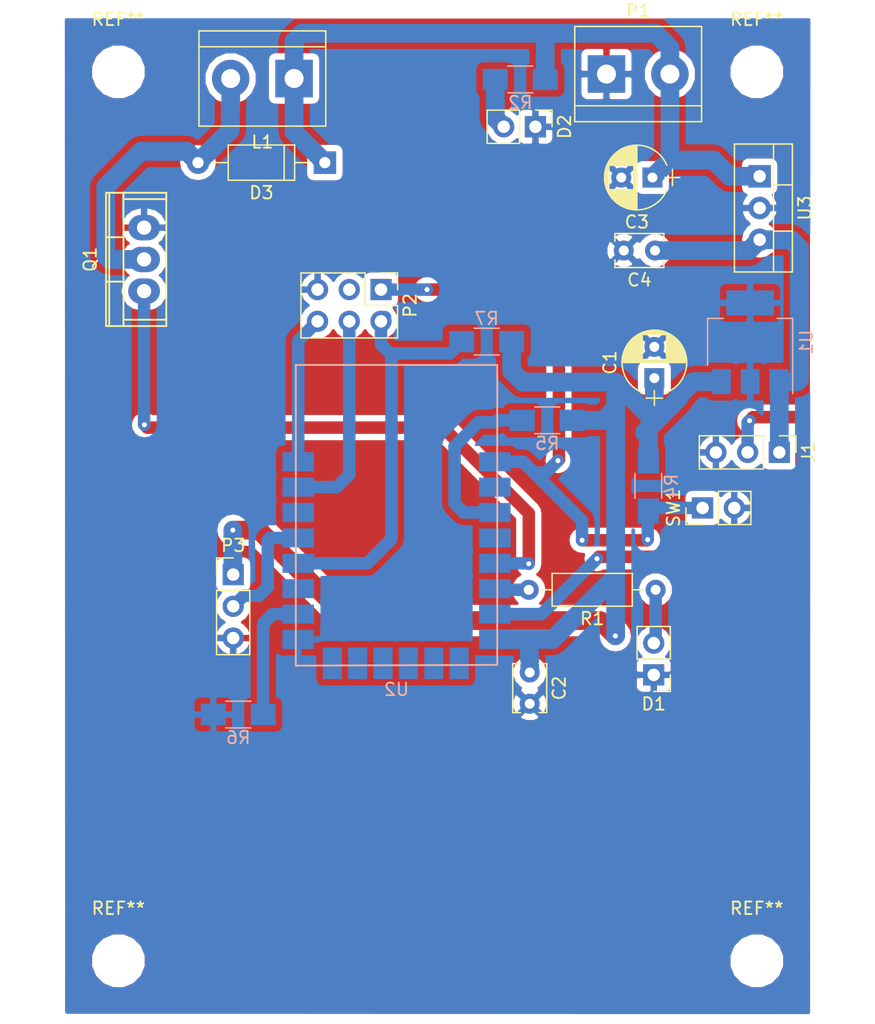
<source format=kicad_pcb>
(kicad_pcb (version 4) (host pcbnew 4.0.6)

  (general
    (links 48)
    (no_connects 0)
    (area 101.745657 56.3274 171.990143 138.625)
    (thickness 1.6)
    (drawings 4)
    (tracks 152)
    (zones 0)
    (modules 27)
    (nets 18)
  )

  (page A4)
  (layers
    (0 F.Cu signal)
    (31 B.Cu signal)
    (32 B.Adhes user)
    (33 F.Adhes user)
    (34 B.Paste user)
    (35 F.Paste user)
    (36 B.SilkS user)
    (37 F.SilkS user)
    (38 B.Mask user)
    (39 F.Mask user)
    (40 Dwgs.User user)
    (41 Cmts.User user)
    (42 Eco1.User user)
    (43 Eco2.User user)
    (44 Edge.Cuts user)
    (45 Margin user)
    (46 B.CrtYd user)
    (47 F.CrtYd user)
    (48 B.Fab user)
    (49 F.Fab user)
  )

  (setup
    (last_trace_width 0.25)
    (user_trace_width 0.6)
    (user_trace_width 1)
    (user_trace_width 1.2)
    (user_trace_width 1.5)
    (trace_clearance 0.2)
    (zone_clearance 0.508)
    (zone_45_only no)
    (trace_min 0.2)
    (segment_width 0.2)
    (edge_width 0.15)
    (via_size 0.6)
    (via_drill 0.4)
    (via_min_size 0.4)
    (via_min_drill 0.3)
    (uvia_size 0.3)
    (uvia_drill 0.1)
    (uvias_allowed no)
    (uvia_min_size 0.2)
    (uvia_min_drill 0.1)
    (pcb_text_width 0.3)
    (pcb_text_size 1.5 1.5)
    (mod_edge_width 0.15)
    (mod_text_size 1 1)
    (mod_text_width 0.15)
    (pad_size 1.524 1.524)
    (pad_drill 0.762)
    (pad_to_mask_clearance 0.2)
    (aux_axis_origin 0 0)
    (visible_elements FFFFFF7F)
    (pcbplotparams
      (layerselection 0x00000_80000000)
      (usegerberextensions false)
      (excludeedgelayer true)
      (linewidth 0.100000)
      (plotframeref false)
      (viasonmask false)
      (mode 1)
      (useauxorigin false)
      (hpglpennumber 1)
      (hpglpenspeed 20)
      (hpglpendiameter 15)
      (hpglpenoverlay 2)
      (psnegative false)
      (psa4output false)
      (plotreference true)
      (plotvalue true)
      (plotinvisibletext false)
      (padsonsilk false)
      (subtractmaskfromsilk false)
      (outputformat 5)
      (mirror true)
      (drillshape 2)
      (scaleselection 1)
      (outputdirectory ""))
  )

  (net 0 "")
  (net 1 3.3V)
  (net 2 GND)
  (net 3 12V)
  (net 4 5V)
  (net 5 "Net-(D1-Pad2)")
  (net 6 "Net-(D2-Pad2)")
  (net 7 "Net-(D3-Pad2)")
  (net 8 MOISTURE_SENSOR)
  (net 9 TX)
  (net 10 RST)
  (net 11 RX)
  (net 12 DTR)
  (net 13 DHT22)
  (net 14 WATER_VALVE)
  (net 15 INFO_LED)
  (net 16 "Net-(R5-Pad1)")
  (net 17 "Net-(R6-Pad2)")

  (net_class Default "This is the default net class."
    (clearance 0.2)
    (trace_width 0.25)
    (via_dia 0.6)
    (via_drill 0.4)
    (uvia_dia 0.3)
    (uvia_drill 0.1)
    (add_net 12V)
    (add_net 3.3V)
    (add_net 5V)
    (add_net DHT22)
    (add_net DTR)
    (add_net GND)
    (add_net INFO_LED)
    (add_net MOISTURE_SENSOR)
    (add_net "Net-(D1-Pad2)")
    (add_net "Net-(D2-Pad2)")
    (add_net "Net-(D3-Pad2)")
    (add_net "Net-(R5-Pad1)")
    (add_net "Net-(R6-Pad2)")
    (add_net RST)
    (add_net RX)
    (add_net TX)
    (add_net WATER_VALVE)
  )

  (module Resistors_ThroughHole:R_Axial_DIN0207_L6.3mm_D2.5mm_P10.16mm_Horizontal (layer F.Cu) (tedit 5874F706) (tstamp 58E7767E)
    (at 154.3304 103.6574 180)
    (descr "Resistor, Axial_DIN0207 series, Axial, Horizontal, pin pitch=10.16mm, 0.25W = 1/4W, length*diameter=6.3*2.5mm^2, http://cdn-reichelt.de/documents/datenblatt/B400/1_4W%23YAG.pdf")
    (tags "Resistor Axial_DIN0207 series Axial Horizontal pin pitch 10.16mm 0.25W = 1/4W length 6.3mm diameter 2.5mm")
    (path /580E1E32)
    (fp_text reference R1 (at 5.08 -2.31 180) (layer F.SilkS)
      (effects (font (size 1 1) (thickness 0.15)))
    )
    (fp_text value 220 (at 5.08 2.31 180) (layer F.Fab)
      (effects (font (size 1 1) (thickness 0.15)))
    )
    (fp_line (start 1.93 -1.25) (end 1.93 1.25) (layer F.Fab) (width 0.1))
    (fp_line (start 1.93 1.25) (end 8.23 1.25) (layer F.Fab) (width 0.1))
    (fp_line (start 8.23 1.25) (end 8.23 -1.25) (layer F.Fab) (width 0.1))
    (fp_line (start 8.23 -1.25) (end 1.93 -1.25) (layer F.Fab) (width 0.1))
    (fp_line (start 0 0) (end 1.93 0) (layer F.Fab) (width 0.1))
    (fp_line (start 10.16 0) (end 8.23 0) (layer F.Fab) (width 0.1))
    (fp_line (start 1.87 -1.31) (end 1.87 1.31) (layer F.SilkS) (width 0.12))
    (fp_line (start 1.87 1.31) (end 8.29 1.31) (layer F.SilkS) (width 0.12))
    (fp_line (start 8.29 1.31) (end 8.29 -1.31) (layer F.SilkS) (width 0.12))
    (fp_line (start 8.29 -1.31) (end 1.87 -1.31) (layer F.SilkS) (width 0.12))
    (fp_line (start 0.98 0) (end 1.87 0) (layer F.SilkS) (width 0.12))
    (fp_line (start 9.18 0) (end 8.29 0) (layer F.SilkS) (width 0.12))
    (fp_line (start -1.05 -1.6) (end -1.05 1.6) (layer F.CrtYd) (width 0.05))
    (fp_line (start -1.05 1.6) (end 11.25 1.6) (layer F.CrtYd) (width 0.05))
    (fp_line (start 11.25 1.6) (end 11.25 -1.6) (layer F.CrtYd) (width 0.05))
    (fp_line (start 11.25 -1.6) (end -1.05 -1.6) (layer F.CrtYd) (width 0.05))
    (pad 1 thru_hole circle (at 0 0 180) (size 1.6 1.6) (drill 0.8) (layers *.Cu *.Mask)
      (net 5 "Net-(D1-Pad2)"))
    (pad 2 thru_hole oval (at 10.16 0 180) (size 1.6 1.6) (drill 0.8) (layers *.Cu *.Mask)
      (net 15 INFO_LED))
    (model Resistors_THT.3dshapes/R_Axial_DIN0207_L6.3mm_D2.5mm_P10.16mm_Horizontal.wrl
      (at (xyz 0 0 0))
      (scale (xyz 0.393701 0.393701 0.393701))
      (rotate (xyz 0 0 0))
    )
  )

  (module Capacitors_ThroughHole:C_Disc_D3.8mm_W2.6mm_P2.50mm (layer F.Cu) (tedit 58765D06) (tstamp 58E7762F)
    (at 144.2466 110.276 270)
    (descr "C, Disc series, Radial, pin pitch=2.50mm, , diameter*width=3.8*2.6mm^2, Capacitor, http://www.vishay.com/docs/45233/krseries.pdf")
    (tags "C Disc series Radial pin pitch 2.50mm  diameter 3.8mm width 2.6mm Capacitor")
    (path /580E06C4)
    (fp_text reference C2 (at 1.25 -2.36 270) (layer F.SilkS)
      (effects (font (size 1 1) (thickness 0.15)))
    )
    (fp_text value 100n (at 1.25 2.36 270) (layer F.Fab)
      (effects (font (size 1 1) (thickness 0.15)))
    )
    (fp_line (start -0.65 -1.3) (end -0.65 1.3) (layer F.Fab) (width 0.1))
    (fp_line (start -0.65 1.3) (end 3.15 1.3) (layer F.Fab) (width 0.1))
    (fp_line (start 3.15 1.3) (end 3.15 -1.3) (layer F.Fab) (width 0.1))
    (fp_line (start 3.15 -1.3) (end -0.65 -1.3) (layer F.Fab) (width 0.1))
    (fp_line (start -0.71 -1.36) (end 3.21 -1.36) (layer F.SilkS) (width 0.12))
    (fp_line (start -0.71 1.36) (end 3.21 1.36) (layer F.SilkS) (width 0.12))
    (fp_line (start -0.71 -1.36) (end -0.71 -0.75) (layer F.SilkS) (width 0.12))
    (fp_line (start -0.71 0.75) (end -0.71 1.36) (layer F.SilkS) (width 0.12))
    (fp_line (start 3.21 -1.36) (end 3.21 -0.75) (layer F.SilkS) (width 0.12))
    (fp_line (start 3.21 0.75) (end 3.21 1.36) (layer F.SilkS) (width 0.12))
    (fp_line (start -1.05 -1.65) (end -1.05 1.65) (layer F.CrtYd) (width 0.05))
    (fp_line (start -1.05 1.65) (end 3.55 1.65) (layer F.CrtYd) (width 0.05))
    (fp_line (start 3.55 1.65) (end 3.55 -1.65) (layer F.CrtYd) (width 0.05))
    (fp_line (start 3.55 -1.65) (end -1.05 -1.65) (layer F.CrtYd) (width 0.05))
    (pad 1 thru_hole circle (at 0 0 270) (size 1.6 1.6) (drill 0.8) (layers *.Cu *.Mask)
      (net 1 3.3V))
    (pad 2 thru_hole circle (at 2.5 0 270) (size 1.6 1.6) (drill 0.8) (layers *.Cu *.Mask)
      (net 2 GND))
    (model Capacitors_THT.3dshapes/C_Disc_D3.8mm_W2.6mm_P2.50mm.wrl
      (at (xyz 0 0 0))
      (scale (xyz 0.393701 0.393701 0.393701))
      (rotate (xyz 0 0 0))
    )
  )

  (module Capacitors_ThroughHole:CP_Radial_D5.0mm_P2.50mm (layer F.Cu) (tedit 58765D06) (tstamp 58E77629)
    (at 154.2288 86.7156 90)
    (descr "CP, Radial series, Radial, pin pitch=2.50mm, , diameter=5mm, Electrolytic Capacitor")
    (tags "CP Radial series Radial pin pitch 2.50mm  diameter 5mm Electrolytic Capacitor")
    (path /580E15DF)
    (fp_text reference C1 (at 1.25 -3.56 90) (layer F.SilkS)
      (effects (font (size 1 1) (thickness 0.15)))
    )
    (fp_text value 10uF (at 1.25 3.56 90) (layer F.Fab)
      (effects (font (size 1 1) (thickness 0.15)))
    )
    (fp_arc (start 1.25 0) (end -1.147436 -0.98) (angle 135.5) (layer F.SilkS) (width 0.12))
    (fp_arc (start 1.25 0) (end -1.147436 0.98) (angle -135.5) (layer F.SilkS) (width 0.12))
    (fp_arc (start 1.25 0) (end 3.647436 -0.98) (angle 44.5) (layer F.SilkS) (width 0.12))
    (fp_circle (center 1.25 0) (end 3.75 0) (layer F.Fab) (width 0.1))
    (fp_line (start -2.2 0) (end -1 0) (layer F.Fab) (width 0.1))
    (fp_line (start -1.6 -0.65) (end -1.6 0.65) (layer F.Fab) (width 0.1))
    (fp_line (start 1.25 -2.55) (end 1.25 2.55) (layer F.SilkS) (width 0.12))
    (fp_line (start 1.29 -2.55) (end 1.29 2.55) (layer F.SilkS) (width 0.12))
    (fp_line (start 1.33 -2.549) (end 1.33 2.549) (layer F.SilkS) (width 0.12))
    (fp_line (start 1.37 -2.548) (end 1.37 2.548) (layer F.SilkS) (width 0.12))
    (fp_line (start 1.41 -2.546) (end 1.41 2.546) (layer F.SilkS) (width 0.12))
    (fp_line (start 1.45 -2.543) (end 1.45 2.543) (layer F.SilkS) (width 0.12))
    (fp_line (start 1.49 -2.539) (end 1.49 2.539) (layer F.SilkS) (width 0.12))
    (fp_line (start 1.53 -2.535) (end 1.53 -0.98) (layer F.SilkS) (width 0.12))
    (fp_line (start 1.53 0.98) (end 1.53 2.535) (layer F.SilkS) (width 0.12))
    (fp_line (start 1.57 -2.531) (end 1.57 -0.98) (layer F.SilkS) (width 0.12))
    (fp_line (start 1.57 0.98) (end 1.57 2.531) (layer F.SilkS) (width 0.12))
    (fp_line (start 1.61 -2.525) (end 1.61 -0.98) (layer F.SilkS) (width 0.12))
    (fp_line (start 1.61 0.98) (end 1.61 2.525) (layer F.SilkS) (width 0.12))
    (fp_line (start 1.65 -2.519) (end 1.65 -0.98) (layer F.SilkS) (width 0.12))
    (fp_line (start 1.65 0.98) (end 1.65 2.519) (layer F.SilkS) (width 0.12))
    (fp_line (start 1.69 -2.513) (end 1.69 -0.98) (layer F.SilkS) (width 0.12))
    (fp_line (start 1.69 0.98) (end 1.69 2.513) (layer F.SilkS) (width 0.12))
    (fp_line (start 1.73 -2.506) (end 1.73 -0.98) (layer F.SilkS) (width 0.12))
    (fp_line (start 1.73 0.98) (end 1.73 2.506) (layer F.SilkS) (width 0.12))
    (fp_line (start 1.77 -2.498) (end 1.77 -0.98) (layer F.SilkS) (width 0.12))
    (fp_line (start 1.77 0.98) (end 1.77 2.498) (layer F.SilkS) (width 0.12))
    (fp_line (start 1.81 -2.489) (end 1.81 -0.98) (layer F.SilkS) (width 0.12))
    (fp_line (start 1.81 0.98) (end 1.81 2.489) (layer F.SilkS) (width 0.12))
    (fp_line (start 1.85 -2.48) (end 1.85 -0.98) (layer F.SilkS) (width 0.12))
    (fp_line (start 1.85 0.98) (end 1.85 2.48) (layer F.SilkS) (width 0.12))
    (fp_line (start 1.89 -2.47) (end 1.89 -0.98) (layer F.SilkS) (width 0.12))
    (fp_line (start 1.89 0.98) (end 1.89 2.47) (layer F.SilkS) (width 0.12))
    (fp_line (start 1.93 -2.46) (end 1.93 -0.98) (layer F.SilkS) (width 0.12))
    (fp_line (start 1.93 0.98) (end 1.93 2.46) (layer F.SilkS) (width 0.12))
    (fp_line (start 1.971 -2.448) (end 1.971 -0.98) (layer F.SilkS) (width 0.12))
    (fp_line (start 1.971 0.98) (end 1.971 2.448) (layer F.SilkS) (width 0.12))
    (fp_line (start 2.011 -2.436) (end 2.011 -0.98) (layer F.SilkS) (width 0.12))
    (fp_line (start 2.011 0.98) (end 2.011 2.436) (layer F.SilkS) (width 0.12))
    (fp_line (start 2.051 -2.424) (end 2.051 -0.98) (layer F.SilkS) (width 0.12))
    (fp_line (start 2.051 0.98) (end 2.051 2.424) (layer F.SilkS) (width 0.12))
    (fp_line (start 2.091 -2.41) (end 2.091 -0.98) (layer F.SilkS) (width 0.12))
    (fp_line (start 2.091 0.98) (end 2.091 2.41) (layer F.SilkS) (width 0.12))
    (fp_line (start 2.131 -2.396) (end 2.131 -0.98) (layer F.SilkS) (width 0.12))
    (fp_line (start 2.131 0.98) (end 2.131 2.396) (layer F.SilkS) (width 0.12))
    (fp_line (start 2.171 -2.382) (end 2.171 -0.98) (layer F.SilkS) (width 0.12))
    (fp_line (start 2.171 0.98) (end 2.171 2.382) (layer F.SilkS) (width 0.12))
    (fp_line (start 2.211 -2.366) (end 2.211 -0.98) (layer F.SilkS) (width 0.12))
    (fp_line (start 2.211 0.98) (end 2.211 2.366) (layer F.SilkS) (width 0.12))
    (fp_line (start 2.251 -2.35) (end 2.251 -0.98) (layer F.SilkS) (width 0.12))
    (fp_line (start 2.251 0.98) (end 2.251 2.35) (layer F.SilkS) (width 0.12))
    (fp_line (start 2.291 -2.333) (end 2.291 -0.98) (layer F.SilkS) (width 0.12))
    (fp_line (start 2.291 0.98) (end 2.291 2.333) (layer F.SilkS) (width 0.12))
    (fp_line (start 2.331 -2.315) (end 2.331 -0.98) (layer F.SilkS) (width 0.12))
    (fp_line (start 2.331 0.98) (end 2.331 2.315) (layer F.SilkS) (width 0.12))
    (fp_line (start 2.371 -2.296) (end 2.371 -0.98) (layer F.SilkS) (width 0.12))
    (fp_line (start 2.371 0.98) (end 2.371 2.296) (layer F.SilkS) (width 0.12))
    (fp_line (start 2.411 -2.276) (end 2.411 -0.98) (layer F.SilkS) (width 0.12))
    (fp_line (start 2.411 0.98) (end 2.411 2.276) (layer F.SilkS) (width 0.12))
    (fp_line (start 2.451 -2.256) (end 2.451 -0.98) (layer F.SilkS) (width 0.12))
    (fp_line (start 2.451 0.98) (end 2.451 2.256) (layer F.SilkS) (width 0.12))
    (fp_line (start 2.491 -2.234) (end 2.491 -0.98) (layer F.SilkS) (width 0.12))
    (fp_line (start 2.491 0.98) (end 2.491 2.234) (layer F.SilkS) (width 0.12))
    (fp_line (start 2.531 -2.212) (end 2.531 -0.98) (layer F.SilkS) (width 0.12))
    (fp_line (start 2.531 0.98) (end 2.531 2.212) (layer F.SilkS) (width 0.12))
    (fp_line (start 2.571 -2.189) (end 2.571 -0.98) (layer F.SilkS) (width 0.12))
    (fp_line (start 2.571 0.98) (end 2.571 2.189) (layer F.SilkS) (width 0.12))
    (fp_line (start 2.611 -2.165) (end 2.611 -0.98) (layer F.SilkS) (width 0.12))
    (fp_line (start 2.611 0.98) (end 2.611 2.165) (layer F.SilkS) (width 0.12))
    (fp_line (start 2.651 -2.14) (end 2.651 -0.98) (layer F.SilkS) (width 0.12))
    (fp_line (start 2.651 0.98) (end 2.651 2.14) (layer F.SilkS) (width 0.12))
    (fp_line (start 2.691 -2.113) (end 2.691 -0.98) (layer F.SilkS) (width 0.12))
    (fp_line (start 2.691 0.98) (end 2.691 2.113) (layer F.SilkS) (width 0.12))
    (fp_line (start 2.731 -2.086) (end 2.731 -0.98) (layer F.SilkS) (width 0.12))
    (fp_line (start 2.731 0.98) (end 2.731 2.086) (layer F.SilkS) (width 0.12))
    (fp_line (start 2.771 -2.058) (end 2.771 -0.98) (layer F.SilkS) (width 0.12))
    (fp_line (start 2.771 0.98) (end 2.771 2.058) (layer F.SilkS) (width 0.12))
    (fp_line (start 2.811 -2.028) (end 2.811 -0.98) (layer F.SilkS) (width 0.12))
    (fp_line (start 2.811 0.98) (end 2.811 2.028) (layer F.SilkS) (width 0.12))
    (fp_line (start 2.851 -1.997) (end 2.851 -0.98) (layer F.SilkS) (width 0.12))
    (fp_line (start 2.851 0.98) (end 2.851 1.997) (layer F.SilkS) (width 0.12))
    (fp_line (start 2.891 -1.965) (end 2.891 -0.98) (layer F.SilkS) (width 0.12))
    (fp_line (start 2.891 0.98) (end 2.891 1.965) (layer F.SilkS) (width 0.12))
    (fp_line (start 2.931 -1.932) (end 2.931 -0.98) (layer F.SilkS) (width 0.12))
    (fp_line (start 2.931 0.98) (end 2.931 1.932) (layer F.SilkS) (width 0.12))
    (fp_line (start 2.971 -1.897) (end 2.971 -0.98) (layer F.SilkS) (width 0.12))
    (fp_line (start 2.971 0.98) (end 2.971 1.897) (layer F.SilkS) (width 0.12))
    (fp_line (start 3.011 -1.861) (end 3.011 -0.98) (layer F.SilkS) (width 0.12))
    (fp_line (start 3.011 0.98) (end 3.011 1.861) (layer F.SilkS) (width 0.12))
    (fp_line (start 3.051 -1.823) (end 3.051 -0.98) (layer F.SilkS) (width 0.12))
    (fp_line (start 3.051 0.98) (end 3.051 1.823) (layer F.SilkS) (width 0.12))
    (fp_line (start 3.091 -1.783) (end 3.091 -0.98) (layer F.SilkS) (width 0.12))
    (fp_line (start 3.091 0.98) (end 3.091 1.783) (layer F.SilkS) (width 0.12))
    (fp_line (start 3.131 -1.742) (end 3.131 -0.98) (layer F.SilkS) (width 0.12))
    (fp_line (start 3.131 0.98) (end 3.131 1.742) (layer F.SilkS) (width 0.12))
    (fp_line (start 3.171 -1.699) (end 3.171 -0.98) (layer F.SilkS) (width 0.12))
    (fp_line (start 3.171 0.98) (end 3.171 1.699) (layer F.SilkS) (width 0.12))
    (fp_line (start 3.211 -1.654) (end 3.211 -0.98) (layer F.SilkS) (width 0.12))
    (fp_line (start 3.211 0.98) (end 3.211 1.654) (layer F.SilkS) (width 0.12))
    (fp_line (start 3.251 -1.606) (end 3.251 -0.98) (layer F.SilkS) (width 0.12))
    (fp_line (start 3.251 0.98) (end 3.251 1.606) (layer F.SilkS) (width 0.12))
    (fp_line (start 3.291 -1.556) (end 3.291 -0.98) (layer F.SilkS) (width 0.12))
    (fp_line (start 3.291 0.98) (end 3.291 1.556) (layer F.SilkS) (width 0.12))
    (fp_line (start 3.331 -1.504) (end 3.331 -0.98) (layer F.SilkS) (width 0.12))
    (fp_line (start 3.331 0.98) (end 3.331 1.504) (layer F.SilkS) (width 0.12))
    (fp_line (start 3.371 -1.448) (end 3.371 -0.98) (layer F.SilkS) (width 0.12))
    (fp_line (start 3.371 0.98) (end 3.371 1.448) (layer F.SilkS) (width 0.12))
    (fp_line (start 3.411 -1.39) (end 3.411 -0.98) (layer F.SilkS) (width 0.12))
    (fp_line (start 3.411 0.98) (end 3.411 1.39) (layer F.SilkS) (width 0.12))
    (fp_line (start 3.451 -1.327) (end 3.451 -0.98) (layer F.SilkS) (width 0.12))
    (fp_line (start 3.451 0.98) (end 3.451 1.327) (layer F.SilkS) (width 0.12))
    (fp_line (start 3.491 -1.261) (end 3.491 1.261) (layer F.SilkS) (width 0.12))
    (fp_line (start 3.531 -1.189) (end 3.531 1.189) (layer F.SilkS) (width 0.12))
    (fp_line (start 3.571 -1.112) (end 3.571 1.112) (layer F.SilkS) (width 0.12))
    (fp_line (start 3.611 -1.028) (end 3.611 1.028) (layer F.SilkS) (width 0.12))
    (fp_line (start 3.651 -0.934) (end 3.651 0.934) (layer F.SilkS) (width 0.12))
    (fp_line (start 3.691 -0.829) (end 3.691 0.829) (layer F.SilkS) (width 0.12))
    (fp_line (start 3.731 -0.707) (end 3.731 0.707) (layer F.SilkS) (width 0.12))
    (fp_line (start 3.771 -0.559) (end 3.771 0.559) (layer F.SilkS) (width 0.12))
    (fp_line (start 3.811 -0.354) (end 3.811 0.354) (layer F.SilkS) (width 0.12))
    (fp_line (start -2.2 0) (end -1 0) (layer F.SilkS) (width 0.12))
    (fp_line (start -1.6 -0.65) (end -1.6 0.65) (layer F.SilkS) (width 0.12))
    (fp_line (start -1.6 -2.85) (end -1.6 2.85) (layer F.CrtYd) (width 0.05))
    (fp_line (start -1.6 2.85) (end 4.1 2.85) (layer F.CrtYd) (width 0.05))
    (fp_line (start 4.1 2.85) (end 4.1 -2.85) (layer F.CrtYd) (width 0.05))
    (fp_line (start 4.1 -2.85) (end -1.6 -2.85) (layer F.CrtYd) (width 0.05))
    (pad 1 thru_hole rect (at 0 0 90) (size 1.6 1.6) (drill 0.8) (layers *.Cu *.Mask)
      (net 1 3.3V))
    (pad 2 thru_hole circle (at 2.5 0 90) (size 1.6 1.6) (drill 0.8) (layers *.Cu *.Mask)
      (net 2 GND))
    (model Capacitors_THT.3dshapes/CP_Radial_D5.0mm_P2.50mm.wrl
      (at (xyz 0 0 0))
      (scale (xyz 0.393701 0.393701 0.393701))
      (rotate (xyz 0 0 0))
    )
  )

  (module Capacitors_ThroughHole:CP_Radial_D5.0mm_P2.50mm (layer F.Cu) (tedit 58765D06) (tstamp 58E77635)
    (at 154.0764 70.6628 180)
    (descr "CP, Radial series, Radial, pin pitch=2.50mm, , diameter=5mm, Electrolytic Capacitor")
    (tags "CP Radial series Radial pin pitch 2.50mm  diameter 5mm Electrolytic Capacitor")
    (path /58E78613)
    (fp_text reference C3 (at 1.25 -3.56 180) (layer F.SilkS)
      (effects (font (size 1 1) (thickness 0.15)))
    )
    (fp_text value 1uF (at 1.25 3.56 180) (layer F.Fab)
      (effects (font (size 1 1) (thickness 0.15)))
    )
    (fp_arc (start 1.25 0) (end -1.147436 -0.98) (angle 135.5) (layer F.SilkS) (width 0.12))
    (fp_arc (start 1.25 0) (end -1.147436 0.98) (angle -135.5) (layer F.SilkS) (width 0.12))
    (fp_arc (start 1.25 0) (end 3.647436 -0.98) (angle 44.5) (layer F.SilkS) (width 0.12))
    (fp_circle (center 1.25 0) (end 3.75 0) (layer F.Fab) (width 0.1))
    (fp_line (start -2.2 0) (end -1 0) (layer F.Fab) (width 0.1))
    (fp_line (start -1.6 -0.65) (end -1.6 0.65) (layer F.Fab) (width 0.1))
    (fp_line (start 1.25 -2.55) (end 1.25 2.55) (layer F.SilkS) (width 0.12))
    (fp_line (start 1.29 -2.55) (end 1.29 2.55) (layer F.SilkS) (width 0.12))
    (fp_line (start 1.33 -2.549) (end 1.33 2.549) (layer F.SilkS) (width 0.12))
    (fp_line (start 1.37 -2.548) (end 1.37 2.548) (layer F.SilkS) (width 0.12))
    (fp_line (start 1.41 -2.546) (end 1.41 2.546) (layer F.SilkS) (width 0.12))
    (fp_line (start 1.45 -2.543) (end 1.45 2.543) (layer F.SilkS) (width 0.12))
    (fp_line (start 1.49 -2.539) (end 1.49 2.539) (layer F.SilkS) (width 0.12))
    (fp_line (start 1.53 -2.535) (end 1.53 -0.98) (layer F.SilkS) (width 0.12))
    (fp_line (start 1.53 0.98) (end 1.53 2.535) (layer F.SilkS) (width 0.12))
    (fp_line (start 1.57 -2.531) (end 1.57 -0.98) (layer F.SilkS) (width 0.12))
    (fp_line (start 1.57 0.98) (end 1.57 2.531) (layer F.SilkS) (width 0.12))
    (fp_line (start 1.61 -2.525) (end 1.61 -0.98) (layer F.SilkS) (width 0.12))
    (fp_line (start 1.61 0.98) (end 1.61 2.525) (layer F.SilkS) (width 0.12))
    (fp_line (start 1.65 -2.519) (end 1.65 -0.98) (layer F.SilkS) (width 0.12))
    (fp_line (start 1.65 0.98) (end 1.65 2.519) (layer F.SilkS) (width 0.12))
    (fp_line (start 1.69 -2.513) (end 1.69 -0.98) (layer F.SilkS) (width 0.12))
    (fp_line (start 1.69 0.98) (end 1.69 2.513) (layer F.SilkS) (width 0.12))
    (fp_line (start 1.73 -2.506) (end 1.73 -0.98) (layer F.SilkS) (width 0.12))
    (fp_line (start 1.73 0.98) (end 1.73 2.506) (layer F.SilkS) (width 0.12))
    (fp_line (start 1.77 -2.498) (end 1.77 -0.98) (layer F.SilkS) (width 0.12))
    (fp_line (start 1.77 0.98) (end 1.77 2.498) (layer F.SilkS) (width 0.12))
    (fp_line (start 1.81 -2.489) (end 1.81 -0.98) (layer F.SilkS) (width 0.12))
    (fp_line (start 1.81 0.98) (end 1.81 2.489) (layer F.SilkS) (width 0.12))
    (fp_line (start 1.85 -2.48) (end 1.85 -0.98) (layer F.SilkS) (width 0.12))
    (fp_line (start 1.85 0.98) (end 1.85 2.48) (layer F.SilkS) (width 0.12))
    (fp_line (start 1.89 -2.47) (end 1.89 -0.98) (layer F.SilkS) (width 0.12))
    (fp_line (start 1.89 0.98) (end 1.89 2.47) (layer F.SilkS) (width 0.12))
    (fp_line (start 1.93 -2.46) (end 1.93 -0.98) (layer F.SilkS) (width 0.12))
    (fp_line (start 1.93 0.98) (end 1.93 2.46) (layer F.SilkS) (width 0.12))
    (fp_line (start 1.971 -2.448) (end 1.971 -0.98) (layer F.SilkS) (width 0.12))
    (fp_line (start 1.971 0.98) (end 1.971 2.448) (layer F.SilkS) (width 0.12))
    (fp_line (start 2.011 -2.436) (end 2.011 -0.98) (layer F.SilkS) (width 0.12))
    (fp_line (start 2.011 0.98) (end 2.011 2.436) (layer F.SilkS) (width 0.12))
    (fp_line (start 2.051 -2.424) (end 2.051 -0.98) (layer F.SilkS) (width 0.12))
    (fp_line (start 2.051 0.98) (end 2.051 2.424) (layer F.SilkS) (width 0.12))
    (fp_line (start 2.091 -2.41) (end 2.091 -0.98) (layer F.SilkS) (width 0.12))
    (fp_line (start 2.091 0.98) (end 2.091 2.41) (layer F.SilkS) (width 0.12))
    (fp_line (start 2.131 -2.396) (end 2.131 -0.98) (layer F.SilkS) (width 0.12))
    (fp_line (start 2.131 0.98) (end 2.131 2.396) (layer F.SilkS) (width 0.12))
    (fp_line (start 2.171 -2.382) (end 2.171 -0.98) (layer F.SilkS) (width 0.12))
    (fp_line (start 2.171 0.98) (end 2.171 2.382) (layer F.SilkS) (width 0.12))
    (fp_line (start 2.211 -2.366) (end 2.211 -0.98) (layer F.SilkS) (width 0.12))
    (fp_line (start 2.211 0.98) (end 2.211 2.366) (layer F.SilkS) (width 0.12))
    (fp_line (start 2.251 -2.35) (end 2.251 -0.98) (layer F.SilkS) (width 0.12))
    (fp_line (start 2.251 0.98) (end 2.251 2.35) (layer F.SilkS) (width 0.12))
    (fp_line (start 2.291 -2.333) (end 2.291 -0.98) (layer F.SilkS) (width 0.12))
    (fp_line (start 2.291 0.98) (end 2.291 2.333) (layer F.SilkS) (width 0.12))
    (fp_line (start 2.331 -2.315) (end 2.331 -0.98) (layer F.SilkS) (width 0.12))
    (fp_line (start 2.331 0.98) (end 2.331 2.315) (layer F.SilkS) (width 0.12))
    (fp_line (start 2.371 -2.296) (end 2.371 -0.98) (layer F.SilkS) (width 0.12))
    (fp_line (start 2.371 0.98) (end 2.371 2.296) (layer F.SilkS) (width 0.12))
    (fp_line (start 2.411 -2.276) (end 2.411 -0.98) (layer F.SilkS) (width 0.12))
    (fp_line (start 2.411 0.98) (end 2.411 2.276) (layer F.SilkS) (width 0.12))
    (fp_line (start 2.451 -2.256) (end 2.451 -0.98) (layer F.SilkS) (width 0.12))
    (fp_line (start 2.451 0.98) (end 2.451 2.256) (layer F.SilkS) (width 0.12))
    (fp_line (start 2.491 -2.234) (end 2.491 -0.98) (layer F.SilkS) (width 0.12))
    (fp_line (start 2.491 0.98) (end 2.491 2.234) (layer F.SilkS) (width 0.12))
    (fp_line (start 2.531 -2.212) (end 2.531 -0.98) (layer F.SilkS) (width 0.12))
    (fp_line (start 2.531 0.98) (end 2.531 2.212) (layer F.SilkS) (width 0.12))
    (fp_line (start 2.571 -2.189) (end 2.571 -0.98) (layer F.SilkS) (width 0.12))
    (fp_line (start 2.571 0.98) (end 2.571 2.189) (layer F.SilkS) (width 0.12))
    (fp_line (start 2.611 -2.165) (end 2.611 -0.98) (layer F.SilkS) (width 0.12))
    (fp_line (start 2.611 0.98) (end 2.611 2.165) (layer F.SilkS) (width 0.12))
    (fp_line (start 2.651 -2.14) (end 2.651 -0.98) (layer F.SilkS) (width 0.12))
    (fp_line (start 2.651 0.98) (end 2.651 2.14) (layer F.SilkS) (width 0.12))
    (fp_line (start 2.691 -2.113) (end 2.691 -0.98) (layer F.SilkS) (width 0.12))
    (fp_line (start 2.691 0.98) (end 2.691 2.113) (layer F.SilkS) (width 0.12))
    (fp_line (start 2.731 -2.086) (end 2.731 -0.98) (layer F.SilkS) (width 0.12))
    (fp_line (start 2.731 0.98) (end 2.731 2.086) (layer F.SilkS) (width 0.12))
    (fp_line (start 2.771 -2.058) (end 2.771 -0.98) (layer F.SilkS) (width 0.12))
    (fp_line (start 2.771 0.98) (end 2.771 2.058) (layer F.SilkS) (width 0.12))
    (fp_line (start 2.811 -2.028) (end 2.811 -0.98) (layer F.SilkS) (width 0.12))
    (fp_line (start 2.811 0.98) (end 2.811 2.028) (layer F.SilkS) (width 0.12))
    (fp_line (start 2.851 -1.997) (end 2.851 -0.98) (layer F.SilkS) (width 0.12))
    (fp_line (start 2.851 0.98) (end 2.851 1.997) (layer F.SilkS) (width 0.12))
    (fp_line (start 2.891 -1.965) (end 2.891 -0.98) (layer F.SilkS) (width 0.12))
    (fp_line (start 2.891 0.98) (end 2.891 1.965) (layer F.SilkS) (width 0.12))
    (fp_line (start 2.931 -1.932) (end 2.931 -0.98) (layer F.SilkS) (width 0.12))
    (fp_line (start 2.931 0.98) (end 2.931 1.932) (layer F.SilkS) (width 0.12))
    (fp_line (start 2.971 -1.897) (end 2.971 -0.98) (layer F.SilkS) (width 0.12))
    (fp_line (start 2.971 0.98) (end 2.971 1.897) (layer F.SilkS) (width 0.12))
    (fp_line (start 3.011 -1.861) (end 3.011 -0.98) (layer F.SilkS) (width 0.12))
    (fp_line (start 3.011 0.98) (end 3.011 1.861) (layer F.SilkS) (width 0.12))
    (fp_line (start 3.051 -1.823) (end 3.051 -0.98) (layer F.SilkS) (width 0.12))
    (fp_line (start 3.051 0.98) (end 3.051 1.823) (layer F.SilkS) (width 0.12))
    (fp_line (start 3.091 -1.783) (end 3.091 -0.98) (layer F.SilkS) (width 0.12))
    (fp_line (start 3.091 0.98) (end 3.091 1.783) (layer F.SilkS) (width 0.12))
    (fp_line (start 3.131 -1.742) (end 3.131 -0.98) (layer F.SilkS) (width 0.12))
    (fp_line (start 3.131 0.98) (end 3.131 1.742) (layer F.SilkS) (width 0.12))
    (fp_line (start 3.171 -1.699) (end 3.171 -0.98) (layer F.SilkS) (width 0.12))
    (fp_line (start 3.171 0.98) (end 3.171 1.699) (layer F.SilkS) (width 0.12))
    (fp_line (start 3.211 -1.654) (end 3.211 -0.98) (layer F.SilkS) (width 0.12))
    (fp_line (start 3.211 0.98) (end 3.211 1.654) (layer F.SilkS) (width 0.12))
    (fp_line (start 3.251 -1.606) (end 3.251 -0.98) (layer F.SilkS) (width 0.12))
    (fp_line (start 3.251 0.98) (end 3.251 1.606) (layer F.SilkS) (width 0.12))
    (fp_line (start 3.291 -1.556) (end 3.291 -0.98) (layer F.SilkS) (width 0.12))
    (fp_line (start 3.291 0.98) (end 3.291 1.556) (layer F.SilkS) (width 0.12))
    (fp_line (start 3.331 -1.504) (end 3.331 -0.98) (layer F.SilkS) (width 0.12))
    (fp_line (start 3.331 0.98) (end 3.331 1.504) (layer F.SilkS) (width 0.12))
    (fp_line (start 3.371 -1.448) (end 3.371 -0.98) (layer F.SilkS) (width 0.12))
    (fp_line (start 3.371 0.98) (end 3.371 1.448) (layer F.SilkS) (width 0.12))
    (fp_line (start 3.411 -1.39) (end 3.411 -0.98) (layer F.SilkS) (width 0.12))
    (fp_line (start 3.411 0.98) (end 3.411 1.39) (layer F.SilkS) (width 0.12))
    (fp_line (start 3.451 -1.327) (end 3.451 -0.98) (layer F.SilkS) (width 0.12))
    (fp_line (start 3.451 0.98) (end 3.451 1.327) (layer F.SilkS) (width 0.12))
    (fp_line (start 3.491 -1.261) (end 3.491 1.261) (layer F.SilkS) (width 0.12))
    (fp_line (start 3.531 -1.189) (end 3.531 1.189) (layer F.SilkS) (width 0.12))
    (fp_line (start 3.571 -1.112) (end 3.571 1.112) (layer F.SilkS) (width 0.12))
    (fp_line (start 3.611 -1.028) (end 3.611 1.028) (layer F.SilkS) (width 0.12))
    (fp_line (start 3.651 -0.934) (end 3.651 0.934) (layer F.SilkS) (width 0.12))
    (fp_line (start 3.691 -0.829) (end 3.691 0.829) (layer F.SilkS) (width 0.12))
    (fp_line (start 3.731 -0.707) (end 3.731 0.707) (layer F.SilkS) (width 0.12))
    (fp_line (start 3.771 -0.559) (end 3.771 0.559) (layer F.SilkS) (width 0.12))
    (fp_line (start 3.811 -0.354) (end 3.811 0.354) (layer F.SilkS) (width 0.12))
    (fp_line (start -2.2 0) (end -1 0) (layer F.SilkS) (width 0.12))
    (fp_line (start -1.6 -0.65) (end -1.6 0.65) (layer F.SilkS) (width 0.12))
    (fp_line (start -1.6 -2.85) (end -1.6 2.85) (layer F.CrtYd) (width 0.05))
    (fp_line (start -1.6 2.85) (end 4.1 2.85) (layer F.CrtYd) (width 0.05))
    (fp_line (start 4.1 2.85) (end 4.1 -2.85) (layer F.CrtYd) (width 0.05))
    (fp_line (start 4.1 -2.85) (end -1.6 -2.85) (layer F.CrtYd) (width 0.05))
    (pad 1 thru_hole rect (at 0 0 180) (size 1.6 1.6) (drill 0.8) (layers *.Cu *.Mask)
      (net 3 12V))
    (pad 2 thru_hole circle (at 2.5 0 180) (size 1.6 1.6) (drill 0.8) (layers *.Cu *.Mask)
      (net 2 GND))
    (model Capacitors_THT.3dshapes/CP_Radial_D5.0mm_P2.50mm.wrl
      (at (xyz 0 0 0))
      (scale (xyz 0.393701 0.393701 0.393701))
      (rotate (xyz 0 0 0))
    )
  )

  (module Capacitors_ThroughHole:C_Disc_D3.8mm_W2.6mm_P2.50mm (layer F.Cu) (tedit 58765D06) (tstamp 58E7763B)
    (at 154.2796 76.5048 180)
    (descr "C, Disc series, Radial, pin pitch=2.50mm, , diameter*width=3.8*2.6mm^2, Capacitor, http://www.vishay.com/docs/45233/krseries.pdf")
    (tags "C Disc series Radial pin pitch 2.50mm  diameter 3.8mm width 2.6mm Capacitor")
    (path /58E78576)
    (fp_text reference C4 (at 1.25 -2.36 180) (layer F.SilkS)
      (effects (font (size 1 1) (thickness 0.15)))
    )
    (fp_text value 100n (at 1.25 2.36 180) (layer F.Fab)
      (effects (font (size 1 1) (thickness 0.15)))
    )
    (fp_line (start -0.65 -1.3) (end -0.65 1.3) (layer F.Fab) (width 0.1))
    (fp_line (start -0.65 1.3) (end 3.15 1.3) (layer F.Fab) (width 0.1))
    (fp_line (start 3.15 1.3) (end 3.15 -1.3) (layer F.Fab) (width 0.1))
    (fp_line (start 3.15 -1.3) (end -0.65 -1.3) (layer F.Fab) (width 0.1))
    (fp_line (start -0.71 -1.36) (end 3.21 -1.36) (layer F.SilkS) (width 0.12))
    (fp_line (start -0.71 1.36) (end 3.21 1.36) (layer F.SilkS) (width 0.12))
    (fp_line (start -0.71 -1.36) (end -0.71 -0.75) (layer F.SilkS) (width 0.12))
    (fp_line (start -0.71 0.75) (end -0.71 1.36) (layer F.SilkS) (width 0.12))
    (fp_line (start 3.21 -1.36) (end 3.21 -0.75) (layer F.SilkS) (width 0.12))
    (fp_line (start 3.21 0.75) (end 3.21 1.36) (layer F.SilkS) (width 0.12))
    (fp_line (start -1.05 -1.65) (end -1.05 1.65) (layer F.CrtYd) (width 0.05))
    (fp_line (start -1.05 1.65) (end 3.55 1.65) (layer F.CrtYd) (width 0.05))
    (fp_line (start 3.55 1.65) (end 3.55 -1.65) (layer F.CrtYd) (width 0.05))
    (fp_line (start 3.55 -1.65) (end -1.05 -1.65) (layer F.CrtYd) (width 0.05))
    (pad 1 thru_hole circle (at 0 0 180) (size 1.6 1.6) (drill 0.8) (layers *.Cu *.Mask)
      (net 4 5V))
    (pad 2 thru_hole circle (at 2.5 0 180) (size 1.6 1.6) (drill 0.8) (layers *.Cu *.Mask)
      (net 2 GND))
    (model Capacitors_THT.3dshapes/C_Disc_D3.8mm_W2.6mm_P2.50mm.wrl
      (at (xyz 0 0 0))
      (scale (xyz 0.393701 0.393701 0.393701))
      (rotate (xyz 0 0 0))
    )
  )

  (module Diodes_ThroughHole:D_A-405_P10.16mm_Horizontal (layer F.Cu) (tedit 5877C982) (tstamp 58E7764D)
    (at 127.8382 69.469 180)
    (descr "D, A-405 series, Axial, Horizontal, pin pitch=10.16mm, , length*diameter=5.2*2.7mm^2, , http://www.diodes.com/_files/packages/A-405.pdf")
    (tags "D A-405 series Axial Horizontal pin pitch 10.16mm  length 5.2mm diameter 2.7mm")
    (path /580E34FE)
    (fp_text reference D3 (at 5.08 -2.41 180) (layer F.SilkS)
      (effects (font (size 1 1) (thickness 0.15)))
    )
    (fp_text value D (at 5.08 2.41 180) (layer F.Fab)
      (effects (font (size 1 1) (thickness 0.15)))
    )
    (fp_line (start 2.48 -1.35) (end 2.48 1.35) (layer F.Fab) (width 0.1))
    (fp_line (start 2.48 1.35) (end 7.68 1.35) (layer F.Fab) (width 0.1))
    (fp_line (start 7.68 1.35) (end 7.68 -1.35) (layer F.Fab) (width 0.1))
    (fp_line (start 7.68 -1.35) (end 2.48 -1.35) (layer F.Fab) (width 0.1))
    (fp_line (start 0 0) (end 2.48 0) (layer F.Fab) (width 0.1))
    (fp_line (start 10.16 0) (end 7.68 0) (layer F.Fab) (width 0.1))
    (fp_line (start 3.26 -1.35) (end 3.26 1.35) (layer F.Fab) (width 0.1))
    (fp_line (start 2.42 -1.41) (end 2.42 1.41) (layer F.SilkS) (width 0.12))
    (fp_line (start 2.42 1.41) (end 7.74 1.41) (layer F.SilkS) (width 0.12))
    (fp_line (start 7.74 1.41) (end 7.74 -1.41) (layer F.SilkS) (width 0.12))
    (fp_line (start 7.74 -1.41) (end 2.42 -1.41) (layer F.SilkS) (width 0.12))
    (fp_line (start 1.08 0) (end 2.42 0) (layer F.SilkS) (width 0.12))
    (fp_line (start 9.08 0) (end 7.74 0) (layer F.SilkS) (width 0.12))
    (fp_line (start 3.26 -1.41) (end 3.26 1.41) (layer F.SilkS) (width 0.12))
    (fp_line (start -1.15 -1.7) (end -1.15 1.7) (layer F.CrtYd) (width 0.05))
    (fp_line (start -1.15 1.7) (end 11.35 1.7) (layer F.CrtYd) (width 0.05))
    (fp_line (start 11.35 1.7) (end 11.35 -1.7) (layer F.CrtYd) (width 0.05))
    (fp_line (start 11.35 -1.7) (end -1.15 -1.7) (layer F.CrtYd) (width 0.05))
    (pad 1 thru_hole rect (at 0 0 180) (size 1.8 1.8) (drill 0.9) (layers *.Cu *.Mask)
      (net 3 12V))
    (pad 2 thru_hole oval (at 10.16 0 180) (size 1.8 1.8) (drill 0.9) (layers *.Cu *.Mask)
      (net 7 "Net-(D3-Pad2)"))
    (model Diodes_THT.3dshapes/D_A-405_P10.16mm_Horizontal.wrl
      (at (xyz 0 0 0))
      (scale (xyz 0.393701 0.393701 0.393701))
      (rotate (xyz 0 0 0))
    )
  )

  (module Pin_Headers:Pin_Header_Straight_1x03_Pitch2.54mm (layer F.Cu) (tedit 58CD4EC1) (tstamp 58E77654)
    (at 164.2364 92.6592 270)
    (descr "Through hole straight pin header, 1x03, 2.54mm pitch, single row")
    (tags "Through hole pin header THT 1x03 2.54mm single row")
    (path /58E76CC5)
    (fp_text reference J1 (at 0 -2.33 270) (layer F.SilkS)
      (effects (font (size 1 1) (thickness 0.15)))
    )
    (fp_text value MOIST_CONN (at 0 7.41 270) (layer F.Fab)
      (effects (font (size 1 1) (thickness 0.15)))
    )
    (fp_line (start -1.27 -1.27) (end -1.27 6.35) (layer F.Fab) (width 0.1))
    (fp_line (start -1.27 6.35) (end 1.27 6.35) (layer F.Fab) (width 0.1))
    (fp_line (start 1.27 6.35) (end 1.27 -1.27) (layer F.Fab) (width 0.1))
    (fp_line (start 1.27 -1.27) (end -1.27 -1.27) (layer F.Fab) (width 0.1))
    (fp_line (start -1.33 1.27) (end -1.33 6.41) (layer F.SilkS) (width 0.12))
    (fp_line (start -1.33 6.41) (end 1.33 6.41) (layer F.SilkS) (width 0.12))
    (fp_line (start 1.33 6.41) (end 1.33 1.27) (layer F.SilkS) (width 0.12))
    (fp_line (start 1.33 1.27) (end -1.33 1.27) (layer F.SilkS) (width 0.12))
    (fp_line (start -1.33 0) (end -1.33 -1.33) (layer F.SilkS) (width 0.12))
    (fp_line (start -1.33 -1.33) (end 0 -1.33) (layer F.SilkS) (width 0.12))
    (fp_line (start -1.8 -1.8) (end -1.8 6.85) (layer F.CrtYd) (width 0.05))
    (fp_line (start -1.8 6.85) (end 1.8 6.85) (layer F.CrtYd) (width 0.05))
    (fp_line (start 1.8 6.85) (end 1.8 -1.8) (layer F.CrtYd) (width 0.05))
    (fp_line (start 1.8 -1.8) (end -1.8 -1.8) (layer F.CrtYd) (width 0.05))
    (fp_text user %R (at 0 -2.33 270) (layer F.Fab)
      (effects (font (size 1 1) (thickness 0.15)))
    )
    (pad 1 thru_hole rect (at 0 0 270) (size 1.7 1.7) (drill 1) (layers *.Cu *.Mask)
      (net 4 5V))
    (pad 2 thru_hole oval (at 0 2.54 270) (size 1.7 1.7) (drill 1) (layers *.Cu *.Mask)
      (net 8 MOISTURE_SENSOR))
    (pad 3 thru_hole oval (at 0 5.08 270) (size 1.7 1.7) (drill 1) (layers *.Cu *.Mask)
      (net 2 GND))
    (model ${KISYS3DMOD}/Pin_Headers.3dshapes/Pin_Header_Straight_1x03_Pitch2.54mm.wrl
      (at (xyz 0 -0.1 0))
      (scale (xyz 1 1 1))
      (rotate (xyz 0 0 90))
    )
  )

  (module Connect:bornier2 (layer F.Cu) (tedit 587FD522) (tstamp 58E7765A)
    (at 125.3744 62.738 180)
    (descr "Bornier d'alimentation 2 pins")
    (tags DEV)
    (path /580E3277)
    (fp_text reference L1 (at 2.54 -5.08 180) (layer F.SilkS)
      (effects (font (size 1 1) (thickness 0.15)))
    )
    (fp_text value INDUCTOR (at 2.54 5.08 180) (layer F.Fab)
      (effects (font (size 1 1) (thickness 0.15)))
    )
    (fp_line (start -2.41 2.55) (end 7.49 2.55) (layer F.Fab) (width 0.1))
    (fp_line (start -2.46 -3.75) (end -2.46 3.75) (layer F.Fab) (width 0.1))
    (fp_line (start -2.46 3.75) (end 7.54 3.75) (layer F.Fab) (width 0.1))
    (fp_line (start 7.54 3.75) (end 7.54 -3.75) (layer F.Fab) (width 0.1))
    (fp_line (start 7.54 -3.75) (end -2.46 -3.75) (layer F.Fab) (width 0.1))
    (fp_line (start 7.62 2.54) (end -2.54 2.54) (layer F.SilkS) (width 0.12))
    (fp_line (start 7.62 3.81) (end 7.62 -3.81) (layer F.SilkS) (width 0.12))
    (fp_line (start 7.62 -3.81) (end -2.54 -3.81) (layer F.SilkS) (width 0.12))
    (fp_line (start -2.54 -3.81) (end -2.54 3.81) (layer F.SilkS) (width 0.12))
    (fp_line (start -2.54 3.81) (end 7.62 3.81) (layer F.SilkS) (width 0.12))
    (fp_line (start -2.71 -4) (end 7.79 -4) (layer F.CrtYd) (width 0.05))
    (fp_line (start -2.71 -4) (end -2.71 4) (layer F.CrtYd) (width 0.05))
    (fp_line (start 7.79 4) (end 7.79 -4) (layer F.CrtYd) (width 0.05))
    (fp_line (start 7.79 4) (end -2.71 4) (layer F.CrtYd) (width 0.05))
    (pad 1 thru_hole rect (at 0 0 180) (size 3 3) (drill 1.52) (layers *.Cu *.Mask)
      (net 3 12V))
    (pad 2 thru_hole circle (at 5.08 0 180) (size 3 3) (drill 1.52) (layers *.Cu *.Mask)
      (net 7 "Net-(D3-Pad2)"))
    (model Connectors.3dshapes/bornier2.wrl
      (at (xyz 0 0 0))
      (scale (xyz 1 1 1))
      (rotate (xyz 0 0 0))
    )
  )

  (module Connect:bornier2 (layer F.Cu) (tedit 587FD522) (tstamp 58E77660)
    (at 150.3934 62.3824)
    (descr "Bornier d'alimentation 2 pins")
    (tags DEV)
    (path /580E13A1)
    (fp_text reference P1 (at 2.54 -5.08) (layer F.SilkS)
      (effects (font (size 1 1) (thickness 0.15)))
    )
    (fp_text value 12V_POWER (at 2.54 5.08) (layer F.Fab)
      (effects (font (size 1 1) (thickness 0.15)))
    )
    (fp_line (start -2.41 2.55) (end 7.49 2.55) (layer F.Fab) (width 0.1))
    (fp_line (start -2.46 -3.75) (end -2.46 3.75) (layer F.Fab) (width 0.1))
    (fp_line (start -2.46 3.75) (end 7.54 3.75) (layer F.Fab) (width 0.1))
    (fp_line (start 7.54 3.75) (end 7.54 -3.75) (layer F.Fab) (width 0.1))
    (fp_line (start 7.54 -3.75) (end -2.46 -3.75) (layer F.Fab) (width 0.1))
    (fp_line (start 7.62 2.54) (end -2.54 2.54) (layer F.SilkS) (width 0.12))
    (fp_line (start 7.62 3.81) (end 7.62 -3.81) (layer F.SilkS) (width 0.12))
    (fp_line (start 7.62 -3.81) (end -2.54 -3.81) (layer F.SilkS) (width 0.12))
    (fp_line (start -2.54 -3.81) (end -2.54 3.81) (layer F.SilkS) (width 0.12))
    (fp_line (start -2.54 3.81) (end 7.62 3.81) (layer F.SilkS) (width 0.12))
    (fp_line (start -2.71 -4) (end 7.79 -4) (layer F.CrtYd) (width 0.05))
    (fp_line (start -2.71 -4) (end -2.71 4) (layer F.CrtYd) (width 0.05))
    (fp_line (start 7.79 4) (end 7.79 -4) (layer F.CrtYd) (width 0.05))
    (fp_line (start 7.79 4) (end -2.71 4) (layer F.CrtYd) (width 0.05))
    (pad 1 thru_hole rect (at 0 0) (size 3 3) (drill 1.52) (layers *.Cu *.Mask)
      (net 2 GND))
    (pad 2 thru_hole circle (at 5.08 0) (size 3 3) (drill 1.52) (layers *.Cu *.Mask)
      (net 3 12V))
    (model Connectors.3dshapes/bornier2.wrl
      (at (xyz 0 0 0))
      (scale (xyz 1 1 1))
      (rotate (xyz 0 0 0))
    )
  )

  (module Pin_Headers:Pin_Header_Straight_2x03_Pitch2.54mm (layer F.Cu) (tedit 58CD4EC5) (tstamp 58E7766A)
    (at 132.334 79.629 270)
    (descr "Through hole straight pin header, 2x03, 2.54mm pitch, double rows")
    (tags "Through hole pin header THT 2x03 2.54mm double row")
    (path /580E0A01)
    (fp_text reference P2 (at 1.27 -2.33 270) (layer F.SilkS)
      (effects (font (size 1 1) (thickness 0.15)))
    )
    (fp_text value Serial (at 1.27 7.41 270) (layer F.Fab)
      (effects (font (size 1 1) (thickness 0.15)))
    )
    (fp_line (start -1.27 -1.27) (end -1.27 6.35) (layer F.Fab) (width 0.1))
    (fp_line (start -1.27 6.35) (end 3.81 6.35) (layer F.Fab) (width 0.1))
    (fp_line (start 3.81 6.35) (end 3.81 -1.27) (layer F.Fab) (width 0.1))
    (fp_line (start 3.81 -1.27) (end -1.27 -1.27) (layer F.Fab) (width 0.1))
    (fp_line (start -1.33 1.27) (end -1.33 6.41) (layer F.SilkS) (width 0.12))
    (fp_line (start -1.33 6.41) (end 3.87 6.41) (layer F.SilkS) (width 0.12))
    (fp_line (start 3.87 6.41) (end 3.87 -1.33) (layer F.SilkS) (width 0.12))
    (fp_line (start 3.87 -1.33) (end 1.27 -1.33) (layer F.SilkS) (width 0.12))
    (fp_line (start 1.27 -1.33) (end 1.27 1.27) (layer F.SilkS) (width 0.12))
    (fp_line (start 1.27 1.27) (end -1.33 1.27) (layer F.SilkS) (width 0.12))
    (fp_line (start -1.33 0) (end -1.33 -1.33) (layer F.SilkS) (width 0.12))
    (fp_line (start -1.33 -1.33) (end 0 -1.33) (layer F.SilkS) (width 0.12))
    (fp_line (start -1.8 -1.8) (end -1.8 6.85) (layer F.CrtYd) (width 0.05))
    (fp_line (start -1.8 6.85) (end 4.35 6.85) (layer F.CrtYd) (width 0.05))
    (fp_line (start 4.35 6.85) (end 4.35 -1.8) (layer F.CrtYd) (width 0.05))
    (fp_line (start 4.35 -1.8) (end -1.8 -1.8) (layer F.CrtYd) (width 0.05))
    (fp_text user %R (at 1.27 -2.33 270) (layer F.Fab)
      (effects (font (size 1 1) (thickness 0.15)))
    )
    (pad 1 thru_hole rect (at 0 0 270) (size 1.7 1.7) (drill 1) (layers *.Cu *.Mask)
      (net 10 RST))
    (pad 2 thru_hole oval (at 2.54 0 270) (size 1.7 1.7) (drill 1) (layers *.Cu *.Mask)
      (net 12 DTR))
    (pad 3 thru_hole oval (at 0 2.54 270) (size 1.7 1.7) (drill 1) (layers *.Cu *.Mask))
    (pad 4 thru_hole oval (at 2.54 2.54 270) (size 1.7 1.7) (drill 1) (layers *.Cu *.Mask)
      (net 9 TX))
    (pad 5 thru_hole oval (at 0 5.08 270) (size 1.7 1.7) (drill 1) (layers *.Cu *.Mask)
      (net 2 GND))
    (pad 6 thru_hole oval (at 2.54 5.08 270) (size 1.7 1.7) (drill 1) (layers *.Cu *.Mask)
      (net 11 RX))
    (model ${KISYS3DMOD}/Pin_Headers.3dshapes/Pin_Header_Straight_2x03_Pitch2.54mm.wrl
      (at (xyz 0.05 -0.1 0))
      (scale (xyz 1 1 1))
      (rotate (xyz 0 0 90))
    )
  )

  (module Pin_Headers:Pin_Header_Straight_1x03_Pitch2.54mm (layer F.Cu) (tedit 58CD4EC1) (tstamp 58E77671)
    (at 120.4976 102.4382)
    (descr "Through hole straight pin header, 1x03, 2.54mm pitch, single row")
    (tags "Through hole pin header THT 1x03 2.54mm single row")
    (path /580E3DEF)
    (fp_text reference P3 (at 0 -2.33) (layer F.SilkS)
      (effects (font (size 1 1) (thickness 0.15)))
    )
    (fp_text value DHT22_CONN (at 0 7.41) (layer F.Fab)
      (effects (font (size 1 1) (thickness 0.15)))
    )
    (fp_line (start -1.27 -1.27) (end -1.27 6.35) (layer F.Fab) (width 0.1))
    (fp_line (start -1.27 6.35) (end 1.27 6.35) (layer F.Fab) (width 0.1))
    (fp_line (start 1.27 6.35) (end 1.27 -1.27) (layer F.Fab) (width 0.1))
    (fp_line (start 1.27 -1.27) (end -1.27 -1.27) (layer F.Fab) (width 0.1))
    (fp_line (start -1.33 1.27) (end -1.33 6.41) (layer F.SilkS) (width 0.12))
    (fp_line (start -1.33 6.41) (end 1.33 6.41) (layer F.SilkS) (width 0.12))
    (fp_line (start 1.33 6.41) (end 1.33 1.27) (layer F.SilkS) (width 0.12))
    (fp_line (start 1.33 1.27) (end -1.33 1.27) (layer F.SilkS) (width 0.12))
    (fp_line (start -1.33 0) (end -1.33 -1.33) (layer F.SilkS) (width 0.12))
    (fp_line (start -1.33 -1.33) (end 0 -1.33) (layer F.SilkS) (width 0.12))
    (fp_line (start -1.8 -1.8) (end -1.8 6.85) (layer F.CrtYd) (width 0.05))
    (fp_line (start -1.8 6.85) (end 1.8 6.85) (layer F.CrtYd) (width 0.05))
    (fp_line (start 1.8 6.85) (end 1.8 -1.8) (layer F.CrtYd) (width 0.05))
    (fp_line (start 1.8 -1.8) (end -1.8 -1.8) (layer F.CrtYd) (width 0.05))
    (fp_text user %R (at 0 -2.33) (layer F.Fab)
      (effects (font (size 1 1) (thickness 0.15)))
    )
    (pad 1 thru_hole rect (at 0 0) (size 1.7 1.7) (drill 1) (layers *.Cu *.Mask)
      (net 1 3.3V))
    (pad 2 thru_hole oval (at 0 2.54) (size 1.7 1.7) (drill 1) (layers *.Cu *.Mask)
      (net 13 DHT22))
    (pad 3 thru_hole oval (at 0 5.08) (size 1.7 1.7) (drill 1) (layers *.Cu *.Mask)
      (net 2 GND))
    (model ${KISYS3DMOD}/Pin_Headers.3dshapes/Pin_Header_Straight_1x03_Pitch2.54mm.wrl
      (at (xyz 0 -0.1 0))
      (scale (xyz 1 1 1))
      (rotate (xyz 0 0 90))
    )
  )

  (module Power_Integrations:TO-220 (layer F.Cu) (tedit 0) (tstamp 58E77678)
    (at 113.3602 77.216 90)
    (descr "Non Isolated JEDEC TO-220 Package")
    (tags "Power Integration YN Package")
    (path /580E2B6F)
    (fp_text reference Q1 (at 0 -4.318 90) (layer F.SilkS)
      (effects (font (size 1 1) (thickness 0.15)))
    )
    (fp_text value IRF540N (at 0 -4.318 90) (layer F.Fab)
      (effects (font (size 1 1) (thickness 0.15)))
    )
    (fp_line (start 4.826 -1.651) (end 4.826 1.778) (layer F.SilkS) (width 0.15))
    (fp_line (start -4.826 -1.651) (end -4.826 1.778) (layer F.SilkS) (width 0.15))
    (fp_line (start 5.334 -2.794) (end -5.334 -2.794) (layer F.SilkS) (width 0.15))
    (fp_line (start 1.778 -1.778) (end 1.778 -3.048) (layer F.SilkS) (width 0.15))
    (fp_line (start -1.778 -1.778) (end -1.778 -3.048) (layer F.SilkS) (width 0.15))
    (fp_line (start -5.334 -1.651) (end 5.334 -1.651) (layer F.SilkS) (width 0.15))
    (fp_line (start 5.334 1.778) (end -5.334 1.778) (layer F.SilkS) (width 0.15))
    (fp_line (start -5.334 -3.048) (end -5.334 1.778) (layer F.SilkS) (width 0.15))
    (fp_line (start 5.334 -3.048) (end 5.334 1.778) (layer F.SilkS) (width 0.15))
    (fp_line (start 5.334 -3.048) (end -5.334 -3.048) (layer F.SilkS) (width 0.15))
    (pad 2 thru_hole oval (at 0 0 90) (size 2.032 2.54) (drill 1.143) (layers *.Cu *.Mask)
      (net 7 "Net-(D3-Pad2)"))
    (pad 3 thru_hole oval (at 2.54 0 90) (size 2.032 2.54) (drill 1.143) (layers *.Cu *.Mask)
      (net 2 GND))
    (pad 1 thru_hole oval (at -2.54 0 90) (size 2.032 2.54) (drill 1.143) (layers *.Cu *.Mask)
      (net 14 WATER_VALVE))
  )

  (module Resistors_SMD:R_1206_HandSoldering (layer B.Cu) (tedit 58E0A804) (tstamp 58E77684)
    (at 143.4912 62.8142)
    (descr "Resistor SMD 1206, hand soldering")
    (tags "resistor 1206")
    (path /580E1A94)
    (attr smd)
    (fp_text reference R2 (at 0 1.85) (layer B.SilkS)
      (effects (font (size 1 1) (thickness 0.15)) (justify mirror))
    )
    (fp_text value 1k (at 0 -1.9) (layer B.Fab)
      (effects (font (size 1 1) (thickness 0.15)) (justify mirror))
    )
    (fp_text user %R (at 0 0) (layer B.Fab)
      (effects (font (size 0.7 0.7) (thickness 0.105)) (justify mirror))
    )
    (fp_line (start -1.6 -0.8) (end -1.6 0.8) (layer B.Fab) (width 0.1))
    (fp_line (start 1.6 -0.8) (end -1.6 -0.8) (layer B.Fab) (width 0.1))
    (fp_line (start 1.6 0.8) (end 1.6 -0.8) (layer B.Fab) (width 0.1))
    (fp_line (start -1.6 0.8) (end 1.6 0.8) (layer B.Fab) (width 0.1))
    (fp_line (start 1 -1.07) (end -1 -1.07) (layer B.SilkS) (width 0.12))
    (fp_line (start -1 1.07) (end 1 1.07) (layer B.SilkS) (width 0.12))
    (fp_line (start -3.25 1.11) (end 3.25 1.11) (layer B.CrtYd) (width 0.05))
    (fp_line (start -3.25 1.11) (end -3.25 -1.1) (layer B.CrtYd) (width 0.05))
    (fp_line (start 3.25 -1.1) (end 3.25 1.11) (layer B.CrtYd) (width 0.05))
    (fp_line (start 3.25 -1.1) (end -3.25 -1.1) (layer B.CrtYd) (width 0.05))
    (pad 1 smd rect (at -2 0) (size 2 1.7) (layers B.Cu B.Paste B.Mask)
      (net 6 "Net-(D2-Pad2)"))
    (pad 2 smd rect (at 2 0) (size 2 1.7) (layers B.Cu B.Paste B.Mask)
      (net 3 12V))
    (model ${KISYS3DMOD}/Resistors_SMD.3dshapes/R_1206.wrl
      (at (xyz 0 0 0))
      (scale (xyz 1 1 1))
      (rotate (xyz 0 0 0))
    )
  )

  (module Resistors_SMD:R_1206_HandSoldering (layer B.Cu) (tedit 58E0A804) (tstamp 58E7768A)
    (at 153.7462 95.345 90)
    (descr "Resistor SMD 1206, hand soldering")
    (tags "resistor 1206")
    (path /580E07D5)
    (attr smd)
    (fp_text reference R4 (at 0 1.85 90) (layer B.SilkS)
      (effects (font (size 1 1) (thickness 0.15)) (justify mirror))
    )
    (fp_text value 10k (at 0 -1.9 90) (layer B.Fab)
      (effects (font (size 1 1) (thickness 0.15)) (justify mirror))
    )
    (fp_text user %R (at 0 0 90) (layer B.Fab)
      (effects (font (size 0.7 0.7) (thickness 0.105)) (justify mirror))
    )
    (fp_line (start -1.6 -0.8) (end -1.6 0.8) (layer B.Fab) (width 0.1))
    (fp_line (start 1.6 -0.8) (end -1.6 -0.8) (layer B.Fab) (width 0.1))
    (fp_line (start 1.6 0.8) (end 1.6 -0.8) (layer B.Fab) (width 0.1))
    (fp_line (start -1.6 0.8) (end 1.6 0.8) (layer B.Fab) (width 0.1))
    (fp_line (start 1 -1.07) (end -1 -1.07) (layer B.SilkS) (width 0.12))
    (fp_line (start -1 1.07) (end 1 1.07) (layer B.SilkS) (width 0.12))
    (fp_line (start -3.25 1.11) (end 3.25 1.11) (layer B.CrtYd) (width 0.05))
    (fp_line (start -3.25 1.11) (end -3.25 -1.1) (layer B.CrtYd) (width 0.05))
    (fp_line (start 3.25 -1.1) (end 3.25 1.11) (layer B.CrtYd) (width 0.05))
    (fp_line (start 3.25 -1.1) (end -3.25 -1.1) (layer B.CrtYd) (width 0.05))
    (pad 1 smd rect (at -2 0 90) (size 2 1.7) (layers B.Cu B.Paste B.Mask)
      (net 10 RST))
    (pad 2 smd rect (at 2 0 90) (size 2 1.7) (layers B.Cu B.Paste B.Mask)
      (net 1 3.3V))
    (model ${KISYS3DMOD}/Resistors_SMD.3dshapes/R_1206.wrl
      (at (xyz 0 0 0))
      (scale (xyz 1 1 1))
      (rotate (xyz 0 0 0))
    )
  )

  (module Resistors_SMD:R_1206_HandSoldering (layer B.Cu) (tedit 58E0A804) (tstamp 58E77690)
    (at 145.6502 90.0938)
    (descr "Resistor SMD 1206, hand soldering")
    (tags "resistor 1206")
    (path /580E081C)
    (attr smd)
    (fp_text reference R5 (at 0 1.85) (layer B.SilkS)
      (effects (font (size 1 1) (thickness 0.15)) (justify mirror))
    )
    (fp_text value 10k (at 0 -1.9) (layer B.Fab)
      (effects (font (size 1 1) (thickness 0.15)) (justify mirror))
    )
    (fp_text user %R (at 0 0) (layer B.Fab)
      (effects (font (size 0.7 0.7) (thickness 0.105)) (justify mirror))
    )
    (fp_line (start -1.6 -0.8) (end -1.6 0.8) (layer B.Fab) (width 0.1))
    (fp_line (start 1.6 -0.8) (end -1.6 -0.8) (layer B.Fab) (width 0.1))
    (fp_line (start 1.6 0.8) (end 1.6 -0.8) (layer B.Fab) (width 0.1))
    (fp_line (start -1.6 0.8) (end 1.6 0.8) (layer B.Fab) (width 0.1))
    (fp_line (start 1 -1.07) (end -1 -1.07) (layer B.SilkS) (width 0.12))
    (fp_line (start -1 1.07) (end 1 1.07) (layer B.SilkS) (width 0.12))
    (fp_line (start -3.25 1.11) (end 3.25 1.11) (layer B.CrtYd) (width 0.05))
    (fp_line (start -3.25 1.11) (end -3.25 -1.1) (layer B.CrtYd) (width 0.05))
    (fp_line (start 3.25 -1.1) (end 3.25 1.11) (layer B.CrtYd) (width 0.05))
    (fp_line (start 3.25 -1.1) (end -3.25 -1.1) (layer B.CrtYd) (width 0.05))
    (pad 1 smd rect (at -2 0) (size 2 1.7) (layers B.Cu B.Paste B.Mask)
      (net 16 "Net-(R5-Pad1)"))
    (pad 2 smd rect (at 2 0) (size 2 1.7) (layers B.Cu B.Paste B.Mask)
      (net 1 3.3V))
    (model ${KISYS3DMOD}/Resistors_SMD.3dshapes/R_1206.wrl
      (at (xyz 0 0 0))
      (scale (xyz 1 1 1))
      (rotate (xyz 0 0 0))
    )
  )

  (module Resistors_SMD:R_1206_HandSoldering (layer B.Cu) (tedit 58E0A804) (tstamp 58E77696)
    (at 120.904 113.6396)
    (descr "Resistor SMD 1206, hand soldering")
    (tags "resistor 1206")
    (path /580E0837)
    (attr smd)
    (fp_text reference R6 (at 0 1.85) (layer B.SilkS)
      (effects (font (size 1 1) (thickness 0.15)) (justify mirror))
    )
    (fp_text value 10k (at 0 -1.9) (layer B.Fab)
      (effects (font (size 1 1) (thickness 0.15)) (justify mirror))
    )
    (fp_text user %R (at 0 0) (layer B.Fab)
      (effects (font (size 0.7 0.7) (thickness 0.105)) (justify mirror))
    )
    (fp_line (start -1.6 -0.8) (end -1.6 0.8) (layer B.Fab) (width 0.1))
    (fp_line (start 1.6 -0.8) (end -1.6 -0.8) (layer B.Fab) (width 0.1))
    (fp_line (start 1.6 0.8) (end 1.6 -0.8) (layer B.Fab) (width 0.1))
    (fp_line (start -1.6 0.8) (end 1.6 0.8) (layer B.Fab) (width 0.1))
    (fp_line (start 1 -1.07) (end -1 -1.07) (layer B.SilkS) (width 0.12))
    (fp_line (start -1 1.07) (end 1 1.07) (layer B.SilkS) (width 0.12))
    (fp_line (start -3.25 1.11) (end 3.25 1.11) (layer B.CrtYd) (width 0.05))
    (fp_line (start -3.25 1.11) (end -3.25 -1.1) (layer B.CrtYd) (width 0.05))
    (fp_line (start 3.25 -1.1) (end 3.25 1.11) (layer B.CrtYd) (width 0.05))
    (fp_line (start 3.25 -1.1) (end -3.25 -1.1) (layer B.CrtYd) (width 0.05))
    (pad 1 smd rect (at -2 0) (size 2 1.7) (layers B.Cu B.Paste B.Mask)
      (net 2 GND))
    (pad 2 smd rect (at 2 0) (size 2 1.7) (layers B.Cu B.Paste B.Mask)
      (net 17 "Net-(R6-Pad2)"))
    (model ${KISYS3DMOD}/Resistors_SMD.3dshapes/R_1206.wrl
      (at (xyz 0 0 0))
      (scale (xyz 1 1 1))
      (rotate (xyz 0 0 0))
    )
  )

  (module Resistors_SMD:R_1206_HandSoldering (layer B.Cu) (tedit 58E0A804) (tstamp 58E7769C)
    (at 140.7988 83.7946 180)
    (descr "Resistor SMD 1206, hand soldering")
    (tags "resistor 1206")
    (path /580E07E0)
    (attr smd)
    (fp_text reference R7 (at 0 1.85 180) (layer B.SilkS)
      (effects (font (size 1 1) (thickness 0.15)) (justify mirror))
    )
    (fp_text value 10k (at 0 -1.9 180) (layer B.Fab)
      (effects (font (size 1 1) (thickness 0.15)) (justify mirror))
    )
    (fp_text user %R (at 0 0 180) (layer B.Fab)
      (effects (font (size 0.7 0.7) (thickness 0.105)) (justify mirror))
    )
    (fp_line (start -1.6 -0.8) (end -1.6 0.8) (layer B.Fab) (width 0.1))
    (fp_line (start 1.6 -0.8) (end -1.6 -0.8) (layer B.Fab) (width 0.1))
    (fp_line (start 1.6 0.8) (end 1.6 -0.8) (layer B.Fab) (width 0.1))
    (fp_line (start -1.6 0.8) (end 1.6 0.8) (layer B.Fab) (width 0.1))
    (fp_line (start 1 -1.07) (end -1 -1.07) (layer B.SilkS) (width 0.12))
    (fp_line (start -1 1.07) (end 1 1.07) (layer B.SilkS) (width 0.12))
    (fp_line (start -3.25 1.11) (end 3.25 1.11) (layer B.CrtYd) (width 0.05))
    (fp_line (start -3.25 1.11) (end -3.25 -1.1) (layer B.CrtYd) (width 0.05))
    (fp_line (start 3.25 -1.1) (end 3.25 1.11) (layer B.CrtYd) (width 0.05))
    (fp_line (start 3.25 -1.1) (end -3.25 -1.1) (layer B.CrtYd) (width 0.05))
    (pad 1 smd rect (at -2 0 180) (size 2 1.7) (layers B.Cu B.Paste B.Mask)
      (net 1 3.3V))
    (pad 2 smd rect (at 2 0 180) (size 2 1.7) (layers B.Cu B.Paste B.Mask)
      (net 12 DTR))
    (model ${KISYS3DMOD}/Resistors_SMD.3dshapes/R_1206.wrl
      (at (xyz 0 0 0))
      (scale (xyz 1 1 1))
      (rotate (xyz 0 0 0))
    )
  )

  (module Pin_Headers:Pin_Header_Straight_1x02_Pitch2.54mm (layer F.Cu) (tedit 58CD4EC1) (tstamp 58E776A2)
    (at 158.0896 97.1042 90)
    (descr "Through hole straight pin header, 1x02, 2.54mm pitch, single row")
    (tags "Through hole pin header THT 1x02 2.54mm single row")
    (path /580E241A)
    (fp_text reference SW1 (at 0 -2.33 90) (layer F.SilkS)
      (effects (font (size 1 1) (thickness 0.15)))
    )
    (fp_text value SW_PUSH (at 0 4.87 90) (layer F.Fab)
      (effects (font (size 1 1) (thickness 0.15)))
    )
    (fp_line (start -1.27 -1.27) (end -1.27 3.81) (layer F.Fab) (width 0.1))
    (fp_line (start -1.27 3.81) (end 1.27 3.81) (layer F.Fab) (width 0.1))
    (fp_line (start 1.27 3.81) (end 1.27 -1.27) (layer F.Fab) (width 0.1))
    (fp_line (start 1.27 -1.27) (end -1.27 -1.27) (layer F.Fab) (width 0.1))
    (fp_line (start -1.33 1.27) (end -1.33 3.87) (layer F.SilkS) (width 0.12))
    (fp_line (start -1.33 3.87) (end 1.33 3.87) (layer F.SilkS) (width 0.12))
    (fp_line (start 1.33 3.87) (end 1.33 1.27) (layer F.SilkS) (width 0.12))
    (fp_line (start 1.33 1.27) (end -1.33 1.27) (layer F.SilkS) (width 0.12))
    (fp_line (start -1.33 0) (end -1.33 -1.33) (layer F.SilkS) (width 0.12))
    (fp_line (start -1.33 -1.33) (end 0 -1.33) (layer F.SilkS) (width 0.12))
    (fp_line (start -1.8 -1.8) (end -1.8 4.35) (layer F.CrtYd) (width 0.05))
    (fp_line (start -1.8 4.35) (end 1.8 4.35) (layer F.CrtYd) (width 0.05))
    (fp_line (start 1.8 4.35) (end 1.8 -1.8) (layer F.CrtYd) (width 0.05))
    (fp_line (start 1.8 -1.8) (end -1.8 -1.8) (layer F.CrtYd) (width 0.05))
    (fp_text user %R (at 0 -2.33 90) (layer F.Fab)
      (effects (font (size 1 1) (thickness 0.15)))
    )
    (pad 1 thru_hole rect (at 0 0 90) (size 1.7 1.7) (drill 1) (layers *.Cu *.Mask)
      (net 10 RST))
    (pad 2 thru_hole oval (at 0 2.54 90) (size 1.7 1.7) (drill 1) (layers *.Cu *.Mask)
      (net 2 GND))
    (model ${KISYS3DMOD}/Pin_Headers.3dshapes/Pin_Header_Straight_1x02_Pitch2.54mm.wrl
      (at (xyz 0 -0.05 0))
      (scale (xyz 1 1 1))
      (rotate (xyz 0 0 90))
    )
  )

  (module TO_SOT_Packages_SMD:SOT-223 (layer B.Cu) (tedit 58CE4E7E) (tstamp 58E776AA)
    (at 161.8996 83.8454 90)
    (descr "module CMS SOT223 4 pins")
    (tags "CMS SOT")
    (path /580E12F0)
    (attr smd)
    (fp_text reference U1 (at 0 4.5 90) (layer B.SilkS)
      (effects (font (size 1 1) (thickness 0.15)) (justify mirror))
    )
    (fp_text value MIC39100-3.3WS (at 0 -4.5 90) (layer B.Fab)
      (effects (font (size 1 1) (thickness 0.15)) (justify mirror))
    )
    (fp_text user %R (at 0 0 90) (layer B.Fab)
      (effects (font (size 0.8 0.8) (thickness 0.12)) (justify mirror))
    )
    (fp_line (start -1.85 2.3) (end -0.8 3.35) (layer B.Fab) (width 0.1))
    (fp_line (start 1.91 -3.41) (end 1.91 -2.15) (layer B.SilkS) (width 0.12))
    (fp_line (start 1.91 3.41) (end 1.91 2.15) (layer B.SilkS) (width 0.12))
    (fp_line (start 4.4 3.6) (end -4.4 3.6) (layer B.CrtYd) (width 0.05))
    (fp_line (start 4.4 -3.6) (end 4.4 3.6) (layer B.CrtYd) (width 0.05))
    (fp_line (start -4.4 -3.6) (end 4.4 -3.6) (layer B.CrtYd) (width 0.05))
    (fp_line (start -4.4 3.6) (end -4.4 -3.6) (layer B.CrtYd) (width 0.05))
    (fp_line (start -1.85 2.3) (end -1.85 -3.35) (layer B.Fab) (width 0.1))
    (fp_line (start -1.85 -3.41) (end 1.91 -3.41) (layer B.SilkS) (width 0.12))
    (fp_line (start -0.8 3.35) (end 1.85 3.35) (layer B.Fab) (width 0.1))
    (fp_line (start -4.1 3.41) (end 1.91 3.41) (layer B.SilkS) (width 0.12))
    (fp_line (start -1.85 -3.35) (end 1.85 -3.35) (layer B.Fab) (width 0.1))
    (fp_line (start 1.85 3.35) (end 1.85 -3.35) (layer B.Fab) (width 0.1))
    (pad 4 smd rect (at 3.15 0 90) (size 2 3.8) (layers B.Cu B.Paste B.Mask)
      (net 2 GND))
    (pad 2 smd rect (at -3.15 0 90) (size 2 1.5) (layers B.Cu B.Paste B.Mask)
      (net 2 GND))
    (pad 3 smd rect (at -3.15 -2.3 90) (size 2 1.5) (layers B.Cu B.Paste B.Mask)
      (net 1 3.3V))
    (pad 1 smd rect (at -3.15 2.3 90) (size 2 1.5) (layers B.Cu B.Paste B.Mask)
      (net 4 5V))
    (model ${KISYS3DMOD}/TO_SOT_Packages_SMD.3dshapes/SOT-223.wrl
      (at (xyz 0 0 0))
      (scale (xyz 1 1 1))
      (rotate (xyz 0 0 0))
    )
  )

  (module More:ESP8266-12F (layer B.Cu) (tedit 58E7893F) (tstamp 58E78B72)
    (at 133.5786 97.663 180)
    (path /580E07B5)
    (fp_text reference U2 (at 0 -13.97 180) (layer B.SilkS)
      (effects (font (size 1 1) (thickness 0.15)) (justify mirror))
    )
    (fp_text value ESP8266-12F (at 0 14.0335 180) (layer B.Fab)
      (effects (font (size 1 1) (thickness 0.15)) (justify mirror))
    )
    (fp_line (start -8.0645 12.0015) (end 8.0645 12.0015) (layer B.SilkS) (width 0.15))
    (fp_line (start 8.0645 12.0015) (end 8.0645 -12.065) (layer B.SilkS) (width 0.15))
    (fp_line (start 8.0645 -12.065) (end -8.0645 -12.0015) (layer B.SilkS) (width 0.15))
    (fp_line (start -8.0645 -12.0015) (end -8.0645 12.0015) (layer B.SilkS) (width 0.15))
    (pad 22 smd rect (at 7.874 4.2545 180) (size 2.524 1.524) (layers B.Cu B.Paste B.Mask)
      (net 11 RX))
    (pad 21 smd rect (at 7.874 2.2225 180) (size 2.524 1.524) (layers B.Cu B.Paste B.Mask)
      (net 9 TX))
    (pad 20 smd rect (at 7.874 0.1905 180) (size 2.524 1.524) (layers B.Cu B.Paste B.Mask))
    (pad 19 smd rect (at 7.874 -1.8415 180) (size 2.524 1.524) (layers B.Cu B.Paste B.Mask)
      (net 13 DHT22))
    (pad 18 smd rect (at 7.874 -3.8735 180) (size 2.524 1.524) (layers B.Cu B.Paste B.Mask)
      (net 12 DTR))
    (pad 17 smd rect (at 7.874 -5.9055 180) (size 2.524 1.524) (layers B.Cu B.Paste B.Mask))
    (pad 16 smd rect (at 7.874 -7.9375 180) (size 2.524 1.524) (layers B.Cu B.Paste B.Mask)
      (net 17 "Net-(R6-Pad2)"))
    (pad 15 smd rect (at 7.874 -9.9695 180) (size 2.524 1.524) (layers B.Cu B.Paste B.Mask)
      (net 2 GND))
    (pad 8 smd rect (at -7.874 -9.9695 180) (size 2.524 1.524) (layers B.Cu B.Paste B.Mask)
      (net 1 3.3V))
    (pad 7 smd rect (at -7.874 -7.9375 180) (size 2.524 1.524) (layers B.Cu B.Paste B.Mask)
      (net 8 MOISTURE_SENSOR))
    (pad 6 smd rect (at -7.874 -5.9055 180) (size 2.524 1.524) (layers B.Cu B.Paste B.Mask)
      (net 15 INFO_LED))
    (pad 5 smd rect (at -7.874 -3.8735 180) (size 2.524 1.524) (layers B.Cu B.Paste B.Mask)
      (net 14 WATER_VALVE))
    (pad 4 smd rect (at -7.874 -1.8415 180) (size 2.524 1.524) (layers B.Cu B.Paste B.Mask))
    (pad 3 smd rect (at -7.874 0.1905 180) (size 2.524 1.524) (layers B.Cu B.Paste B.Mask)
      (net 16 "Net-(R5-Pad1)"))
    (pad 2 smd rect (at -7.874 2.2225 180) (size 2.524 1.524) (layers B.Cu B.Paste B.Mask))
    (pad 1 smd rect (at -7.874 4.2545 180) (size 2.524 1.524) (layers B.Cu B.Paste B.Mask)
      (net 10 RST))
    (pad 9 smd rect (at -5.0165 -11.8745 180) (size 1.524 2.524) (layers B.Cu B.Paste B.Mask))
    (pad 10 smd rect (at -2.9845 -11.8745 180) (size 1.524 2.524) (layers B.Cu B.Paste B.Mask))
    (pad 11 smd rect (at -0.9525 -11.8745 180) (size 1.524 2.524) (layers B.Cu B.Paste B.Mask))
    (pad 12 smd rect (at 1.0795 -11.8745 180) (size 1.524 2.524) (layers B.Cu B.Paste B.Mask))
    (pad 13 smd rect (at 3.1115 -11.8745 180) (size 1.524 2.524) (layers B.Cu B.Paste B.Mask))
    (pad 14 smd rect (at 5.1435 -11.8745 180) (size 1.524 2.524) (layers B.Cu B.Paste B.Mask))
  )

  (module TO_SOT_Packages_THT:TO-220_Vertical (layer F.Cu) (tedit 58CE52AD) (tstamp 58E78C33)
    (at 162.6616 70.5612 270)
    (descr "TO-220, Vertical, RM 2.54mm")
    (tags "TO-220 Vertical RM 2.54mm")
    (path /58E79DA7)
    (fp_text reference U3 (at 2.54 -3.62 270) (layer F.SilkS)
      (effects (font (size 1 1) (thickness 0.15)))
    )
    (fp_text value LM7805CT (at 2.54 3.92 270) (layer F.Fab)
      (effects (font (size 1 1) (thickness 0.15)))
    )
    (fp_text user %R (at 2.54 -3.62 270) (layer F.Fab)
      (effects (font (size 1 1) (thickness 0.15)))
    )
    (fp_line (start -2.46 -2.5) (end -2.46 1.9) (layer F.Fab) (width 0.1))
    (fp_line (start -2.46 1.9) (end 7.54 1.9) (layer F.Fab) (width 0.1))
    (fp_line (start 7.54 1.9) (end 7.54 -2.5) (layer F.Fab) (width 0.1))
    (fp_line (start 7.54 -2.5) (end -2.46 -2.5) (layer F.Fab) (width 0.1))
    (fp_line (start -2.46 -1.23) (end 7.54 -1.23) (layer F.Fab) (width 0.1))
    (fp_line (start 0.69 -2.5) (end 0.69 -1.23) (layer F.Fab) (width 0.1))
    (fp_line (start 4.39 -2.5) (end 4.39 -1.23) (layer F.Fab) (width 0.1))
    (fp_line (start -2.58 -2.62) (end 7.66 -2.62) (layer F.SilkS) (width 0.12))
    (fp_line (start -2.58 2.021) (end 7.66 2.021) (layer F.SilkS) (width 0.12))
    (fp_line (start -2.58 -2.62) (end -2.58 2.021) (layer F.SilkS) (width 0.12))
    (fp_line (start 7.66 -2.62) (end 7.66 2.021) (layer F.SilkS) (width 0.12))
    (fp_line (start -2.58 -1.11) (end 7.66 -1.11) (layer F.SilkS) (width 0.12))
    (fp_line (start 0.69 -2.62) (end 0.69 -1.11) (layer F.SilkS) (width 0.12))
    (fp_line (start 4.391 -2.62) (end 4.391 -1.11) (layer F.SilkS) (width 0.12))
    (fp_line (start -2.71 -2.75) (end -2.71 2.16) (layer F.CrtYd) (width 0.05))
    (fp_line (start -2.71 2.16) (end 7.79 2.16) (layer F.CrtYd) (width 0.05))
    (fp_line (start 7.79 2.16) (end 7.79 -2.75) (layer F.CrtYd) (width 0.05))
    (fp_line (start 7.79 -2.75) (end -2.71 -2.75) (layer F.CrtYd) (width 0.05))
    (pad 1 thru_hole rect (at 0 0 270) (size 1.8 1.8) (drill 1) (layers *.Cu *.Mask)
      (net 3 12V))
    (pad 2 thru_hole oval (at 2.54 0 270) (size 1.8 1.8) (drill 1) (layers *.Cu *.Mask)
      (net 2 GND))
    (pad 3 thru_hole oval (at 5.08 0 270) (size 1.8 1.8) (drill 1) (layers *.Cu *.Mask)
      (net 4 5V))
    (model ${KISYS3DMOD}/TO_SOT_Packages_THT.3dshapes/TO-220_Vertical.wrl
      (at (xyz 0.1 0 0))
      (scale (xyz 0.393701 0.393701 0.393701))
      (rotate (xyz 0 0 0))
    )
  )

  (module Pin_Headers:Pin_Header_Straight_1x02_Pitch2.54mm (layer F.Cu) (tedit 58CD4EC1) (tstamp 58E79D58)
    (at 154.178 110.4646 180)
    (descr "Through hole straight pin header, 1x02, 2.54mm pitch, single row")
    (tags "Through hole pin header THT 1x02 2.54mm single row")
    (path /580E1E89)
    (fp_text reference D1 (at 0 -2.33 180) (layer F.SilkS)
      (effects (font (size 1 1) (thickness 0.15)))
    )
    (fp_text value LED (at 0 4.87 180) (layer F.Fab)
      (effects (font (size 1 1) (thickness 0.15)))
    )
    (fp_line (start -1.27 -1.27) (end -1.27 3.81) (layer F.Fab) (width 0.1))
    (fp_line (start -1.27 3.81) (end 1.27 3.81) (layer F.Fab) (width 0.1))
    (fp_line (start 1.27 3.81) (end 1.27 -1.27) (layer F.Fab) (width 0.1))
    (fp_line (start 1.27 -1.27) (end -1.27 -1.27) (layer F.Fab) (width 0.1))
    (fp_line (start -1.33 1.27) (end -1.33 3.87) (layer F.SilkS) (width 0.12))
    (fp_line (start -1.33 3.87) (end 1.33 3.87) (layer F.SilkS) (width 0.12))
    (fp_line (start 1.33 3.87) (end 1.33 1.27) (layer F.SilkS) (width 0.12))
    (fp_line (start 1.33 1.27) (end -1.33 1.27) (layer F.SilkS) (width 0.12))
    (fp_line (start -1.33 0) (end -1.33 -1.33) (layer F.SilkS) (width 0.12))
    (fp_line (start -1.33 -1.33) (end 0 -1.33) (layer F.SilkS) (width 0.12))
    (fp_line (start -1.8 -1.8) (end -1.8 4.35) (layer F.CrtYd) (width 0.05))
    (fp_line (start -1.8 4.35) (end 1.8 4.35) (layer F.CrtYd) (width 0.05))
    (fp_line (start 1.8 4.35) (end 1.8 -1.8) (layer F.CrtYd) (width 0.05))
    (fp_line (start 1.8 -1.8) (end -1.8 -1.8) (layer F.CrtYd) (width 0.05))
    (fp_text user %R (at 0 -2.33 180) (layer F.Fab)
      (effects (font (size 1 1) (thickness 0.15)))
    )
    (pad 1 thru_hole rect (at 0 0 180) (size 1.7 1.7) (drill 1) (layers *.Cu *.Mask)
      (net 2 GND))
    (pad 2 thru_hole oval (at 0 2.54 180) (size 1.7 1.7) (drill 1) (layers *.Cu *.Mask)
      (net 5 "Net-(D1-Pad2)"))
    (model ${KISYS3DMOD}/Pin_Headers.3dshapes/Pin_Header_Straight_1x02_Pitch2.54mm.wrl
      (at (xyz 0 -0.05 0))
      (scale (xyz 1 1 1))
      (rotate (xyz 0 0 90))
    )
  )

  (module Pin_Headers:Pin_Header_Straight_1x02_Pitch2.54mm (layer F.Cu) (tedit 58CD4EC1) (tstamp 58E79D5D)
    (at 144.7038 66.5988 270)
    (descr "Through hole straight pin header, 1x02, 2.54mm pitch, single row")
    (tags "Through hole pin header THT 1x02 2.54mm single row")
    (path /580E1A3D)
    (fp_text reference D2 (at 0 -2.33 270) (layer F.SilkS)
      (effects (font (size 1 1) (thickness 0.15)))
    )
    (fp_text value LED (at 0 4.87 270) (layer F.Fab)
      (effects (font (size 1 1) (thickness 0.15)))
    )
    (fp_line (start -1.27 -1.27) (end -1.27 3.81) (layer F.Fab) (width 0.1))
    (fp_line (start -1.27 3.81) (end 1.27 3.81) (layer F.Fab) (width 0.1))
    (fp_line (start 1.27 3.81) (end 1.27 -1.27) (layer F.Fab) (width 0.1))
    (fp_line (start 1.27 -1.27) (end -1.27 -1.27) (layer F.Fab) (width 0.1))
    (fp_line (start -1.33 1.27) (end -1.33 3.87) (layer F.SilkS) (width 0.12))
    (fp_line (start -1.33 3.87) (end 1.33 3.87) (layer F.SilkS) (width 0.12))
    (fp_line (start 1.33 3.87) (end 1.33 1.27) (layer F.SilkS) (width 0.12))
    (fp_line (start 1.33 1.27) (end -1.33 1.27) (layer F.SilkS) (width 0.12))
    (fp_line (start -1.33 0) (end -1.33 -1.33) (layer F.SilkS) (width 0.12))
    (fp_line (start -1.33 -1.33) (end 0 -1.33) (layer F.SilkS) (width 0.12))
    (fp_line (start -1.8 -1.8) (end -1.8 4.35) (layer F.CrtYd) (width 0.05))
    (fp_line (start -1.8 4.35) (end 1.8 4.35) (layer F.CrtYd) (width 0.05))
    (fp_line (start 1.8 4.35) (end 1.8 -1.8) (layer F.CrtYd) (width 0.05))
    (fp_line (start 1.8 -1.8) (end -1.8 -1.8) (layer F.CrtYd) (width 0.05))
    (fp_text user %R (at 0 -2.33 270) (layer F.Fab)
      (effects (font (size 1 1) (thickness 0.15)))
    )
    (pad 1 thru_hole rect (at 0 0 270) (size 1.7 1.7) (drill 1) (layers *.Cu *.Mask)
      (net 2 GND))
    (pad 2 thru_hole oval (at 0 2.54 270) (size 1.7 1.7) (drill 1) (layers *.Cu *.Mask)
      (net 6 "Net-(D2-Pad2)"))
    (model ${KISYS3DMOD}/Pin_Headers.3dshapes/Pin_Header_Straight_1x02_Pitch2.54mm.wrl
      (at (xyz 0 -0.05 0))
      (scale (xyz 1 1 1))
      (rotate (xyz 0 0 90))
    )
  )

  (module Mounting_Holes:MountingHole_3.2mm_M3 (layer F.Cu) (tedit 56D1B4CB) (tstamp 58EB998F)
    (at 162.433 62.2046)
    (descr "Mounting Hole 3.2mm, no annular, M3")
    (tags "mounting hole 3.2mm no annular m3")
    (fp_text reference REF** (at 0 -4.2) (layer F.SilkS)
      (effects (font (size 1 1) (thickness 0.15)))
    )
    (fp_text value MountingHole_3.2mm_M3 (at 0 4.2) (layer F.Fab)
      (effects (font (size 1 1) (thickness 0.15)))
    )
    (fp_circle (center 0 0) (end 3.2 0) (layer Cmts.User) (width 0.15))
    (fp_circle (center 0 0) (end 3.45 0) (layer F.CrtYd) (width 0.05))
    (pad 1 np_thru_hole circle (at 0 0) (size 3.2 3.2) (drill 3.2) (layers *.Cu *.Mask))
  )

  (module Mounting_Holes:MountingHole_3.2mm_M3 (layer F.Cu) (tedit 56D1B4CB) (tstamp 58EB9995)
    (at 111.3028 133.35)
    (descr "Mounting Hole 3.2mm, no annular, M3")
    (tags "mounting hole 3.2mm no annular m3")
    (fp_text reference REF** (at 0 -4.2) (layer F.SilkS)
      (effects (font (size 1 1) (thickness 0.15)))
    )
    (fp_text value MountingHole_3.2mm_M3 (at 0 4.2) (layer F.Fab)
      (effects (font (size 1 1) (thickness 0.15)))
    )
    (fp_circle (center 0 0) (end 3.2 0) (layer Cmts.User) (width 0.15))
    (fp_circle (center 0 0) (end 3.45 0) (layer F.CrtYd) (width 0.05))
    (pad 1 np_thru_hole circle (at 0 0) (size 3.2 3.2) (drill 3.2) (layers *.Cu *.Mask))
  )

  (module Mounting_Holes:MountingHole_3.2mm_M3 (layer F.Cu) (tedit 56D1B4CB) (tstamp 58EB9998)
    (at 162.433 133.35)
    (descr "Mounting Hole 3.2mm, no annular, M3")
    (tags "mounting hole 3.2mm no annular m3")
    (fp_text reference REF** (at 0 -4.2) (layer F.SilkS)
      (effects (font (size 1 1) (thickness 0.15)))
    )
    (fp_text value MountingHole_3.2mm_M3 (at 0 4.2) (layer F.Fab)
      (effects (font (size 1 1) (thickness 0.15)))
    )
    (fp_circle (center 0 0) (end 3.2 0) (layer Cmts.User) (width 0.15))
    (fp_circle (center 0 0) (end 3.45 0) (layer F.CrtYd) (width 0.05))
    (pad 1 np_thru_hole circle (at 0 0) (size 3.2 3.2) (drill 3.2) (layers *.Cu *.Mask))
  )

  (module Mounting_Holes:MountingHole_3.2mm_M3 (layer F.Cu) (tedit 56D1B4CB) (tstamp 58EB99C0)
    (at 111.3028 62.2046)
    (descr "Mounting Hole 3.2mm, no annular, M3")
    (tags "mounting hole 3.2mm no annular m3")
    (fp_text reference REF** (at 0 -4.2) (layer F.SilkS)
      (effects (font (size 1 1) (thickness 0.15)))
    )
    (fp_text value MountingHole_3.2mm_M3 (at 0 4.2) (layer F.Fab)
      (effects (font (size 1 1) (thickness 0.15)))
    )
    (fp_circle (center 0 0) (end 3.2 0) (layer Cmts.User) (width 0.15))
    (fp_circle (center 0 0) (end 3.45 0) (layer F.CrtYd) (width 0.05))
    (pad 1 np_thru_hole circle (at 0 0) (size 3.2 3.2) (drill 3.2) (layers *.Cu *.Mask))
  )

  (gr_line (start 106.8832 137.7696) (end 106.8832 57.785) (angle 90) (layer F.Fab) (width 0.2))
  (gr_line (start 166.8526 137.7696) (end 106.8832 137.7696) (angle 90) (layer F.Fab) (width 0.2))
  (gr_line (start 166.8526 57.785) (end 166.8526 137.7696) (angle 90) (layer F.Fab) (width 0.2))
  (gr_line (start 106.8578 57.785) (end 166.8526 57.785) (angle 90) (layer F.Fab) (width 0.2))

  (segment (start 151.1046 107.3404) (end 149.8854 106.1212) (width 1.5) (layer F.Cu) (net 1))
  (segment (start 149.8854 106.1212) (end 129.794 106.1212) (width 1.5) (layer F.Cu) (net 1))
  (segment (start 151.13 103.124) (end 151.13 107.315) (width 1.5) (layer B.Cu) (net 1))
  (segment (start 151.13 107.315) (end 151.1046 107.3404) (width 1.5) (layer B.Cu) (net 1))
  (via (at 151.1046 107.3404) (size 0.6) (drill 0.4) (layers F.Cu B.Cu) (net 1))
  (segment (start 151.13 102.583825) (end 151.13 100.7171) (width 1.5) (layer B.Cu) (net 1))
  (segment (start 146.081325 107.6325) (end 151.13 102.583825) (width 1.5) (layer B.Cu) (net 1))
  (segment (start 144.2146 107.6325) (end 146.081325 107.6325) (width 1.5) (layer B.Cu) (net 1))
  (segment (start 120.4722 98.8822) (end 120.4722 102.4128) (width 1.5) (layer B.Cu) (net 1))
  (segment (start 120.4722 102.4128) (end 120.4976 102.4382) (width 1.5) (layer B.Cu) (net 1))
  (segment (start 129.794 106.1212) (end 122.555 98.8822) (width 1.5) (layer F.Cu) (net 1))
  (segment (start 122.555 98.8822) (end 120.4722 98.8822) (width 1.5) (layer F.Cu) (net 1))
  (via (at 120.4722 98.8822) (size 0.6) (drill 0.4) (layers F.Cu B.Cu) (net 1))
  (segment (start 151.13 100.7171) (end 151.13 103.124) (width 1.5) (layer B.Cu) (net 1))
  (segment (start 144.2466 110.276) (end 144.2466 109.14463) (width 1.5) (layer B.Cu) (net 1))
  (segment (start 144.2466 109.14463) (end 144.2146 109.11263) (width 1.5) (layer B.Cu) (net 1))
  (segment (start 144.2146 109.11263) (end 144.2146 107.6325) (width 1.5) (layer B.Cu) (net 1))
  (segment (start 141.4526 107.6325) (end 144.2146 107.6325) (width 1.5) (layer B.Cu) (net 1))
  (segment (start 151.13 100.7171) (end 151.13 89.114) (width 1.5) (layer B.Cu) (net 1))
  (segment (start 147.6502 90.0938) (end 150.1502 90.0938) (width 1.5) (layer B.Cu) (net 1))
  (segment (start 150.1502 90.0938) (end 151.13 89.114) (width 1.5) (layer B.Cu) (net 1))
  (segment (start 151.13 89.114) (end 151.13 87.03203) (width 1.5) (layer B.Cu) (net 1))
  (segment (start 151.13 87.03203) (end 153.8732 89.77523) (width 1.5) (layer B.Cu) (net 1))
  (segment (start 142.7988 83.7946) (end 142.7988 86.1446) (width 1.5) (layer B.Cu) (net 1))
  (segment (start 142.7988 86.1446) (end 143.68623 87.03203) (width 1.5) (layer B.Cu) (net 1))
  (segment (start 143.68623 87.03203) (end 151.13 87.03203) (width 1.5) (layer B.Cu) (net 1))
  (segment (start 154.7876 89.7128) (end 153.8732 90.6272) (width 1.5) (layer B.Cu) (net 1))
  (segment (start 153.8732 90.6272) (end 153.4414 91.059) (width 1.5) (layer B.Cu) (net 1))
  (segment (start 153.8732 89.77523) (end 153.8732 90.6272) (width 1.5) (layer B.Cu) (net 1))
  (segment (start 156.2354 88.265) (end 154.7876 89.7128) (width 1.5) (layer B.Cu) (net 1))
  (segment (start 154.2288 86.7156) (end 154.2288 89.0156) (width 1.5) (layer B.Cu) (net 1))
  (segment (start 154.2288 89.0156) (end 154.7876 89.5744) (width 1.5) (layer B.Cu) (net 1))
  (segment (start 154.7876 89.5744) (end 154.7876 89.7128) (width 1.5) (layer B.Cu) (net 1))
  (segment (start 153.7462 93.345) (end 153.7462 91.3638) (width 1.5) (layer B.Cu) (net 1))
  (segment (start 153.7462 91.3638) (end 153.4414 91.059) (width 1.5) (layer B.Cu) (net 1))
  (segment (start 156.2354 88.1096) (end 156.2354 88.265) (width 1.5) (layer B.Cu) (net 1))
  (segment (start 159.5996 86.9954) (end 157.3496 86.9954) (width 1.5) (layer B.Cu) (net 1))
  (segment (start 157.3496 86.9954) (end 156.2354 88.1096) (width 1.5) (layer B.Cu) (net 1))
  (segment (start 162.6616 70.5612) (end 160.2616 70.5612) (width 1.5) (layer B.Cu) (net 3))
  (segment (start 160.2616 70.5612) (end 158.9662 69.2658) (width 1.5) (layer B.Cu) (net 3))
  (segment (start 158.9662 69.2658) (end 155.4734 69.2658) (width 1.5) (layer B.Cu) (net 3))
  (segment (start 155.4734 62.3824) (end 155.4734 69.2658) (width 1.5) (layer B.Cu) (net 3))
  (segment (start 155.4734 69.2658) (end 154.0764 70.6628) (width 1.5) (layer B.Cu) (net 3))
  (segment (start 125.3744 62.738) (end 125.3744 67.0052) (width 1.5) (layer B.Cu) (net 3))
  (segment (start 125.3744 67.0052) (end 127.8382 69.469) (width 1.5) (layer B.Cu) (net 3))
  (segment (start 145.60592 59.11808) (end 125.99432 59.11808) (width 1.5) (layer B.Cu) (net 3))
  (segment (start 125.99432 59.11808) (end 125.3744 59.738) (width 1.5) (layer B.Cu) (net 3))
  (segment (start 125.3744 59.738) (end 125.3744 62.738) (width 1.5) (layer B.Cu) (net 3))
  (segment (start 145.60592 59.11808) (end 145.4912 59.2328) (width 1.5) (layer B.Cu) (net 3))
  (segment (start 145.4912 59.2328) (end 145.4912 62.8142) (width 1.5) (layer B.Cu) (net 3))
  (segment (start 154.3304 59.11808) (end 145.60592 59.11808) (width 1.5) (layer B.Cu) (net 3))
  (segment (start 155.4734 62.3824) (end 155.4734 60.26108) (width 1.5) (layer B.Cu) (net 3))
  (segment (start 155.4734 60.26108) (end 154.3304 59.11808) (width 1.5) (layer B.Cu) (net 3))
  (segment (start 164.1996 86.9954) (end 165.6838 86.9954) (width 1.5) (layer B.Cu) (net 4))
  (segment (start 165.6838 86.9954) (end 165.8366 86.8426) (width 1.5) (layer B.Cu) (net 4))
  (segment (start 165.8366 86.8426) (end 165.8366 76.3016) (width 1.5) (layer B.Cu) (net 4))
  (segment (start 165.8366 76.3016) (end 165.1762 75.6412) (width 1.5) (layer B.Cu) (net 4))
  (segment (start 165.1762 75.6412) (end 162.6616 75.6412) (width 1.5) (layer B.Cu) (net 4))
  (segment (start 164.2364 92.6592) (end 164.2364 87.0322) (width 1.5) (layer B.Cu) (net 4))
  (segment (start 164.2364 87.0322) (end 164.1996 86.9954) (width 1.5) (layer B.Cu) (net 4))
  (segment (start 154.2796 76.5048) (end 161.798 76.5048) (width 1.5) (layer B.Cu) (net 4))
  (segment (start 161.798 76.5048) (end 162.6616 75.6412) (width 1.5) (layer B.Cu) (net 4))
  (segment (start 154.3304 103.6574) (end 154.3304 107.7722) (width 1) (layer B.Cu) (net 5))
  (segment (start 154.3304 107.7722) (end 154.178 107.9246) (width 1) (layer B.Cu) (net 5))
  (segment (start 141.4912 62.8142) (end 141.4912 65.9262) (width 1.5) (layer B.Cu) (net 6))
  (segment (start 141.4912 65.9262) (end 142.1638 66.5988) (width 1.5) (layer B.Cu) (net 6))
  (segment (start 117.6782 69.469) (end 116.778201 68.569001) (width 1.5) (layer B.Cu) (net 7))
  (segment (start 116.778201 68.569001) (end 113.117199 68.569001) (width 1.5) (layer B.Cu) (net 7))
  (segment (start 113.117199 68.569001) (end 110.2868 71.3994) (width 1.5) (layer B.Cu) (net 7))
  (segment (start 110.2868 71.3994) (end 110.2868 76.9126) (width 1.5) (layer B.Cu) (net 7))
  (segment (start 110.2868 76.9126) (end 110.5902 77.216) (width 1.5) (layer B.Cu) (net 7))
  (segment (start 110.5902 77.216) (end 113.3602 77.216) (width 1.5) (layer B.Cu) (net 7))
  (segment (start 120.269 64.88472) (end 120.269 66.8782) (width 1.5) (layer B.Cu) (net 7))
  (segment (start 120.269 66.8782) (end 117.6782 69.469) (width 1.5) (layer B.Cu) (net 7))
  (segment (start 120.2944 62.738) (end 120.2944 64.85932) (width 1.5) (layer B.Cu) (net 7))
  (segment (start 120.2944 64.85932) (end 120.269 64.88472) (width 1.5) (layer B.Cu) (net 7))
  (segment (start 141.4526 105.6005) (end 145.1991 105.6005) (width 1) (layer B.Cu) (net 8))
  (segment (start 161.6964 90.2716) (end 161.6964 92.6592) (width 1) (layer B.Cu) (net 8) (tstamp 58EB9C40))
  (segment (start 161.8488 90.1192) (end 161.6964 90.2716) (width 1) (layer B.Cu) (net 8) (tstamp 58EB9C3F))
  (via (at 161.8488 90.1192) (size 0.6) (drill 0.4) (layers F.Cu B.Cu) (net 8))
  (segment (start 162.1282 89.8398) (end 161.8488 90.1192) (width 1) (layer F.Cu) (net 8) (tstamp 58EB9C39))
  (segment (start 165.862 89.8398) (end 162.1282 89.8398) (width 1) (layer F.Cu) (net 8) (tstamp 58EB9C35))
  (segment (start 166.0144 89.9922) (end 165.862 89.8398) (width 1) (layer F.Cu) (net 8) (tstamp 58EB9C33))
  (segment (start 166.0144 98.679) (end 166.0144 89.9922) (width 1) (layer F.Cu) (net 8) (tstamp 58EB9C20))
  (segment (start 163.6776 101.0158) (end 166.0144 98.679) (width 1) (layer F.Cu) (net 8) (tstamp 58EB9C1F))
  (segment (start 149.7838 101.0158) (end 163.6776 101.0158) (width 1) (layer F.Cu) (net 8) (tstamp 58EB9C14))
  (segment (start 149.6314 101.1682) (end 149.7838 101.0158) (width 1) (layer F.Cu) (net 8) (tstamp 58EB9C13))
  (via (at 149.6314 101.1682) (size 0.6) (drill 0.4) (layers F.Cu B.Cu) (net 8))
  (segment (start 145.1991 105.6005) (end 149.6314 101.1682) (width 1) (layer B.Cu) (net 8) (tstamp 58EB9BE5))
  (segment (start 125.7046 95.4405) (end 128.7907 95.4405) (width 1) (layer B.Cu) (net 9))
  (segment (start 129.794 94.4372) (end 129.794 82.169) (width 1) (layer B.Cu) (net 9) (tstamp 58EB9F80))
  (segment (start 128.7907 95.4405) (end 129.794 94.4372) (width 1) (layer B.Cu) (net 9) (tstamp 58EB9F7F))
  (segment (start 144.58385 94.27775) (end 145.54905 94.27775) (width 1) (layer B.Cu) (net 10))
  (segment (start 136.017 79.629) (end 132.334 79.629) (width 1) (layer B.Cu) (net 10) (tstamp 58EB9FAF))
  (via (at 136.017 79.629) (size 0.6) (drill 0.4) (layers F.Cu B.Cu) (net 10))
  (segment (start 143.383 79.629) (end 136.017 79.629) (width 1) (layer F.Cu) (net 10) (tstamp 58EB9FAD))
  (segment (start 146.5834 82.8294) (end 143.383 79.629) (width 1) (layer F.Cu) (net 10) (tstamp 58EB9FAC))
  (segment (start 146.5834 93.2434) (end 146.5834 82.8294) (width 1) (layer F.Cu) (net 10) (tstamp 58EB9FAB))
  (segment (start 146.5072 93.3196) (end 146.5834 93.2434) (width 1) (layer F.Cu) (net 10) (tstamp 58EB9FAA))
  (via (at 146.5072 93.3196) (size 0.6) (drill 0.4) (layers F.Cu B.Cu) (net 10))
  (segment (start 145.54905 94.27775) (end 146.5072 93.3196) (width 1) (layer B.Cu) (net 10) (tstamp 58EB9FA8))
  (segment (start 153.6954 99.6442) (end 153.6954 97.3958) (width 1) (layer B.Cu) (net 10))
  (segment (start 153.6954 97.3958) (end 153.7462 97.345) (width 1) (layer B.Cu) (net 10))
  (segment (start 148.4376 99.695) (end 153.6446 99.695) (width 1) (layer F.Cu) (net 10))
  (segment (start 153.6446 99.695) (end 153.6954 99.6442) (width 1) (layer F.Cu) (net 10))
  (via (at 153.6954 99.6442) (size 0.6) (drill 0.4) (layers F.Cu B.Cu) (net 10))
  (segment (start 141.4526 93.4085) (end 143.7146 93.4085) (width 1) (layer B.Cu) (net 10))
  (segment (start 143.7146 93.4085) (end 144.58385 94.27775) (width 1) (layer B.Cu) (net 10))
  (segment (start 144.58385 94.27775) (end 148.4376 98.1315) (width 1) (layer B.Cu) (net 10) (tstamp 58EB9FA6))
  (segment (start 148.4376 98.1315) (end 148.4376 99.695) (width 1) (layer B.Cu) (net 10))
  (via (at 148.4376 99.695) (size 0.6) (drill 0.4) (layers F.Cu B.Cu) (net 10))
  (segment (start 158.0896 97.1042) (end 153.987 97.1042) (width 1) (layer B.Cu) (net 10))
  (segment (start 153.987 97.1042) (end 153.7462 97.345) (width 1) (layer B.Cu) (net 10))
  (segment (start 125.7046 93.4085) (end 125.7046 83.7184) (width 1) (layer B.Cu) (net 11))
  (segment (start 125.7046 83.7184) (end 127.254 82.169) (width 1) (layer B.Cu) (net 11) (tstamp 58EB9F7C))
  (segment (start 125.7046 101.5365) (end 131.2291 101.5365) (width 1) (layer B.Cu) (net 12))
  (segment (start 133.1722 99.5934) (end 133.1722 84.7344) (width 1) (layer B.Cu) (net 12) (tstamp 58EB9F76))
  (segment (start 131.2291 101.5365) (end 133.1722 99.5934) (width 1) (layer B.Cu) (net 12) (tstamp 58EB9F74))
  (segment (start 132.334 82.169) (end 132.334 84.0232) (width 1) (layer B.Cu) (net 12))
  (segment (start 137.859 84.7344) (end 138.7988 83.7946) (width 1) (layer B.Cu) (net 12) (tstamp 58EB9F70))
  (segment (start 133.0452 84.7344) (end 133.1722 84.7344) (width 1) (layer B.Cu) (net 12) (tstamp 58EB9F6D))
  (segment (start 133.1722 84.7344) (end 137.859 84.7344) (width 1) (layer B.Cu) (net 12) (tstamp 58EB9F7A))
  (segment (start 132.334 84.0232) (end 133.0452 84.7344) (width 1) (layer B.Cu) (net 12) (tstamp 58EB9F6B))
  (segment (start 132.6642 81.8388) (end 132.334 82.169) (width 1) (layer B.Cu) (net 12))
  (segment (start 120.4976 104.9782) (end 121.347599 104.128201) (width 1) (layer B.Cu) (net 13))
  (segment (start 121.347599 104.128201) (end 122.566799 104.128201) (width 1) (layer B.Cu) (net 13))
  (segment (start 122.566799 104.128201) (end 123.2662 103.4288) (width 1) (layer B.Cu) (net 13))
  (segment (start 123.2662 103.4288) (end 123.2662 99.6809) (width 1) (layer B.Cu) (net 13))
  (segment (start 123.2662 99.6809) (end 123.4426 99.5045) (width 1) (layer B.Cu) (net 13))
  (segment (start 123.4426 99.5045) (end 125.7046 99.5045) (width 1) (layer B.Cu) (net 13))
  (segment (start 113.3602 79.756) (end 113.3602 90.424) (width 1) (layer B.Cu) (net 14))
  (segment (start 144.1323 101.5365) (end 141.4526 101.5365) (width 1) (layer B.Cu) (net 14) (tstamp 58EB9B44))
  (segment (start 144.1704 101.5746) (end 144.1323 101.5365) (width 1) (layer B.Cu) (net 14) (tstamp 58EB9B43))
  (via (at 144.1704 101.5746) (size 0.6) (drill 0.4) (layers F.Cu B.Cu) (net 14))
  (segment (start 144.1704 97.536) (end 144.1704 101.5746) (width 1) (layer F.Cu) (net 14) (tstamp 58EB9B3E))
  (segment (start 137.3124 90.678) (end 144.1704 97.536) (width 1) (layer F.Cu) (net 14) (tstamp 58EB9B3A))
  (segment (start 113.6142 90.678) (end 137.3124 90.678) (width 1) (layer F.Cu) (net 14) (tstamp 58EB9B37))
  (segment (start 113.3856 90.4494) (end 113.6142 90.678) (width 1) (layer F.Cu) (net 14) (tstamp 58EB9B36))
  (via (at 113.3856 90.4494) (size 0.6) (drill 0.4) (layers F.Cu B.Cu) (net 14))
  (segment (start 113.3602 90.424) (end 113.3856 90.4494) (width 1) (layer B.Cu) (net 14) (tstamp 58EB9B2E))
  (segment (start 144.1704 103.6574) (end 141.5415 103.6574) (width 1) (layer B.Cu) (net 15))
  (segment (start 141.5415 103.6574) (end 141.4526 103.5685) (width 1) (layer B.Cu) (net 15))
  (segment (start 138.2268 96.7486) (end 138.9507 97.4725) (width 1) (layer B.Cu) (net 16))
  (segment (start 138.9507 97.4725) (end 141.4526 97.4725) (width 1) (layer B.Cu) (net 16))
  (segment (start 138.2268 92.1766) (end 138.2268 96.7486) (width 1) (layer B.Cu) (net 16))
  (segment (start 140.1572 90.2462) (end 138.2268 92.1766) (width 1) (layer B.Cu) (net 16))
  (segment (start 141.4978 90.2462) (end 140.1572 90.2462) (width 1) (layer B.Cu) (net 16))
  (segment (start 143.6502 90.0938) (end 141.6502 90.0938) (width 1) (layer B.Cu) (net 16))
  (segment (start 141.6502 90.0938) (end 141.4978 90.2462) (width 1) (layer B.Cu) (net 16))
  (segment (start 122.904 113.6396) (end 122.904 106.3564) (width 1) (layer B.Cu) (net 17))
  (segment (start 123.6599 105.6005) (end 125.7046 105.6005) (width 1) (layer B.Cu) (net 17) (tstamp 58EB9BAD))
  (segment (start 122.904 106.3564) (end 123.6599 105.6005) (width 1) (layer B.Cu) (net 17) (tstamp 58EB9BAC))

  (zone (net 2) (net_name GND) (layer B.Cu) (tstamp 58EB9A1E) (hatch edge 0.508)
    (connect_pads (clearance 0.508))
    (min_thickness 0.254)
    (fill yes (arc_segments 16) (thermal_gap 0.508) (thermal_bridge_width 0.508))
    (polygon
      (pts
        (xy 107.0102 57.912) (xy 166.7256 57.912) (xy 166.7002 137.6172) (xy 107.061 137.5918)
      )
    )
    (filled_polygon
      (pts
        (xy 125.014977 58.138737) (xy 124.395057 58.758657) (xy 124.094827 59.207983) (xy 123.9894 59.738) (xy 123.9894 60.59056)
        (xy 123.8744 60.59056) (xy 123.639083 60.634838) (xy 123.422959 60.77391) (xy 123.277969 60.98611) (xy 123.22696 61.238)
        (xy 123.22696 64.238) (xy 123.271238 64.473317) (xy 123.41031 64.689441) (xy 123.62251 64.834431) (xy 123.8744 64.88544)
        (xy 123.9894 64.88544) (xy 123.9894 67.0052) (xy 124.094827 67.535217) (xy 124.325738 67.8808) (xy 124.395057 67.984543)
        (xy 126.29076 69.880246) (xy 126.29076 70.369) (xy 126.335038 70.604317) (xy 126.47411 70.820441) (xy 126.68631 70.965431)
        (xy 126.9382 71.01644) (xy 128.7382 71.01644) (xy 128.973517 70.972162) (xy 129.189641 70.83309) (xy 129.334631 70.62089)
        (xy 129.370042 70.446023) (xy 150.129435 70.446023) (xy 150.156622 71.016254) (xy 150.322536 71.416805) (xy 150.568655 71.490939)
        (xy 151.396795 70.6628) (xy 150.568655 69.834661) (xy 150.322536 69.908795) (xy 150.129435 70.446023) (xy 129.370042 70.446023)
        (xy 129.38564 70.369) (xy 129.38564 69.655055) (xy 150.748261 69.655055) (xy 151.5764 70.483195) (xy 152.404539 69.655055)
        (xy 152.330405 69.408936) (xy 151.793177 69.215835) (xy 151.222946 69.243022) (xy 150.822395 69.408936) (xy 150.748261 69.655055)
        (xy 129.38564 69.655055) (xy 129.38564 68.569) (xy 129.341362 68.333683) (xy 129.20229 68.117559) (xy 128.99009 67.972569)
        (xy 128.7382 67.92156) (xy 128.249446 67.92156) (xy 126.7594 66.431514) (xy 126.7594 64.88544) (xy 126.8744 64.88544)
        (xy 127.109717 64.841162) (xy 127.325841 64.70209) (xy 127.470831 64.48989) (xy 127.52184 64.238) (xy 127.52184 61.9642)
        (xy 139.84376 61.9642) (xy 139.84376 63.6642) (xy 139.888038 63.899517) (xy 140.02711 64.115641) (xy 140.1062 64.169681)
        (xy 140.1062 65.9262) (xy 140.211627 66.456217) (xy 140.391757 66.7258) (xy 140.511857 66.905543) (xy 140.789194 67.18288)
        (xy 140.791839 67.196178) (xy 141.113746 67.677947) (xy 141.595515 67.999854) (xy 142.1638 68.112893) (xy 142.732085 67.999854)
        (xy 143.213854 67.677947) (xy 143.243203 67.634023) (xy 143.315473 67.808498) (xy 143.494101 67.987127) (xy 143.72749 68.0838)
        (xy 144.41805 68.0838) (xy 144.5768 67.92505) (xy 144.5768 66.7258) (xy 144.8308 66.7258) (xy 144.8308 67.92505)
        (xy 144.98955 68.0838) (xy 145.68011 68.0838) (xy 145.913499 67.987127) (xy 146.092127 67.808498) (xy 146.1888 67.575109)
        (xy 146.1888 66.88455) (xy 146.03005 66.7258) (xy 144.8308 66.7258) (xy 144.5768 66.7258) (xy 144.5568 66.7258)
        (xy 144.5568 66.4718) (xy 144.5768 66.4718) (xy 144.5768 65.27255) (xy 144.8308 65.27255) (xy 144.8308 66.4718)
        (xy 146.03005 66.4718) (xy 146.1888 66.31305) (xy 146.1888 65.622491) (xy 146.092127 65.389102) (xy 145.913499 65.210473)
        (xy 145.68011 65.1138) (xy 144.98955 65.1138) (xy 144.8308 65.27255) (xy 144.5768 65.27255) (xy 144.41805 65.1138)
        (xy 143.72749 65.1138) (xy 143.494101 65.210473) (xy 143.315473 65.389102) (xy 143.243203 65.563577) (xy 143.213854 65.519653)
        (xy 142.8762 65.29404) (xy 142.8762 64.171044) (xy 142.942641 64.12829) (xy 143.087631 63.91609) (xy 143.13864 63.6642)
        (xy 143.13864 61.9642) (xy 143.094362 61.728883) (xy 142.95529 61.512759) (xy 142.74309 61.367769) (xy 142.4912 61.31676)
        (xy 140.4912 61.31676) (xy 140.255883 61.361038) (xy 140.039759 61.50011) (xy 139.894769 61.71231) (xy 139.84376 61.9642)
        (xy 127.52184 61.9642) (xy 127.52184 61.238) (xy 127.477562 61.002683) (xy 127.33849 60.786559) (xy 127.12629 60.641569)
        (xy 126.8744 60.59056) (xy 126.7594 60.59056) (xy 126.7594 60.50308) (xy 144.1062 60.50308) (xy 144.1062 61.457356)
        (xy 144.039759 61.50011) (xy 143.894769 61.71231) (xy 143.84376 61.9642) (xy 143.84376 63.6642) (xy 143.888038 63.899517)
        (xy 144.02711 64.115641) (xy 144.23931 64.260631) (xy 144.4912 64.31164) (xy 146.4912 64.31164) (xy 146.726517 64.267362)
        (xy 146.942641 64.12829) (xy 147.087631 63.91609) (xy 147.13864 63.6642) (xy 147.13864 62.66815) (xy 148.2584 62.66815)
        (xy 148.2584 64.00871) (xy 148.355073 64.242099) (xy 148.533702 64.420727) (xy 148.767091 64.5174) (xy 150.10765 64.5174)
        (xy 150.2664 64.35865) (xy 150.2664 62.5094) (xy 150.5204 62.5094) (xy 150.5204 64.35865) (xy 150.67915 64.5174)
        (xy 152.019709 64.5174) (xy 152.253098 64.420727) (xy 152.431727 64.242099) (xy 152.5284 64.00871) (xy 152.5284 62.66815)
        (xy 152.36965 62.5094) (xy 150.5204 62.5094) (xy 150.2664 62.5094) (xy 148.41715 62.5094) (xy 148.2584 62.66815)
        (xy 147.13864 62.66815) (xy 147.13864 61.9642) (xy 147.094362 61.728883) (xy 146.95529 61.512759) (xy 146.8762 61.458719)
        (xy 146.8762 60.50308) (xy 148.374694 60.50308) (xy 148.355073 60.522701) (xy 148.2584 60.75609) (xy 148.2584 62.09665)
        (xy 148.41715 62.2554) (xy 150.2664 62.2554) (xy 150.2664 62.2354) (xy 150.5204 62.2354) (xy 150.5204 62.2554)
        (xy 152.36965 62.2554) (xy 152.5284 62.09665) (xy 152.5284 60.75609) (xy 152.431727 60.522701) (xy 152.412106 60.50308)
        (xy 153.756714 60.50308) (xy 154.045115 60.791481) (xy 153.664491 61.171441) (xy 153.338772 61.955859) (xy 153.33803 62.805215)
        (xy 153.66238 63.5902) (xy 154.0884 64.016964) (xy 154.0884 68.692114) (xy 153.565154 69.21536) (xy 153.2764 69.21536)
        (xy 153.041083 69.259638) (xy 152.824959 69.39871) (xy 152.679969 69.61091) (xy 152.631754 69.849001) (xy 152.584145 69.834661)
        (xy 151.756005 70.6628) (xy 152.584145 71.490939) (xy 152.631567 71.476655) (xy 152.673238 71.698117) (xy 152.81231 71.914241)
        (xy 153.02451 72.059231) (xy 153.2764 72.11024) (xy 154.8764 72.11024) (xy 155.111717 72.065962) (xy 155.327841 71.92689)
        (xy 155.472831 71.71469) (xy 155.52384 71.4628) (xy 155.52384 71.174046) (xy 156.047086 70.6508) (xy 158.392514 70.6508)
        (xy 159.282257 71.540543) (xy 159.731583 71.840773) (xy 160.2616 71.9462) (xy 161.346625 71.9462) (xy 161.50971 72.057631)
        (xy 161.560746 72.067966) (xy 161.423634 72.193624) (xy 161.170554 72.736458) (xy 161.290603 72.9742) (xy 162.5346 72.9742)
        (xy 162.5346 72.9542) (xy 162.7886 72.9542) (xy 162.7886 72.9742) (xy 164.032597 72.9742) (xy 164.152646 72.736458)
        (xy 163.899566 72.193624) (xy 163.765062 72.070356) (xy 163.796917 72.064362) (xy 164.013041 71.92529) (xy 164.158031 71.71309)
        (xy 164.20904 71.4612) (xy 164.20904 69.6612) (xy 164.164762 69.425883) (xy 164.02569 69.209759) (xy 163.81349 69.064769)
        (xy 163.5616 69.01376) (xy 161.7616 69.01376) (xy 161.526283 69.058038) (xy 161.342654 69.1762) (xy 160.835286 69.1762)
        (xy 159.945543 68.286457) (xy 159.910736 68.2632) (xy 159.496217 67.986227) (xy 158.9662 67.8808) (xy 156.8584 67.8808)
        (xy 156.8584 64.016529) (xy 157.282309 63.593359) (xy 157.608028 62.808941) (xy 157.608169 62.647219) (xy 160.197613 62.647219)
        (xy 160.537155 63.468972) (xy 161.165321 64.098236) (xy 161.986481 64.439211) (xy 162.875619 64.439987) (xy 163.697372 64.100445)
        (xy 164.326636 63.472279) (xy 164.667611 62.651119) (xy 164.668387 61.761981) (xy 164.328845 60.940228) (xy 163.700679 60.310964)
        (xy 162.879519 59.969989) (xy 161.990381 59.969213) (xy 161.168628 60.308755) (xy 160.539364 60.936921) (xy 160.198389 61.758081)
        (xy 160.197613 62.647219) (xy 157.608169 62.647219) (xy 157.60877 61.959585) (xy 157.28442 61.1746) (xy 156.8584 60.747836)
        (xy 156.8584 60.26108) (xy 156.752973 59.731063) (xy 156.452743 59.281737) (xy 155.309743 58.138737) (xy 155.160476 58.039)
        (xy 166.59856 58.039) (xy 166.593123 75.099437) (xy 166.155543 74.661857) (xy 166.051348 74.592236) (xy 165.706217 74.361627)
        (xy 165.1762 74.2562) (xy 163.629589 74.2562) (xy 163.899566 74.008776) (xy 164.152646 73.465942) (xy 164.032597 73.2282)
        (xy 162.7886 73.2282) (xy 162.7886 73.2482) (xy 162.5346 73.2482) (xy 162.5346 73.2282) (xy 161.290603 73.2282)
        (xy 161.170554 73.465942) (xy 161.423634 74.008776) (xy 161.814182 74.366699) (xy 161.576191 74.525719) (xy 161.243445 75.023709)
        (xy 161.224336 75.119778) (xy 161.224314 75.1198) (xy 154.686102 75.1198) (xy 154.566291 75.07005) (xy 153.995413 75.069552)
        (xy 153.4678 75.287557) (xy 153.063776 75.690877) (xy 153.036177 75.757344) (xy 153.033464 75.750795) (xy 152.787345 75.676661)
        (xy 151.959205 76.5048) (xy 152.787345 77.332939) (xy 153.033464 77.258805) (xy 153.035796 77.252317) (xy 153.062357 77.3166)
        (xy 153.465677 77.720624) (xy 153.992909 77.93955) (xy 154.563787 77.940048) (xy 154.685397 77.8898) (xy 161.798 77.8898)
        (xy 162.328017 77.784373) (xy 162.777343 77.484143) (xy 163.15295 77.108536) (xy 163.249019 77.089427) (xy 163.343645 77.0262)
        (xy 164.4516 77.0262) (xy 164.4516 85.34796) (xy 163.4496 85.34796) (xy 163.214283 85.392238) (xy 163.050108 85.497882)
        (xy 163.009299 85.457073) (xy 162.77591 85.3604) (xy 162.18535 85.3604) (xy 162.0266 85.51915) (xy 162.0266 86.8684)
        (xy 162.0466 86.8684) (xy 162.0466 87.1224) (xy 162.0266 87.1224) (xy 162.0266 88.47165) (xy 162.18535 88.6304)
        (xy 162.77591 88.6304) (xy 162.8514 88.599131) (xy 162.8514 89.616007) (xy 162.651366 89.316634) (xy 162.283145 89.070597)
        (xy 161.8488 88.9842) (xy 161.414455 89.070597) (xy 161.046234 89.316634) (xy 160.893834 89.469034) (xy 160.647797 89.837254)
        (xy 160.5614 90.2716) (xy 160.5614 91.707184) (xy 160.418698 91.920753) (xy 160.351583 91.777842) (xy 159.923324 91.387555)
        (xy 159.51329 91.217724) (xy 159.2834 91.339045) (xy 159.2834 92.5322) (xy 159.3034 92.5322) (xy 159.3034 92.7862)
        (xy 159.2834 92.7862) (xy 159.2834 93.979355) (xy 159.51329 94.100676) (xy 159.923324 93.930845) (xy 160.351583 93.540558)
        (xy 160.418698 93.397647) (xy 160.646346 93.738347) (xy 161.128115 94.060254) (xy 161.6964 94.173293) (xy 162.264685 94.060254)
        (xy 162.746454 93.738347) (xy 162.77425 93.696748) (xy 162.783238 93.744517) (xy 162.92231 93.960641) (xy 163.13451 94.105631)
        (xy 163.3864 94.15664) (xy 165.0864 94.15664) (xy 165.321717 94.112362) (xy 165.537841 93.97329) (xy 165.682831 93.76109)
        (xy 165.73384 93.5092) (xy 165.73384 91.8092) (xy 165.689562 91.573883) (xy 165.6214 91.467956) (xy 165.6214 88.3804)
        (xy 165.6838 88.3804) (xy 166.213817 88.274973) (xy 166.589004 88.024281) (xy 166.57324 137.490146) (xy 107.187919 137.464854)
        (xy 107.185578 133.792619) (xy 109.067413 133.792619) (xy 109.406955 134.614372) (xy 110.035121 135.243636) (xy 110.856281 135.584611)
        (xy 111.745419 135.585387) (xy 112.567172 135.245845) (xy 113.196436 134.617679) (xy 113.537411 133.796519) (xy 113.537414 133.792619)
        (xy 160.197613 133.792619) (xy 160.537155 134.614372) (xy 161.165321 135.243636) (xy 161.986481 135.584611) (xy 162.875619 135.585387)
        (xy 163.697372 135.245845) (xy 164.326636 134.617679) (xy 164.667611 133.796519) (xy 164.668387 132.907381) (xy 164.328845 132.085628)
        (xy 163.700679 131.456364) (xy 162.879519 131.115389) (xy 161.990381 131.114613) (xy 161.168628 131.454155) (xy 160.539364 132.082321)
        (xy 160.198389 132.903481) (xy 160.197613 133.792619) (xy 113.537414 133.792619) (xy 113.538187 132.907381) (xy 113.198645 132.085628)
        (xy 112.570479 131.456364) (xy 111.749319 131.115389) (xy 110.860181 131.114613) (xy 110.038428 131.454155) (xy 109.409164 132.082321)
        (xy 109.068189 132.903481) (xy 109.067413 133.792619) (xy 107.185578 133.792619) (xy 107.172912 113.92535) (xy 117.269 113.92535)
        (xy 117.269 114.61591) (xy 117.365673 114.849299) (xy 117.544302 115.027927) (xy 117.777691 115.1246) (xy 118.61825 115.1246)
        (xy 118.777 114.96585) (xy 118.777 113.7666) (xy 119.031 113.7666) (xy 119.031 114.96585) (xy 119.18975 115.1246)
        (xy 120.030309 115.1246) (xy 120.263698 115.027927) (xy 120.442327 114.849299) (xy 120.539 114.61591) (xy 120.539 113.92535)
        (xy 120.38025 113.7666) (xy 119.031 113.7666) (xy 118.777 113.7666) (xy 117.42775 113.7666) (xy 117.269 113.92535)
        (xy 107.172912 113.92535) (xy 107.172108 112.66329) (xy 117.269 112.66329) (xy 117.269 113.35385) (xy 117.42775 113.5126)
        (xy 118.777 113.5126) (xy 118.777 112.31335) (xy 119.031 112.31335) (xy 119.031 113.5126) (xy 120.38025 113.5126)
        (xy 120.539 113.35385) (xy 120.539 112.66329) (xy 120.442327 112.429901) (xy 120.263698 112.251273) (xy 120.030309 112.1546)
        (xy 119.18975 112.1546) (xy 119.031 112.31335) (xy 118.777 112.31335) (xy 118.61825 112.1546) (xy 117.777691 112.1546)
        (xy 117.544302 112.251273) (xy 117.365673 112.429901) (xy 117.269 112.66329) (xy 107.172108 112.66329) (xy 107.169056 107.87509)
        (xy 119.056124 107.87509) (xy 119.225955 108.285124) (xy 119.616242 108.713383) (xy 120.140708 108.959686) (xy 120.3706 108.839019)
        (xy 120.3706 107.6452) (xy 119.177445 107.6452) (xy 119.056124 107.87509) (xy 107.169056 107.87509) (xy 107.167209 104.9782)
        (xy 118.983507 104.9782) (xy 119.096546 105.546485) (xy 119.418453 106.028254) (xy 119.759153 106.255902) (xy 119.616242 106.323017)
        (xy 119.225955 106.751276) (xy 119.056124 107.16131) (xy 119.177445 107.3912) (xy 120.3706 107.3912) (xy 120.3706 107.3712)
        (xy 120.6246 107.3712) (xy 120.6246 107.3912) (xy 120.6446 107.3912) (xy 120.6446 107.6452) (xy 120.6246 107.6452)
        (xy 120.6246 108.839019) (xy 120.854492 108.959686) (xy 121.378958 108.713383) (xy 121.769 108.285393) (xy 121.769 112.167562)
        (xy 121.668683 112.186438) (xy 121.452559 112.32551) (xy 121.307569 112.53771) (xy 121.25656 112.7896) (xy 121.25656 114.4896)
        (xy 121.300838 114.724917) (xy 121.43991 114.941041) (xy 121.65211 115.086031) (xy 121.904 115.13704) (xy 123.904 115.13704)
        (xy 124.139317 115.092762) (xy 124.355441 114.95369) (xy 124.500431 114.74149) (xy 124.55144 114.4896) (xy 124.55144 113.783745)
        (xy 143.418461 113.783745) (xy 143.492595 114.029864) (xy 144.029823 114.222965) (xy 144.600054 114.195778) (xy 145.000605 114.029864)
        (xy 145.074739 113.783745) (xy 144.2466 112.955605) (xy 143.418461 113.783745) (xy 124.55144 113.783745) (xy 124.55144 112.7896)
        (xy 124.508092 112.559223) (xy 142.799635 112.559223) (xy 142.826822 113.129454) (xy 142.992736 113.530005) (xy 143.238855 113.604139)
        (xy 144.066995 112.776) (xy 144.426205 112.776) (xy 145.254345 113.604139) (xy 145.500464 113.530005) (xy 145.693565 112.992777)
        (xy 145.666378 112.422546) (xy 145.500464 112.021995) (xy 145.254345 111.947861) (xy 144.426205 112.776) (xy 144.066995 112.776)
        (xy 143.238855 111.947861) (xy 142.992736 112.021995) (xy 142.799635 112.559223) (xy 124.508092 112.559223) (xy 124.507162 112.554283)
        (xy 124.36809 112.338159) (xy 124.15589 112.193169) (xy 124.039 112.169498) (xy 124.039 108.888925) (xy 124.082902 108.932827)
        (xy 124.316291 109.0295) (xy 125.41885 109.0295) (xy 125.5776 108.87075) (xy 125.5776 107.7595) (xy 125.8316 107.7595)
        (xy 125.8316 108.87075) (xy 125.99035 109.0295) (xy 127.02566 109.0295) (xy 127.02566 110.7995) (xy 127.069938 111.034817)
        (xy 127.20901 111.250941) (xy 127.42121 111.395931) (xy 127.6731 111.44694) (xy 129.1971 111.44694) (xy 129.432417 111.402662)
        (xy 129.448199 111.392507) (xy 129.45321 111.395931) (xy 129.7051 111.44694) (xy 131.2291 111.44694) (xy 131.464417 111.402662)
        (xy 131.480199 111.392507) (xy 131.48521 111.395931) (xy 131.7371 111.44694) (xy 133.2611 111.44694) (xy 133.496417 111.402662)
        (xy 133.512199 111.392507) (xy 133.51721 111.395931) (xy 133.7691 111.44694) (xy 135.2931 111.44694) (xy 135.528417 111.402662)
        (xy 135.544199 111.392507) (xy 135.54921 111.395931) (xy 135.8011 111.44694) (xy 137.3251 111.44694) (xy 137.560417 111.402662)
        (xy 137.576199 111.392507) (xy 137.58121 111.395931) (xy 137.8331 111.44694) (xy 139.3571 111.44694) (xy 139.592417 111.402662)
        (xy 139.808541 111.26359) (xy 139.953531 111.05139) (xy 140.00454 110.7995) (xy 140.00454 109.004262) (xy 140.1906 109.04194)
        (xy 142.7146 109.04194) (xy 142.8296 109.020301) (xy 142.8296 109.11263) (xy 142.8616 109.273505) (xy 142.8616 109.869498)
        (xy 142.81185 109.989309) (xy 142.811352 110.560187) (xy 143.029357 111.0878) (xy 143.432677 111.491824) (xy 143.499144 111.519423)
        (xy 143.492595 111.522136) (xy 143.418461 111.768255) (xy 144.2466 112.596395) (xy 145.074739 111.768255) (xy 145.000605 111.522136)
        (xy 144.994117 111.519804) (xy 145.0584 111.493243) (xy 145.462424 111.089923) (xy 145.603427 110.75035) (xy 152.693 110.75035)
        (xy 152.693 111.44091) (xy 152.789673 111.674299) (xy 152.968302 111.852927) (xy 153.201691 111.9496) (xy 153.89225 111.9496)
        (xy 154.051 111.79085) (xy 154.051 110.5916) (xy 154.305 110.5916) (xy 154.305 111.79085) (xy 154.46375 111.9496)
        (xy 155.154309 111.9496) (xy 155.387698 111.852927) (xy 155.566327 111.674299) (xy 155.663 111.44091) (xy 155.663 110.75035)
        (xy 155.50425 110.5916) (xy 154.305 110.5916) (xy 154.051 110.5916) (xy 152.85175 110.5916) (xy 152.693 110.75035)
        (xy 145.603427 110.75035) (xy 145.68135 110.562691) (xy 145.681848 109.991813) (xy 145.6316 109.870203) (xy 145.6316 109.14463)
        (xy 145.606312 109.0175) (xy 146.081325 109.0175) (xy 146.611342 108.912073) (xy 147.060668 108.611843) (xy 149.745 105.927511)
        (xy 149.745 107.212706) (xy 149.7196 107.3404) (xy 149.825027 107.870416) (xy 150.125257 108.319743) (xy 150.574584 108.619973)
        (xy 151.1046 108.7254) (xy 151.634616 108.619973) (xy 152.083943 108.319743) (xy 152.109343 108.294343) (xy 152.216957 108.133287)
        (xy 152.356397 107.9246) (xy 152.663907 107.9246) (xy 152.776946 108.492885) (xy 153.098853 108.974654) (xy 153.142777 109.004003)
        (xy 152.968302 109.076273) (xy 152.789673 109.254901) (xy 152.693 109.48829) (xy 152.693 110.17885) (xy 152.85175 110.3376)
        (xy 154.051 110.3376) (xy 154.051 110.3176) (xy 154.305 110.3176) (xy 154.305 110.3376) (xy 155.50425 110.3376)
        (xy 155.663 110.17885) (xy 155.663 109.48829) (xy 155.566327 109.254901) (xy 155.387698 109.076273) (xy 155.213223 109.004003)
        (xy 155.257147 108.974654) (xy 155.579054 108.492885) (xy 155.692093 107.9246) (xy 155.579054 107.356315) (xy 155.4654 107.186219)
        (xy 155.4654 104.552006) (xy 155.546224 104.471323) (xy 155.76515 103.944091) (xy 155.765648 103.373213) (xy 155.547643 102.8456)
        (xy 155.144323 102.441576) (xy 154.617091 102.22265) (xy 154.046213 102.222152) (xy 153.5186 102.440157) (xy 153.114576 102.843477)
        (xy 152.89565 103.370709) (xy 152.895152 103.941587) (xy 153.113157 104.4692) (xy 153.1954 104.551587) (xy 153.1954 106.810036)
        (xy 153.098853 106.874546) (xy 152.776946 107.356315) (xy 152.663907 107.9246) (xy 152.356397 107.9246) (xy 152.409573 107.845017)
        (xy 152.515 107.315) (xy 152.515 98.853077) (xy 152.5604 98.884098) (xy 152.5604 99.6442) (xy 152.646797 100.078546)
        (xy 152.892834 100.446766) (xy 153.261054 100.692803) (xy 153.6954 100.7792) (xy 154.129746 100.692803) (xy 154.497966 100.446766)
        (xy 154.744003 100.078546) (xy 154.8304 99.6442) (xy 154.8304 98.948372) (xy 154.831517 98.948162) (xy 155.047641 98.80909)
        (xy 155.192631 98.59689) (xy 155.24364 98.345) (xy 155.24364 98.2392) (xy 156.668408 98.2392) (xy 156.77551 98.405641)
        (xy 156.98771 98.550631) (xy 157.2396 98.60164) (xy 158.9396 98.60164) (xy 159.174917 98.557362) (xy 159.391041 98.41829)
        (xy 159.536031 98.20609) (xy 159.557901 98.098093) (xy 159.862676 98.375845) (xy 160.27271 98.545676) (xy 160.5026 98.424355)
        (xy 160.5026 97.2312) (xy 160.7566 97.2312) (xy 160.7566 98.424355) (xy 160.98649 98.545676) (xy 161.396524 98.375845)
        (xy 161.824783 97.985558) (xy 162.071086 97.461092) (xy 161.950419 97.2312) (xy 160.7566 97.2312) (xy 160.5026 97.2312)
        (xy 160.4826 97.2312) (xy 160.4826 96.9772) (xy 160.5026 96.9772) (xy 160.5026 95.784045) (xy 160.7566 95.784045)
        (xy 160.7566 96.9772) (xy 161.950419 96.9772) (xy 162.071086 96.747308) (xy 161.824783 96.222842) (xy 161.396524 95.832555)
        (xy 160.98649 95.662724) (xy 160.7566 95.784045) (xy 160.5026 95.784045) (xy 160.27271 95.662724) (xy 159.862676 95.832555)
        (xy 159.559663 96.108701) (xy 159.542762 96.018883) (xy 159.40369 95.802759) (xy 159.19149 95.657769) (xy 158.9396 95.60676)
        (xy 157.2396 95.60676) (xy 157.004283 95.651038) (xy 156.788159 95.79011) (xy 156.665792 95.9692) (xy 155.108964 95.9692)
        (xy 155.06029 95.893559) (xy 154.84809 95.748569) (xy 154.5962 95.69756) (xy 152.8962 95.69756) (xy 152.660883 95.741838)
        (xy 152.515 95.835711) (xy 152.515 94.853077) (xy 152.64431 94.941431) (xy 152.8962 94.99244) (xy 154.5962 94.99244)
        (xy 154.831517 94.948162) (xy 155.047641 94.80909) (xy 155.192631 94.59689) (xy 155.24364 94.345) (xy 155.24364 93.016092)
        (xy 157.714914 93.016092) (xy 157.961217 93.540558) (xy 158.389476 93.930845) (xy 158.79951 94.100676) (xy 159.0294 93.979355)
        (xy 159.0294 92.7862) (xy 157.835581 92.7862) (xy 157.714914 93.016092) (xy 155.24364 93.016092) (xy 155.24364 92.345)
        (xy 155.235607 92.302308) (xy 157.714914 92.302308) (xy 157.835581 92.5322) (xy 159.0294 92.5322) (xy 159.0294 91.339045)
        (xy 158.79951 91.217724) (xy 158.389476 91.387555) (xy 157.961217 91.777842) (xy 157.714914 92.302308) (xy 155.235607 92.302308)
        (xy 155.199362 92.109683) (xy 155.1312 92.003756) (xy 155.1312 91.3638) (xy 155.125241 91.333845) (xy 157.214743 89.244343)
        (xy 157.254821 89.184362) (xy 157.514973 88.795017) (xy 157.516538 88.787148) (xy 157.923286 88.3804) (xy 158.342756 88.3804)
        (xy 158.38551 88.446841) (xy 158.59771 88.591831) (xy 158.8496 88.64284) (xy 160.3496 88.64284) (xy 160.584917 88.598562)
        (xy 160.749092 88.492918) (xy 160.789901 88.533727) (xy 161.02329 88.6304) (xy 161.61385 88.6304) (xy 161.7726 88.47165)
        (xy 161.7726 87.1224) (xy 161.7526 87.1224) (xy 161.7526 86.8684) (xy 161.7726 86.8684) (xy 161.7726 85.51915)
        (xy 161.61385 85.3604) (xy 161.02329 85.3604) (xy 160.789901 85.457073) (xy 160.74794 85.499034) (xy 160.60149 85.398969)
        (xy 160.3496 85.34796) (xy 158.8496 85.34796) (xy 158.614283 85.392238) (xy 158.398159 85.53131) (xy 158.344119 85.6104)
        (xy 157.3496 85.6104) (xy 156.819584 85.715826) (xy 156.370257 86.016057) (xy 155.67624 86.710074) (xy 155.67624 85.9156)
        (xy 155.631962 85.680283) (xy 155.49289 85.464159) (xy 155.28069 85.319169) (xy 155.042599 85.270954) (xy 155.056939 85.223345)
        (xy 154.2288 84.395205) (xy 153.400661 85.223345) (xy 153.414945 85.270767) (xy 153.193483 85.312438) (xy 152.977359 85.45151)
        (xy 152.832369 85.66371) (xy 152.78136 85.9156) (xy 152.78136 86.724704) (xy 152.109343 86.052687) (xy 152.023607 85.9954)
        (xy 151.660017 85.752457) (xy 151.13 85.64703) (xy 144.259916 85.64703) (xy 144.1838 85.570914) (xy 144.1838 85.151444)
        (xy 144.250241 85.10869) (xy 144.395231 84.89649) (xy 144.44624 84.6446) (xy 144.44624 83.998823) (xy 152.781835 83.998823)
        (xy 152.809022 84.569054) (xy 152.974936 84.969605) (xy 153.221055 85.043739) (xy 154.049195 84.2156) (xy 154.408405 84.2156)
        (xy 155.236545 85.043739) (xy 155.482664 84.969605) (xy 155.675765 84.432377) (xy 155.648578 83.862146) (xy 155.482664 83.461595)
        (xy 155.236545 83.387461) (xy 154.408405 84.2156) (xy 154.049195 84.2156) (xy 153.221055 83.387461) (xy 152.974936 83.461595)
        (xy 152.781835 83.998823) (xy 144.44624 83.998823) (xy 144.44624 83.207855) (xy 153.400661 83.207855) (xy 154.2288 84.035995)
        (xy 155.056939 83.207855) (xy 154.982805 82.961736) (xy 154.445577 82.768635) (xy 153.875346 82.795822) (xy 153.474795 82.961736)
        (xy 153.400661 83.207855) (xy 144.44624 83.207855) (xy 144.44624 82.9446) (xy 144.401962 82.709283) (xy 144.26289 82.493159)
        (xy 144.05069 82.348169) (xy 143.7988 82.29716) (xy 141.7988 82.29716) (xy 141.563483 82.341438) (xy 141.347359 82.48051)
        (xy 141.202369 82.69271) (xy 141.15136 82.9446) (xy 141.15136 84.6446) (xy 141.195638 84.879917) (xy 141.33471 85.096041)
        (xy 141.4138 85.150081) (xy 141.4138 86.1446) (xy 141.519227 86.674617) (xy 141.758043 87.03203) (xy 141.819457 87.123943)
        (xy 142.706887 88.011373) (xy 143.156214 88.311604) (xy 143.68623 88.41703) (xy 149.745 88.41703) (xy 149.745 88.540314)
        (xy 149.576514 88.7088) (xy 148.991997 88.7088) (xy 148.90209 88.647369) (xy 148.6502 88.59636) (xy 146.6502 88.59636)
        (xy 146.414883 88.640638) (xy 146.198759 88.77971) (xy 146.053769 88.99191) (xy 146.00276 89.2438) (xy 146.00276 90.9438)
        (xy 146.047038 91.179117) (xy 146.18611 91.395241) (xy 146.39831 91.540231) (xy 146.6502 91.59124) (xy 148.6502 91.59124)
        (xy 148.885517 91.546962) (xy 148.991444 91.4788) (xy 149.745 91.4788) (xy 149.745 100.055797) (xy 149.6314 100.0332)
        (xy 149.500134 100.059311) (xy 149.5726 99.695) (xy 149.5726 98.1315) (xy 149.564163 98.089083) (xy 149.486204 97.697155)
        (xy 149.240167 97.328934) (xy 146.671582 94.76035) (xy 147.309766 94.122166) (xy 147.555803 93.753945) (xy 147.6422 93.3196)
        (xy 147.555803 92.885255) (xy 147.309766 92.517034) (xy 146.941545 92.270997) (xy 146.5072 92.1846) (xy 146.072855 92.270997)
        (xy 145.704634 92.517034) (xy 145.078918 93.14275) (xy 145.053982 93.14275) (xy 144.517166 92.605934) (xy 144.406815 92.5322)
        (xy 144.148946 92.359897) (xy 143.7146 92.2735) (xy 143.229165 92.2735) (xy 143.17869 92.195059) (xy 142.96649 92.050069)
        (xy 142.7146 91.99906) (xy 140.1906 91.99906) (xy 139.967491 92.041041) (xy 140.627332 91.3812) (xy 141.4978 91.3812)
        (xy 141.932146 91.294803) (xy 142.030926 91.2288) (xy 142.079008 91.2288) (xy 142.18611 91.395241) (xy 142.39831 91.540231)
        (xy 142.6502 91.59124) (xy 144.6502 91.59124) (xy 144.885517 91.546962) (xy 145.101641 91.40789) (xy 145.246631 91.19569)
        (xy 145.29764 90.9438) (xy 145.29764 89.2438) (xy 145.253362 89.008483) (xy 145.11429 88.792359) (xy 144.90209 88.647369)
        (xy 144.6502 88.59636) (xy 142.6502 88.59636) (xy 142.414883 88.640638) (xy 142.198759 88.77971) (xy 142.076392 88.9588)
        (xy 141.6502 88.9588) (xy 141.215854 89.045197) (xy 141.117074 89.1112) (xy 140.1572 89.1112) (xy 139.722854 89.197597)
        (xy 139.456758 89.375397) (xy 139.354634 89.443634) (xy 137.424234 91.374034) (xy 137.178197 91.742254) (xy 137.0918 92.1766)
        (xy 137.0918 96.7486) (xy 137.178197 97.182946) (xy 137.371671 97.4725) (xy 137.424234 97.551166) (xy 138.148134 98.275066)
        (xy 138.516354 98.521103) (xy 138.9507 98.6075) (xy 139.570498 98.6075) (xy 139.54316 98.7425) (xy 139.54316 100.2665)
        (xy 139.587438 100.501817) (xy 139.597593 100.517599) (xy 139.594169 100.52261) (xy 139.54316 100.7745) (xy 139.54316 102.2985)
        (xy 139.587438 102.533817) (xy 139.597593 102.549599) (xy 139.594169 102.55461) (xy 139.54316 102.8065) (xy 139.54316 104.3305)
        (xy 139.587438 104.565817) (xy 139.597593 104.581599) (xy 139.594169 104.58661) (xy 139.54316 104.8385) (xy 139.54316 106.3625)
        (xy 139.587438 106.597817) (xy 139.597593 106.613599) (xy 139.594169 106.61861) (xy 139.54316 106.8705) (xy 139.54316 107.665738)
        (xy 139.3571 107.62806) (xy 137.8331 107.62806) (xy 137.597783 107.672338) (xy 137.582001 107.682493) (xy 137.57699 107.679069)
        (xy 137.3251 107.62806) (xy 135.8011 107.62806) (xy 135.565783 107.672338) (xy 135.550001 107.682493) (xy 135.54499 107.679069)
        (xy 135.2931 107.62806) (xy 133.7691 107.62806) (xy 133.533783 107.672338) (xy 133.518001 107.682493) (xy 133.51299 107.679069)
        (xy 133.2611 107.62806) (xy 131.7371 107.62806) (xy 131.501783 107.672338) (xy 131.486001 107.682493) (xy 131.48099 107.679069)
        (xy 131.2291 107.62806) (xy 129.7051 107.62806) (xy 129.469783 107.672338) (xy 129.454001 107.682493) (xy 129.44899 107.679069)
        (xy 129.1971 107.62806) (xy 127.6731 107.62806) (xy 127.437783 107.672338) (xy 127.302329 107.7595) (xy 125.8316 107.7595)
        (xy 125.5776 107.7595) (xy 125.5576 107.7595) (xy 125.5576 107.5055) (xy 125.5776 107.5055) (xy 125.5776 107.4855)
        (xy 125.8316 107.4855) (xy 125.8316 107.5055) (xy 127.44285 107.5055) (xy 127.6016 107.34675) (xy 127.6016 106.74419)
        (xy 127.55357 106.628236) (xy 127.563031 106.61439) (xy 127.61404 106.3625) (xy 127.61404 104.8385) (xy 127.569762 104.603183)
        (xy 127.559607 104.587401) (xy 127.563031 104.58239) (xy 127.61404 104.3305) (xy 127.61404 102.8065) (xy 127.588638 102.6715)
        (xy 131.2291 102.6715) (xy 131.663446 102.585103) (xy 132.031666 102.339066) (xy 133.974766 100.395966) (xy 134.220803 100.027746)
        (xy 134.238486 99.938846) (xy 134.3072 99.5934) (xy 134.3072 85.8694) (xy 137.859 85.8694) (xy 138.293346 85.783003)
        (xy 138.661566 85.536966) (xy 138.906492 85.29204) (xy 139.7988 85.29204) (xy 140.034117 85.247762) (xy 140.250241 85.10869)
        (xy 140.395231 84.89649) (xy 140.44624 84.6446) (xy 140.44624 82.9446) (xy 140.401962 82.709283) (xy 140.26289 82.493159)
        (xy 140.05069 82.348169) (xy 139.7988 82.29716) (xy 137.7988 82.29716) (xy 137.563483 82.341438) (xy 137.347359 82.48051)
        (xy 137.202369 82.69271) (xy 137.15136 82.9446) (xy 137.15136 83.5994) (xy 133.515332 83.5994) (xy 133.469 83.553068)
        (xy 133.469 83.121016) (xy 133.705961 82.766378) (xy 133.819 82.198093) (xy 133.819 82.139907) (xy 133.779153 81.939581)
        (xy 133.799199 81.8388) (xy 133.712803 81.404455) (xy 133.47396 81.047) (xy 133.576293 80.98115) (xy 159.3646 80.98115)
        (xy 159.3646 81.821709) (xy 159.461273 82.055098) (xy 159.639901 82.233727) (xy 159.87329 82.3304) (xy 161.61385 82.3304)
        (xy 161.7726 82.17165) (xy 161.7726 80.8224) (xy 162.0266 80.8224) (xy 162.0266 82.17165) (xy 162.18535 82.3304)
        (xy 163.92591 82.3304) (xy 164.159299 82.233727) (xy 164.337927 82.055098) (xy 164.4346 81.821709) (xy 164.4346 80.98115)
        (xy 164.27585 80.8224) (xy 162.0266 80.8224) (xy 161.7726 80.8224) (xy 159.52335 80.8224) (xy 159.3646 80.98115)
        (xy 133.576293 80.98115) (xy 133.635441 80.94309) (xy 133.757808 80.764) (xy 136.017 80.764) (xy 136.451346 80.677603)
        (xy 136.819566 80.431566) (xy 137.065603 80.063346) (xy 137.152 79.629) (xy 137.140084 79.569091) (xy 159.3646 79.569091)
        (xy 159.3646 80.40965) (xy 159.52335 80.5684) (xy 161.7726 80.5684) (xy 161.7726 79.21915) (xy 162.0266 79.21915)
        (xy 162.0266 80.5684) (xy 164.27585 80.5684) (xy 164.4346 80.40965) (xy 164.4346 79.569091) (xy 164.337927 79.335702)
        (xy 164.159299 79.157073) (xy 163.92591 79.0604) (xy 162.18535 79.0604) (xy 162.0266 79.21915) (xy 161.7726 79.21915)
        (xy 161.61385 79.0604) (xy 159.87329 79.0604) (xy 159.639901 79.157073) (xy 159.461273 79.335702) (xy 159.3646 79.569091)
        (xy 137.140084 79.569091) (xy 137.065603 79.194654) (xy 136.819566 78.826434) (xy 136.451346 78.580397) (xy 136.017 78.494)
        (xy 133.755192 78.494) (xy 133.64809 78.327559) (xy 133.43589 78.182569) (xy 133.184 78.13156) (xy 131.484 78.13156)
        (xy 131.248683 78.175838) (xy 131.032559 78.31491) (xy 130.887569 78.52711) (xy 130.873914 78.594541) (xy 130.844054 78.549853)
        (xy 130.362285 78.227946) (xy 129.794 78.114907) (xy 129.225715 78.227946) (xy 128.743946 78.549853) (xy 128.516298 78.890553)
        (xy 128.449183 78.747642) (xy 128.020924 78.357355) (xy 127.61089 78.187524) (xy 127.381 78.308845) (xy 127.381 79.502)
        (xy 127.401 79.502) (xy 127.401 79.756) (xy 127.381 79.756) (xy 127.381 79.776) (xy 127.127 79.776)
        (xy 127.127 79.756) (xy 125.933181 79.756) (xy 125.812514 79.985892) (xy 126.058817 80.510358) (xy 126.487076 80.900645)
        (xy 126.487101 80.900655) (xy 126.203946 81.089853) (xy 125.882039 81.571622) (xy 125.791605 82.026262) (xy 124.902034 82.915834)
        (xy 124.655997 83.284054) (xy 124.5696 83.7184) (xy 124.5696 91.99906) (xy 124.4426 91.99906) (xy 124.207283 92.043338)
        (xy 123.991159 92.18241) (xy 123.846169 92.39461) (xy 123.79516 92.6465) (xy 123.79516 94.1705) (xy 123.839438 94.405817)
        (xy 123.849593 94.421599) (xy 123.846169 94.42661) (xy 123.79516 94.6785) (xy 123.79516 96.2025) (xy 123.839438 96.437817)
        (xy 123.849593 96.453599) (xy 123.846169 96.45861) (xy 123.79516 96.7105) (xy 123.79516 98.2345) (xy 123.820562 98.3695)
        (xy 123.4426 98.3695) (xy 123.008254 98.455897) (xy 122.744253 98.632297) (xy 122.640034 98.701934) (xy 122.463634 98.878334)
        (xy 122.217597 99.246554) (xy 122.1312 99.6809) (xy 122.1312 102.958668) (xy 122.096667 102.993201) (xy 121.99504 102.993201)
        (xy 121.99504 101.5882) (xy 121.950762 101.352883) (xy 121.8572 101.207484) (xy 121.8572 98.8822) (xy 121.751773 98.352183)
        (xy 121.451543 97.902857) (xy 121.002217 97.602627) (xy 120.4722 97.4972) (xy 119.942183 97.602627) (xy 119.492857 97.902857)
        (xy 119.192627 98.352183) (xy 119.0872 98.8822) (xy 119.0872 101.283577) (xy 119.051169 101.33631) (xy 119.00016 101.5882)
        (xy 119.00016 103.2882) (xy 119.044438 103.523517) (xy 119.18351 103.739641) (xy 119.39571 103.884631) (xy 119.463141 103.898286)
        (xy 119.418453 103.928146) (xy 119.096546 104.409915) (xy 118.983507 104.9782) (xy 107.167209 104.9782) (xy 107.145799 71.3994)
        (xy 108.9018 71.3994) (xy 108.9018 76.9126) (xy 109.007227 77.442617) (xy 109.218403 77.758664) (xy 109.307457 77.891943)
        (xy 109.610857 78.195343) (xy 110.060183 78.495573) (xy 110.5902 78.601) (xy 111.893139 78.601) (xy 111.543554 79.12419)
        (xy 111.417879 79.756) (xy 111.543554 80.38781) (xy 111.901446 80.923433) (xy 112.2252 81.139759) (xy 112.2252 90.424)
        (xy 112.311597 90.858346) (xy 112.51331 91.16023) (xy 112.557634 91.226566) (xy 112.583034 91.251966) (xy 112.951255 91.498003)
        (xy 113.3856 91.5844) (xy 113.819945 91.498003) (xy 114.188166 91.251966) (xy 114.434203 90.883745) (xy 114.5206 90.4494)
        (xy 114.4952 90.321706) (xy 114.4952 81.139759) (xy 114.818954 80.923433) (xy 115.176846 80.38781) (xy 115.302521 79.756)
        (xy 115.206269 79.272108) (xy 125.812514 79.272108) (xy 125.933181 79.502) (xy 127.127 79.502) (xy 127.127 78.308845)
        (xy 126.89711 78.187524) (xy 126.487076 78.357355) (xy 126.058817 78.747642) (xy 125.812514 79.272108) (xy 115.206269 79.272108)
        (xy 115.176846 79.12419) (xy 114.818954 78.588567) (xy 114.665452 78.486) (xy 114.818954 78.383433) (xy 115.176846 77.84781)
        (xy 115.243534 77.512545) (xy 150.951461 77.512545) (xy 151.025595 77.758664) (xy 151.562823 77.951765) (xy 152.133054 77.924578)
        (xy 152.533605 77.758664) (xy 152.607739 77.512545) (xy 151.7796 76.684405) (xy 150.951461 77.512545) (xy 115.243534 77.512545)
        (xy 115.302521 77.216) (xy 115.176846 76.58419) (xy 114.978954 76.288023) (xy 150.332635 76.288023) (xy 150.359822 76.858254)
        (xy 150.525736 77.258805) (xy 150.771855 77.332939) (xy 151.599995 76.5048) (xy 150.771855 75.676661) (xy 150.525736 75.750795)
        (xy 150.332635 76.288023) (xy 114.978954 76.288023) (xy 114.818954 76.048567) (xy 114.644419 75.931946) (xy 114.871436 75.75363)
        (xy 115.015721 75.497055) (xy 150.951461 75.497055) (xy 151.7796 76.325195) (xy 152.607739 75.497055) (xy 152.533605 75.250936)
        (xy 151.996377 75.057835) (xy 151.426146 75.085022) (xy 151.025595 75.250936) (xy 150.951461 75.497055) (xy 115.015721 75.497055)
        (xy 115.188126 75.190477) (xy 115.220175 75.058944) (xy 115.101036 74.803) (xy 113.4872 74.803) (xy 113.4872 74.823)
        (xy 113.2332 74.823) (xy 113.2332 74.803) (xy 113.2132 74.803) (xy 113.2132 74.549) (xy 113.2332 74.549)
        (xy 113.2332 73.025) (xy 113.4872 73.025) (xy 113.4872 74.549) (xy 115.101036 74.549) (xy 115.220175 74.293056)
        (xy 115.188126 74.161523) (xy 114.871436 73.59837) (xy 114.363343 73.199276) (xy 113.7412 73.025) (xy 113.4872 73.025)
        (xy 113.2332 73.025) (xy 112.9792 73.025) (xy 112.357057 73.199276) (xy 111.848964 73.59837) (xy 111.6718 73.913411)
        (xy 111.6718 71.973086) (xy 111.974341 71.670545) (xy 150.748261 71.670545) (xy 150.822395 71.916664) (xy 151.359623 72.109765)
        (xy 151.929854 72.082578) (xy 152.330405 71.916664) (xy 152.404539 71.670545) (xy 151.5764 70.842405) (xy 150.748261 71.670545)
        (xy 111.974341 71.670545) (xy 113.690885 69.954001) (xy 116.204515 69.954001) (xy 116.210864 69.96035) (xy 116.229973 70.056419)
        (xy 116.562719 70.554409) (xy 117.060709 70.887155) (xy 117.648128 71.004) (xy 117.708272 71.004) (xy 118.295691 70.887155)
        (xy 118.793681 70.554409) (xy 119.126427 70.056419) (xy 119.145536 69.96035) (xy 121.248343 67.857543) (xy 121.463715 67.535216)
        (xy 121.548573 67.408217) (xy 121.654 66.8782) (xy 121.654 64.987014) (xy 121.6794 64.85932) (xy 121.6794 64.372129)
        (xy 122.103309 63.948959) (xy 122.429028 63.164541) (xy 122.42977 62.315185) (xy 122.10542 61.5302) (xy 121.505359 60.929091)
        (xy 120.720941 60.603372) (xy 119.871585 60.60263) (xy 119.0866 60.92698) (xy 118.485491 61.527041) (xy 118.159772 62.311459)
        (xy 118.15903 63.160815) (xy 118.48338 63.9458) (xy 118.9094 64.372564) (xy 118.9094 64.757026) (xy 118.884 64.88472)
        (xy 118.884 66.304514) (xy 117.662417 67.526097) (xy 117.485998 67.408217) (xy 117.308218 67.289428) (xy 116.778201 67.184001)
        (xy 113.117199 67.184001) (xy 112.587183 67.289427) (xy 112.137856 67.589658) (xy 109.307457 70.420057) (xy 109.007227 70.869383)
        (xy 108.9018 71.3994) (xy 107.145799 71.3994) (xy 107.140219 62.647219) (xy 109.067413 62.647219) (xy 109.406955 63.468972)
        (xy 110.035121 64.098236) (xy 110.856281 64.439211) (xy 111.745419 64.439987) (xy 112.567172 64.100445) (xy 113.196436 63.472279)
        (xy 113.537411 62.651119) (xy 113.538187 61.761981) (xy 113.198645 60.940228) (xy 112.570479 60.310964) (xy 111.749319 59.969989)
        (xy 110.860181 59.969213) (xy 110.038428 60.308755) (xy 109.409164 60.936921) (xy 109.068189 61.758081) (xy 109.067413 62.647219)
        (xy 107.140219 62.647219) (xy 107.137281 58.039) (xy 125.164244 58.039)
      )
    )
  )
  (zone (net 2) (net_name GND) (layer F.Cu) (tstamp 58EB9A59) (hatch edge 0.508)
    (connect_pads (clearance 0.508))
    (min_thickness 0.254)
    (fill yes (arc_segments 16) (thermal_gap 0.508) (thermal_bridge_width 0.508))
    (polygon
      (pts
        (xy 166.6748 137.5918) (xy 107.0356 137.5664) (xy 107.0356 57.9374) (xy 166.7002 57.9374)
      )
    )
    (filled_polygon
      (pts
        (xy 166.563304 88.969573) (xy 166.395126 88.8572) (xy 166.296346 88.791197) (xy 165.862 88.7048) (xy 162.1282 88.7048)
        (xy 161.693854 88.791197) (xy 161.595074 88.8572) (xy 161.325634 89.037234) (xy 161.046234 89.316634) (xy 160.800197 89.684855)
        (xy 160.7138 90.1192) (xy 160.800197 90.553545) (xy 161.046234 90.921766) (xy 161.414455 91.167803) (xy 161.498377 91.184496)
        (xy 161.128115 91.258146) (xy 160.646346 91.580053) (xy 160.418698 91.920753) (xy 160.351583 91.777842) (xy 159.923324 91.387555)
        (xy 159.51329 91.217724) (xy 159.2834 91.339045) (xy 159.2834 92.5322) (xy 159.3034 92.5322) (xy 159.3034 92.7862)
        (xy 159.2834 92.7862) (xy 159.2834 93.979355) (xy 159.51329 94.100676) (xy 159.923324 93.930845) (xy 160.351583 93.540558)
        (xy 160.418698 93.397647) (xy 160.646346 93.738347) (xy 161.128115 94.060254) (xy 161.6964 94.173293) (xy 162.264685 94.060254)
        (xy 162.746454 93.738347) (xy 162.77425 93.696748) (xy 162.783238 93.744517) (xy 162.92231 93.960641) (xy 163.13451 94.105631)
        (xy 163.3864 94.15664) (xy 164.8794 94.15664) (xy 164.8794 98.208868) (xy 163.207468 99.8808) (xy 154.783337 99.8808)
        (xy 154.8304 99.6442) (xy 154.744003 99.209855) (xy 154.497966 98.841634) (xy 154.129745 98.595597) (xy 153.6954 98.5092)
        (xy 153.440012 98.56) (xy 148.4376 98.56) (xy 148.003254 98.646397) (xy 147.635034 98.892434) (xy 147.388997 99.260654)
        (xy 147.3026 99.695) (xy 147.388997 100.129346) (xy 147.635034 100.497566) (xy 148.003254 100.743603) (xy 148.4376 100.83)
        (xy 148.563672 100.83) (xy 148.4964 101.1682) (xy 148.582797 101.602545) (xy 148.828834 101.970766) (xy 149.197055 102.216803)
        (xy 149.6314 102.3032) (xy 150.065745 102.216803) (xy 150.164526 102.1508) (xy 163.6776 102.1508) (xy 164.111946 102.064403)
        (xy 164.480166 101.818366) (xy 166.559871 99.738661) (xy 166.547841 137.464746) (xy 107.1626 137.439454) (xy 107.1626 133.792619)
        (xy 109.067413 133.792619) (xy 109.406955 134.614372) (xy 110.035121 135.243636) (xy 110.856281 135.584611) (xy 111.745419 135.585387)
        (xy 112.567172 135.245845) (xy 113.196436 134.617679) (xy 113.537411 133.796519) (xy 113.537414 133.792619) (xy 160.197613 133.792619)
        (xy 160.537155 134.614372) (xy 161.165321 135.243636) (xy 161.986481 135.584611) (xy 162.875619 135.585387) (xy 163.697372 135.245845)
        (xy 164.326636 134.617679) (xy 164.667611 133.796519) (xy 164.668387 132.907381) (xy 164.328845 132.085628) (xy 163.700679 131.456364)
        (xy 162.879519 131.115389) (xy 161.990381 131.114613) (xy 161.168628 131.454155) (xy 160.539364 132.082321) (xy 160.198389 132.903481)
        (xy 160.197613 133.792619) (xy 113.537414 133.792619) (xy 113.538187 132.907381) (xy 113.198645 132.085628) (xy 112.570479 131.456364)
        (xy 111.749319 131.115389) (xy 110.860181 131.114613) (xy 110.038428 131.454155) (xy 109.409164 132.082321) (xy 109.068189 132.903481)
        (xy 109.067413 133.792619) (xy 107.1626 133.792619) (xy 107.1626 113.783745) (xy 143.418461 113.783745) (xy 143.492595 114.029864)
        (xy 144.029823 114.222965) (xy 144.600054 114.195778) (xy 145.000605 114.029864) (xy 145.074739 113.783745) (xy 144.2466 112.955605)
        (xy 143.418461 113.783745) (xy 107.1626 113.783745) (xy 107.1626 112.559223) (xy 142.799635 112.559223) (xy 142.826822 113.129454)
        (xy 142.992736 113.530005) (xy 143.238855 113.604139) (xy 144.066995 112.776) (xy 144.426205 112.776) (xy 145.254345 113.604139)
        (xy 145.500464 113.530005) (xy 145.693565 112.992777) (xy 145.666378 112.422546) (xy 145.500464 112.021995) (xy 145.254345 111.947861)
        (xy 144.426205 112.776) (xy 144.066995 112.776) (xy 143.238855 111.947861) (xy 142.992736 112.021995) (xy 142.799635 112.559223)
        (xy 107.1626 112.559223) (xy 107.1626 110.560187) (xy 142.811352 110.560187) (xy 143.029357 111.0878) (xy 143.432677 111.491824)
        (xy 143.499144 111.519423) (xy 143.492595 111.522136) (xy 143.418461 111.768255) (xy 144.2466 112.596395) (xy 145.074739 111.768255)
        (xy 145.000605 111.522136) (xy 144.994117 111.519804) (xy 145.0584 111.493243) (xy 145.462424 111.089923) (xy 145.603427 110.75035)
        (xy 152.693 110.75035) (xy 152.693 111.44091) (xy 152.789673 111.674299) (xy 152.968302 111.852927) (xy 153.201691 111.9496)
        (xy 153.89225 111.9496) (xy 154.051 111.79085) (xy 154.051 110.5916) (xy 154.305 110.5916) (xy 154.305 111.79085)
        (xy 154.46375 111.9496) (xy 155.154309 111.9496) (xy 155.387698 111.852927) (xy 155.566327 111.674299) (xy 155.663 111.44091)
        (xy 155.663 110.75035) (xy 155.50425 110.5916) (xy 154.305 110.5916) (xy 154.051 110.5916) (xy 152.85175 110.5916)
        (xy 152.693 110.75035) (xy 145.603427 110.75035) (xy 145.68135 110.562691) (xy 145.681848 109.991813) (xy 145.463843 109.4642)
        (xy 145.060523 109.060176) (xy 144.533291 108.84125) (xy 143.962413 108.840752) (xy 143.4348 109.058757) (xy 143.030776 109.462077)
        (xy 142.81185 109.989309) (xy 142.811352 110.560187) (xy 107.1626 110.560187) (xy 107.1626 107.87509) (xy 119.056124 107.87509)
        (xy 119.225955 108.285124) (xy 119.616242 108.713383) (xy 120.140708 108.959686) (xy 120.3706 108.839019) (xy 120.3706 107.6452)
        (xy 120.6246 107.6452) (xy 120.6246 108.839019) (xy 120.854492 108.959686) (xy 121.378958 108.713383) (xy 121.769245 108.285124)
        (xy 121.939076 107.87509) (xy 121.817755 107.6452) (xy 120.6246 107.6452) (xy 120.3706 107.6452) (xy 119.177445 107.6452)
        (xy 119.056124 107.87509) (xy 107.1626 107.87509) (xy 107.1626 104.9782) (xy 118.983507 104.9782) (xy 119.096546 105.546485)
        (xy 119.418453 106.028254) (xy 119.759153 106.255902) (xy 119.616242 106.323017) (xy 119.225955 106.751276) (xy 119.056124 107.16131)
        (xy 119.177445 107.3912) (xy 120.3706 107.3912) (xy 120.3706 107.3712) (xy 120.6246 107.3712) (xy 120.6246 107.3912)
        (xy 121.817755 107.3912) (xy 121.939076 107.16131) (xy 121.769245 106.751276) (xy 121.378958 106.323017) (xy 121.236047 106.255902)
        (xy 121.576747 106.028254) (xy 121.898654 105.546485) (xy 122.011693 104.9782) (xy 121.898654 104.409915) (xy 121.576747 103.928146)
        (xy 121.535148 103.90035) (xy 121.582917 103.891362) (xy 121.799041 103.75229) (xy 121.944031 103.54009) (xy 121.99504 103.2882)
        (xy 121.99504 101.5882) (xy 121.950762 101.352883) (xy 121.81169 101.136759) (xy 121.59949 100.991769) (xy 121.3476 100.94076)
        (xy 119.6476 100.94076) (xy 119.412283 100.985038) (xy 119.196159 101.12411) (xy 119.051169 101.33631) (xy 119.00016 101.5882)
        (xy 119.00016 103.2882) (xy 119.044438 103.523517) (xy 119.18351 103.739641) (xy 119.39571 103.884631) (xy 119.463141 103.898286)
        (xy 119.418453 103.928146) (xy 119.096546 104.409915) (xy 118.983507 104.9782) (xy 107.1626 104.9782) (xy 107.1626 90.4494)
        (xy 112.2506 90.4494) (xy 112.336997 90.883745) (xy 112.583034 91.251966) (xy 112.811634 91.480566) (xy 113.179854 91.726603)
        (xy 113.6142 91.813) (xy 136.842268 91.813) (xy 143.0354 98.006132) (xy 143.0354 101.5746) (xy 143.121797 102.008946)
        (xy 143.367834 102.377166) (xy 143.446413 102.429671) (xy 143.127589 102.642702) (xy 142.81652 103.108249) (xy 142.707287 103.6574)
        (xy 142.81652 104.206551) (xy 143.127589 104.672098) (xy 143.223524 104.7362) (xy 130.367686 104.7362) (xy 123.534343 97.902857)
        (xy 123.494798 97.876434) (xy 123.085017 97.602627) (xy 122.555 97.4972) (xy 120.4722 97.4972) (xy 119.942183 97.602627)
        (xy 119.492857 97.902857) (xy 119.192627 98.352183) (xy 119.0872 98.8822) (xy 119.192627 99.412217) (xy 119.492857 99.861543)
        (xy 119.942183 100.161773) (xy 120.4722 100.2672) (xy 121.981314 100.2672) (xy 128.814657 107.100543) (xy 129.263983 107.400773)
        (xy 129.794 107.5062) (xy 149.311714 107.5062) (xy 150.125257 108.319743) (xy 150.574584 108.619973) (xy 151.1046 108.7254)
        (xy 151.634616 108.619973) (xy 152.083943 108.319743) (xy 152.347968 107.9246) (xy 152.663907 107.9246) (xy 152.776946 108.492885)
        (xy 153.098853 108.974654) (xy 153.142777 109.004003) (xy 152.968302 109.076273) (xy 152.789673 109.254901) (xy 152.693 109.48829)
        (xy 152.693 110.17885) (xy 152.85175 110.3376) (xy 154.051 110.3376) (xy 154.051 110.3176) (xy 154.305 110.3176)
        (xy 154.305 110.3376) (xy 155.50425 110.3376) (xy 155.663 110.17885) (xy 155.663 109.48829) (xy 155.566327 109.254901)
        (xy 155.387698 109.076273) (xy 155.213223 109.004003) (xy 155.257147 108.974654) (xy 155.579054 108.492885) (xy 155.692093 107.9246)
        (xy 155.579054 107.356315) (xy 155.257147 106.874546) (xy 154.775378 106.552639) (xy 154.207093 106.4396) (xy 154.148907 106.4396)
        (xy 153.580622 106.552639) (xy 153.098853 106.874546) (xy 152.776946 107.356315) (xy 152.663907 107.9246) (xy 152.347968 107.9246)
        (xy 152.384173 107.870416) (xy 152.4896 107.3404) (xy 152.384173 106.810384) (xy 152.083943 106.361057) (xy 150.864743 105.141857)
        (xy 150.415417 104.841627) (xy 149.8854 104.7362) (xy 145.117276 104.7362) (xy 145.213211 104.672098) (xy 145.52428 104.206551)
        (xy 145.576984 103.941587) (xy 152.895152 103.941587) (xy 153.113157 104.4692) (xy 153.516477 104.873224) (xy 154.043709 105.09215)
        (xy 154.614587 105.092648) (xy 155.1422 104.874643) (xy 155.546224 104.471323) (xy 155.76515 103.944091) (xy 155.765648 103.373213)
        (xy 155.547643 102.8456) (xy 155.144323 102.441576) (xy 154.617091 102.22265) (xy 154.046213 102.222152) (xy 153.5186 102.440157)
        (xy 153.114576 102.843477) (xy 152.89565 103.370709) (xy 152.895152 103.941587) (xy 145.576984 103.941587) (xy 145.633513 103.6574)
        (xy 145.52428 103.108249) (xy 145.213211 102.642702) (xy 144.894387 102.429671) (xy 144.972966 102.377166) (xy 145.219003 102.008946)
        (xy 145.3054 101.5746) (xy 145.3054 97.536) (xy 145.2905 97.461092) (xy 145.219004 97.101655) (xy 144.972966 96.733434)
        (xy 144.493732 96.2542) (xy 156.59216 96.2542) (xy 156.59216 97.9542) (xy 156.636438 98.189517) (xy 156.77551 98.405641)
        (xy 156.98771 98.550631) (xy 157.2396 98.60164) (xy 158.9396 98.60164) (xy 159.174917 98.557362) (xy 159.391041 98.41829)
        (xy 159.536031 98.20609) (xy 159.557901 98.098093) (xy 159.862676 98.375845) (xy 160.27271 98.545676) (xy 160.5026 98.424355)
        (xy 160.5026 97.2312) (xy 160.7566 97.2312) (xy 160.7566 98.424355) (xy 160.98649 98.545676) (xy 161.396524 98.375845)
        (xy 161.824783 97.985558) (xy 162.071086 97.461092) (xy 161.950419 97.2312) (xy 160.7566 97.2312) (xy 160.5026 97.2312)
        (xy 160.4826 97.2312) (xy 160.4826 96.9772) (xy 160.5026 96.9772) (xy 160.5026 95.784045) (xy 160.7566 95.784045)
        (xy 160.7566 96.9772) (xy 161.950419 96.9772) (xy 162.071086 96.747308) (xy 161.824783 96.222842) (xy 161.396524 95.832555)
        (xy 160.98649 95.662724) (xy 160.7566 95.784045) (xy 160.5026 95.784045) (xy 160.27271 95.662724) (xy 159.862676 95.832555)
        (xy 159.559663 96.108701) (xy 159.542762 96.018883) (xy 159.40369 95.802759) (xy 159.19149 95.657769) (xy 158.9396 95.60676)
        (xy 157.2396 95.60676) (xy 157.004283 95.651038) (xy 156.788159 95.79011) (xy 156.643169 96.00231) (xy 156.59216 96.2542)
        (xy 144.493732 96.2542) (xy 138.114966 89.875434) (xy 138.061636 89.8398) (xy 137.746746 89.629397) (xy 137.3124 89.543)
        (xy 114.032767 89.543) (xy 113.819945 89.400797) (xy 113.3856 89.3144) (xy 112.951255 89.400797) (xy 112.583034 89.646834)
        (xy 112.336997 90.015055) (xy 112.2506 90.4494) (xy 107.1626 90.4494) (xy 107.1626 82.139907) (xy 125.769 82.139907)
        (xy 125.769 82.198093) (xy 125.882039 82.766378) (xy 126.203946 83.248147) (xy 126.685715 83.570054) (xy 127.254 83.683093)
        (xy 127.822285 83.570054) (xy 128.304054 83.248147) (xy 128.524 82.918974) (xy 128.743946 83.248147) (xy 129.225715 83.570054)
        (xy 129.794 83.683093) (xy 130.362285 83.570054) (xy 130.844054 83.248147) (xy 131.064 82.918974) (xy 131.283946 83.248147)
        (xy 131.765715 83.570054) (xy 132.334 83.683093) (xy 132.902285 83.570054) (xy 133.384054 83.248147) (xy 133.705961 82.766378)
        (xy 133.819 82.198093) (xy 133.819 82.139907) (xy 133.705961 81.571622) (xy 133.384054 81.089853) (xy 133.382821 81.089029)
        (xy 133.419317 81.082162) (xy 133.635441 80.94309) (xy 133.780431 80.73089) (xy 133.83144 80.479) (xy 133.83144 79.629)
        (xy 134.882 79.629) (xy 134.968397 80.063346) (xy 135.214434 80.431566) (xy 135.582654 80.677603) (xy 136.017 80.764)
        (xy 142.912868 80.764) (xy 145.4484 83.299532) (xy 145.4484 92.936519) (xy 145.3722 93.3196) (xy 145.458597 93.753945)
        (xy 145.704634 94.122166) (xy 146.072855 94.368203) (xy 146.5072 94.4546) (xy 146.941545 94.368203) (xy 147.309766 94.122166)
        (xy 147.385966 94.045966) (xy 147.430474 93.979355) (xy 147.632003 93.677746) (xy 147.7184 93.2434) (xy 147.7184 93.016092)
        (xy 157.714914 93.016092) (xy 157.961217 93.540558) (xy 158.389476 93.930845) (xy 158.79951 94.100676) (xy 159.0294 93.979355)
        (xy 159.0294 92.7862) (xy 157.835581 92.7862) (xy 157.714914 93.016092) (xy 147.7184 93.016092) (xy 147.7184 92.302308)
        (xy 157.714914 92.302308) (xy 157.835581 92.5322) (xy 159.0294 92.5322) (xy 159.0294 91.339045) (xy 158.79951 91.217724)
        (xy 158.389476 91.387555) (xy 157.961217 91.777842) (xy 157.714914 92.302308) (xy 147.7184 92.302308) (xy 147.7184 85.9156)
        (xy 152.78136 85.9156) (xy 152.78136 87.5156) (xy 152.825638 87.750917) (xy 152.96471 87.967041) (xy 153.17691 88.112031)
        (xy 153.4288 88.16304) (xy 155.0288 88.16304) (xy 155.264117 88.118762) (xy 155.480241 87.97969) (xy 155.625231 87.76749)
        (xy 155.67624 87.5156) (xy 155.67624 85.9156) (xy 155.631962 85.680283) (xy 155.49289 85.464159) (xy 155.28069 85.319169)
        (xy 155.042599 85.270954) (xy 155.056939 85.223345) (xy 154.2288 84.395205) (xy 153.400661 85.223345) (xy 153.414945 85.270767)
        (xy 153.193483 85.312438) (xy 152.977359 85.45151) (xy 152.832369 85.66371) (xy 152.78136 85.9156) (xy 147.7184 85.9156)
        (xy 147.7184 83.998823) (xy 152.781835 83.998823) (xy 152.809022 84.569054) (xy 152.974936 84.969605) (xy 153.221055 85.043739)
        (xy 154.049195 84.2156) (xy 154.408405 84.2156) (xy 155.236545 85.043739) (xy 155.482664 84.969605) (xy 155.675765 84.432377)
        (xy 155.648578 83.862146) (xy 155.482664 83.461595) (xy 155.236545 83.387461) (xy 154.408405 84.2156) (xy 154.049195 84.2156)
        (xy 153.221055 83.387461) (xy 152.974936 83.461595) (xy 152.781835 83.998823) (xy 147.7184 83.998823) (xy 147.7184 83.207855)
        (xy 153.400661 83.207855) (xy 154.2288 84.035995) (xy 155.056939 83.207855) (xy 154.982805 82.961736) (xy 154.445577 82.768635)
        (xy 153.875346 82.795822) (xy 153.474795 82.961736) (xy 153.400661 83.207855) (xy 147.7184 83.207855) (xy 147.7184 82.8294)
        (xy 147.632003 82.395054) (xy 147.385966 82.026834) (xy 144.185566 78.826434) (xy 144.114576 78.779) (xy 143.817346 78.580397)
        (xy 143.383 78.494) (xy 136.017 78.494) (xy 135.582654 78.580397) (xy 135.214434 78.826434) (xy 134.968397 79.194654)
        (xy 134.882 79.629) (xy 133.83144 79.629) (xy 133.83144 78.779) (xy 133.787162 78.543683) (xy 133.64809 78.327559)
        (xy 133.43589 78.182569) (xy 133.184 78.13156) (xy 131.484 78.13156) (xy 131.248683 78.175838) (xy 131.032559 78.31491)
        (xy 130.887569 78.52711) (xy 130.873914 78.594541) (xy 130.844054 78.549853) (xy 130.362285 78.227946) (xy 129.794 78.114907)
        (xy 129.225715 78.227946) (xy 128.743946 78.549853) (xy 128.516298 78.890553) (xy 128.449183 78.747642) (xy 128.020924 78.357355)
        (xy 127.61089 78.187524) (xy 127.381 78.308845) (xy 127.381 79.502) (xy 127.401 79.502) (xy 127.401 79.756)
        (xy 127.381 79.756) (xy 127.381 79.776) (xy 127.127 79.776) (xy 127.127 79.756) (xy 125.933181 79.756)
        (xy 125.812514 79.985892) (xy 126.058817 80.510358) (xy 126.487076 80.900645) (xy 126.487101 80.900655) (xy 126.203946 81.089853)
        (xy 125.882039 81.571622) (xy 125.769 82.139907) (xy 107.1626 82.139907) (xy 107.1626 77.216) (xy 111.417879 77.216)
        (xy 111.543554 77.84781) (xy 111.901446 78.383433) (xy 112.054948 78.486) (xy 111.901446 78.588567) (xy 111.543554 79.12419)
        (xy 111.417879 79.756) (xy 111.543554 80.38781) (xy 111.901446 80.923433) (xy 112.437069 81.281325) (xy 113.068879 81.407)
        (xy 113.651521 81.407) (xy 114.283331 81.281325) (xy 114.818954 80.923433) (xy 115.176846 80.38781) (xy 115.302521 79.756)
        (xy 115.206269 79.272108) (xy 125.812514 79.272108) (xy 125.933181 79.502) (xy 127.127 79.502) (xy 127.127 78.308845)
        (xy 126.89711 78.187524) (xy 126.487076 78.357355) (xy 126.058817 78.747642) (xy 125.812514 79.272108) (xy 115.206269 79.272108)
        (xy 115.176846 79.12419) (xy 114.818954 78.588567) (xy 114.665452 78.486) (xy 114.818954 78.383433) (xy 115.176846 77.84781)
        (xy 115.243534 77.512545) (xy 150.951461 77.512545) (xy 151.025595 77.758664) (xy 151.562823 77.951765) (xy 152.133054 77.924578)
        (xy 152.533605 77.758664) (xy 152.607739 77.512545) (xy 151.7796 76.684405) (xy 150.951461 77.512545) (xy 115.243534 77.512545)
        (xy 115.302521 77.216) (xy 115.176846 76.58419) (xy 114.978954 76.288023) (xy 150.332635 76.288023) (xy 150.359822 76.858254)
        (xy 150.525736 77.258805) (xy 150.771855 77.332939) (xy 151.599995 76.5048) (xy 151.959205 76.5048) (xy 152.787345 77.332939)
        (xy 153.033464 77.258805) (xy 153.035796 77.252317) (xy 153.062357 77.3166) (xy 153.465677 77.720624) (xy 153.992909 77.93955)
        (xy 154.563787 77.940048) (xy 155.0914 77.722043) (xy 155.495424 77.318723) (xy 155.71435 76.791491) (xy 155.714848 76.220613)
        (xy 155.496843 75.693) (xy 155.415114 75.611128) (xy 161.1266 75.611128) (xy 161.1266 75.671272) (xy 161.243445 76.258691)
        (xy 161.576191 76.756681) (xy 162.074181 77.089427) (xy 162.6616 77.206272) (xy 163.249019 77.089427) (xy 163.747009 76.756681)
        (xy 164.079755 76.258691) (xy 164.1966 75.671272) (xy 164.1966 75.611128) (xy 164.079755 75.023709) (xy 163.747009 74.525719)
        (xy 163.509018 74.366699) (xy 163.899566 74.008776) (xy 164.152646 73.465942) (xy 164.032597 73.2282) (xy 162.7886 73.2282)
        (xy 162.7886 73.2482) (xy 162.5346 73.2482) (xy 162.5346 73.2282) (xy 161.290603 73.2282) (xy 161.170554 73.465942)
        (xy 161.423634 74.008776) (xy 161.814182 74.366699) (xy 161.576191 74.525719) (xy 161.243445 75.023709) (xy 161.1266 75.611128)
        (xy 155.415114 75.611128) (xy 155.093523 75.288976) (xy 154.566291 75.07005) (xy 153.995413 75.069552) (xy 153.4678 75.287557)
        (xy 153.063776 75.690877) (xy 153.036177 75.757344) (xy 153.033464 75.750795) (xy 152.787345 75.676661) (xy 151.959205 76.5048)
        (xy 151.599995 76.5048) (xy 150.771855 75.676661) (xy 150.525736 75.750795) (xy 150.332635 76.288023) (xy 114.978954 76.288023)
        (xy 114.818954 76.048567) (xy 114.644419 75.931946) (xy 114.871436 75.75363) (xy 115.015721 75.497055) (xy 150.951461 75.497055)
        (xy 151.7796 76.325195) (xy 152.607739 75.497055) (xy 152.533605 75.250936) (xy 151.996377 75.057835) (xy 151.426146 75.085022)
        (xy 151.025595 75.250936) (xy 150.951461 75.497055) (xy 115.015721 75.497055) (xy 115.188126 75.190477) (xy 115.220175 75.058944)
        (xy 115.101036 74.803) (xy 113.4872 74.803) (xy 113.4872 74.823) (xy 113.2332 74.823) (xy 113.2332 74.803)
        (xy 111.619364 74.803) (xy 111.500225 75.058944) (xy 111.532274 75.190477) (xy 111.848964 75.75363) (xy 112.075981 75.931946)
        (xy 111.901446 76.048567) (xy 111.543554 76.58419) (xy 111.417879 77.216) (xy 107.1626 77.216) (xy 107.1626 74.293056)
        (xy 111.500225 74.293056) (xy 111.619364 74.549) (xy 113.2332 74.549) (xy 113.2332 73.025) (xy 113.4872 73.025)
        (xy 113.4872 74.549) (xy 115.101036 74.549) (xy 115.220175 74.293056) (xy 115.188126 74.161523) (xy 114.871436 73.59837)
        (xy 114.363343 73.199276) (xy 113.7412 73.025) (xy 113.4872 73.025) (xy 113.2332 73.025) (xy 112.9792 73.025)
        (xy 112.357057 73.199276) (xy 111.848964 73.59837) (xy 111.532274 74.161523) (xy 111.500225 74.293056) (xy 107.1626 74.293056)
        (xy 107.1626 71.670545) (xy 150.748261 71.670545) (xy 150.822395 71.916664) (xy 151.359623 72.109765) (xy 151.929854 72.082578)
        (xy 152.330405 71.916664) (xy 152.404539 71.670545) (xy 151.5764 70.842405) (xy 150.748261 71.670545) (xy 107.1626 71.670545)
        (xy 107.1626 69.469) (xy 116.113128 69.469) (xy 116.229973 70.056419) (xy 116.562719 70.554409) (xy 117.060709 70.887155)
        (xy 117.648128 71.004) (xy 117.708272 71.004) (xy 118.295691 70.887155) (xy 118.793681 70.554409) (xy 119.126427 70.056419)
        (xy 119.243272 69.469) (xy 119.126427 68.881581) (xy 118.917568 68.569) (xy 126.29076 68.569) (xy 126.29076 70.369)
        (xy 126.335038 70.604317) (xy 126.47411 70.820441) (xy 126.68631 70.965431) (xy 126.9382 71.01644) (xy 128.7382 71.01644)
        (xy 128.973517 70.972162) (xy 129.189641 70.83309) (xy 129.334631 70.62089) (xy 129.370042 70.446023) (xy 150.129435 70.446023)
        (xy 150.156622 71.016254) (xy 150.322536 71.416805) (xy 150.568655 71.490939) (xy 151.396795 70.6628) (xy 151.756005 70.6628)
        (xy 152.584145 71.490939) (xy 152.631567 71.476655) (xy 152.673238 71.698117) (xy 152.81231 71.914241) (xy 153.02451 72.059231)
        (xy 153.2764 72.11024) (xy 154.8764 72.11024) (xy 155.111717 72.065962) (xy 155.327841 71.92689) (xy 155.472831 71.71469)
        (xy 155.52384 71.4628) (xy 155.52384 69.8628) (xy 155.485907 69.6612) (xy 161.11416 69.6612) (xy 161.11416 71.4612)
        (xy 161.158438 71.696517) (xy 161.29751 71.912641) (xy 161.50971 72.057631) (xy 161.560746 72.067966) (xy 161.423634 72.193624)
        (xy 161.170554 72.736458) (xy 161.290603 72.9742) (xy 162.5346 72.9742) (xy 162.5346 72.9542) (xy 162.7886 72.9542)
        (xy 162.7886 72.9742) (xy 164.032597 72.9742) (xy 164.152646 72.736458) (xy 163.899566 72.193624) (xy 163.765062 72.070356)
        (xy 163.796917 72.064362) (xy 164.013041 71.92529) (xy 164.158031 71.71309) (xy 164.20904 71.4612) (xy 164.20904 69.6612)
        (xy 164.164762 69.425883) (xy 164.02569 69.209759) (xy 163.81349 69.064769) (xy 163.5616 69.01376) (xy 161.7616 69.01376)
        (xy 161.526283 69.058038) (xy 161.310159 69.19711) (xy 161.165169 69.40931) (xy 161.11416 69.6612) (xy 155.485907 69.6612)
        (xy 155.479562 69.627483) (xy 155.34049 69.411359) (xy 155.12829 69.266369) (xy 154.8764 69.21536) (xy 153.2764 69.21536)
        (xy 153.041083 69.259638) (xy 152.824959 69.39871) (xy 152.679969 69.61091) (xy 152.631754 69.849001) (xy 152.584145 69.834661)
        (xy 151.756005 70.6628) (xy 151.396795 70.6628) (xy 150.568655 69.834661) (xy 150.322536 69.908795) (xy 150.129435 70.446023)
        (xy 129.370042 70.446023) (xy 129.38564 70.369) (xy 129.38564 69.655055) (xy 150.748261 69.655055) (xy 151.5764 70.483195)
        (xy 152.404539 69.655055) (xy 152.330405 69.408936) (xy 151.793177 69.215835) (xy 151.222946 69.243022) (xy 150.822395 69.408936)
        (xy 150.748261 69.655055) (xy 129.38564 69.655055) (xy 129.38564 68.569) (xy 129.341362 68.333683) (xy 129.20229 68.117559)
        (xy 128.99009 67.972569) (xy 128.7382 67.92156) (xy 126.9382 67.92156) (xy 126.702883 67.965838) (xy 126.486759 68.10491)
        (xy 126.341769 68.31711) (xy 126.29076 68.569) (xy 118.917568 68.569) (xy 118.793681 68.383591) (xy 118.295691 68.050845)
        (xy 117.708272 67.934) (xy 117.648128 67.934) (xy 117.060709 68.050845) (xy 116.562719 68.383591) (xy 116.229973 68.881581)
        (xy 116.113128 69.469) (xy 107.1626 69.469) (xy 107.1626 66.569707) (xy 140.6788 66.569707) (xy 140.6788 66.627893)
        (xy 140.791839 67.196178) (xy 141.113746 67.677947) (xy 141.595515 67.999854) (xy 142.1638 68.112893) (xy 142.732085 67.999854)
        (xy 143.213854 67.677947) (xy 143.243203 67.634023) (xy 143.315473 67.808498) (xy 143.494101 67.987127) (xy 143.72749 68.0838)
        (xy 144.41805 68.0838) (xy 144.5768 67.92505) (xy 144.5768 66.7258) (xy 144.8308 66.7258) (xy 144.8308 67.92505)
        (xy 144.98955 68.0838) (xy 145.68011 68.0838) (xy 145.913499 67.987127) (xy 146.092127 67.808498) (xy 146.1888 67.575109)
        (xy 146.1888 66.88455) (xy 146.03005 66.7258) (xy 144.8308 66.7258) (xy 144.5768 66.7258) (xy 144.5568 66.7258)
        (xy 144.5568 66.4718) (xy 144.5768 66.4718) (xy 144.5768 65.27255) (xy 144.8308 65.27255) (xy 144.8308 66.4718)
        (xy 146.03005 66.4718) (xy 146.1888 66.31305) (xy 146.1888 65.622491) (xy 146.092127 65.389102) (xy 145.913499 65.210473)
        (xy 145.68011 65.1138) (xy 144.98955 65.1138) (xy 144.8308 65.27255) (xy 144.5768 65.27255) (xy 144.41805 65.1138)
        (xy 143.72749 65.1138) (xy 143.494101 65.210473) (xy 143.315473 65.389102) (xy 143.243203 65.563577) (xy 143.213854 65.519653)
        (xy 142.732085 65.197746) (xy 142.1638 65.084707) (xy 141.595515 65.197746) (xy 141.113746 65.519653) (xy 140.791839 66.001422)
        (xy 140.6788 66.569707) (xy 107.1626 66.569707) (xy 107.1626 62.647219) (xy 109.067413 62.647219) (xy 109.406955 63.468972)
        (xy 110.035121 64.098236) (xy 110.856281 64.439211) (xy 111.745419 64.439987) (xy 112.567172 64.100445) (xy 113.196436 63.472279)
        (xy 113.325766 63.160815) (xy 118.15903 63.160815) (xy 118.48338 63.9458) (xy 119.083441 64.546909) (xy 119.867859 64.872628)
        (xy 120.717215 64.87337) (xy 121.5022 64.54902) (xy 122.103309 63.948959) (xy 122.429028 63.164541) (xy 122.42977 62.315185)
        (xy 122.10542 61.5302) (xy 121.81373 61.238) (xy 123.22696 61.238) (xy 123.22696 64.238) (xy 123.271238 64.473317)
        (xy 123.41031 64.689441) (xy 123.62251 64.834431) (xy 123.8744 64.88544) (xy 126.8744 64.88544) (xy 127.109717 64.841162)
        (xy 127.325841 64.70209) (xy 127.470831 64.48989) (xy 127.52184 64.238) (xy 127.52184 62.66815) (xy 148.2584 62.66815)
        (xy 148.2584 64.00871) (xy 148.355073 64.242099) (xy 148.533702 64.420727) (xy 148.767091 64.5174) (xy 150.10765 64.5174)
        (xy 150.2664 64.35865) (xy 150.2664 62.5094) (xy 150.5204 62.5094) (xy 150.5204 64.35865) (xy 150.67915 64.5174)
        (xy 152.019709 64.5174) (xy 152.253098 64.420727) (xy 152.431727 64.242099) (xy 152.5284 64.00871) (xy 152.5284 62.805215)
        (xy 153.33803 62.805215) (xy 153.66238 63.5902) (xy 154.262441 64.191309) (xy 155.046859 64.517028) (xy 155.896215 64.51777)
        (xy 156.6812 64.19342) (xy 157.282309 63.593359) (xy 157.608028 62.808941) (xy 157.608169 62.647219) (xy 160.197613 62.647219)
        (xy 160.537155 63.468972) (xy 161.165321 64.098236) (xy 161.986481 64.439211) (xy 162.875619 64.439987) (xy 163.697372 64.100445)
        (xy 164.326636 63.472279) (xy 164.667611 62.651119) (xy 164.668387 61.761981) (xy 164.328845 60.940228) (xy 163.700679 60.310964)
        (xy 162.879519 59.969989) (xy 161.990381 59.969213) (xy 161.168628 60.308755) (xy 160.539364 60.936921) (xy 160.198389 61.758081)
        (xy 160.197613 62.647219) (xy 157.608169 62.647219) (xy 157.60877 61.959585) (xy 157.28442 61.1746) (xy 156.684359 60.573491)
        (xy 155.899941 60.247772) (xy 155.050585 60.24703) (xy 154.2656 60.57138) (xy 153.664491 61.171441) (xy 153.338772 61.955859)
        (xy 153.33803 62.805215) (xy 152.5284 62.805215) (xy 152.5284 62.66815) (xy 152.36965 62.5094) (xy 150.5204 62.5094)
        (xy 150.2664 62.5094) (xy 148.41715 62.5094) (xy 148.2584 62.66815) (xy 127.52184 62.66815) (xy 127.52184 61.238)
        (xy 127.477562 61.002683) (xy 127.33849 60.786559) (xy 127.293898 60.75609) (xy 148.2584 60.75609) (xy 148.2584 62.09665)
        (xy 148.41715 62.2554) (xy 150.2664 62.2554) (xy 150.2664 60.40615) (xy 150.5204 60.40615) (xy 150.5204 62.2554)
        (xy 152.36965 62.2554) (xy 152.5284 62.09665) (xy 152.5284 60.75609) (xy 152.431727 60.522701) (xy 152.253098 60.344073)
        (xy 152.019709 60.2474) (xy 150.67915 60.2474) (xy 150.5204 60.40615) (xy 150.2664 60.40615) (xy 150.10765 60.2474)
        (xy 148.767091 60.2474) (xy 148.533702 60.344073) (xy 148.355073 60.522701) (xy 148.2584 60.75609) (xy 127.293898 60.75609)
        (xy 127.12629 60.641569) (xy 126.8744 60.59056) (xy 123.8744 60.59056) (xy 123.639083 60.634838) (xy 123.422959 60.77391)
        (xy 123.277969 60.98611) (xy 123.22696 61.238) (xy 121.81373 61.238) (xy 121.505359 60.929091) (xy 120.720941 60.603372)
        (xy 119.871585 60.60263) (xy 119.0866 60.92698) (xy 118.485491 61.527041) (xy 118.159772 62.311459) (xy 118.15903 63.160815)
        (xy 113.325766 63.160815) (xy 113.537411 62.651119) (xy 113.538187 61.761981) (xy 113.198645 60.940228) (xy 112.570479 60.310964)
        (xy 111.749319 59.969989) (xy 110.860181 59.969213) (xy 110.038428 60.308755) (xy 109.409164 60.936921) (xy 109.068189 61.758081)
        (xy 109.067413 62.647219) (xy 107.1626 62.647219) (xy 107.1626 58.0644) (xy 166.573159 58.0644)
      )
    )
  )
)

</source>
